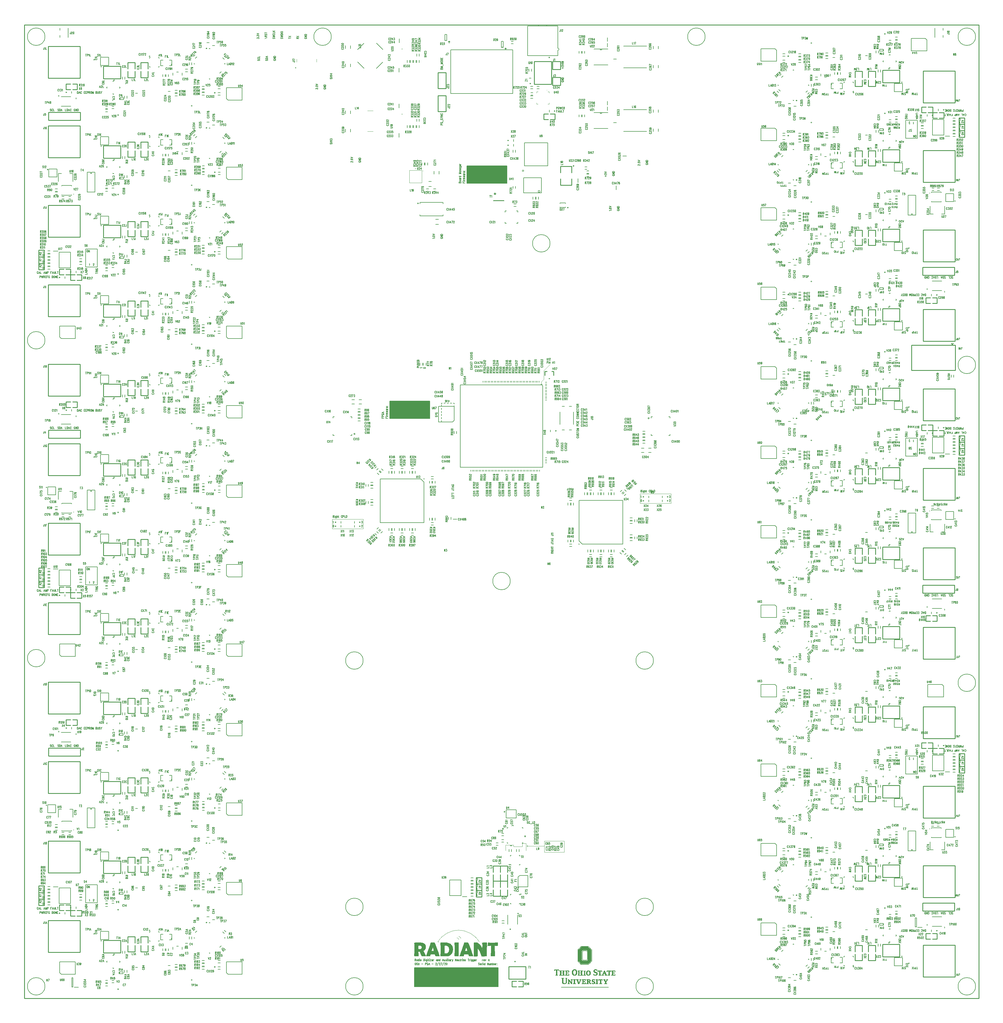
<source format=gto>
*
*
G04 PADS9.1 Build Number: 384028 generated Gerber (RS-274-X) file*
G04 PC Version=2.1*
*
%IN "radiant_v1_finalcheck.p"*%
*
%MOIN*%
*
%FSLAX35Y35*%
*
*
*
*
G04 PC Standard Apertures*
*
*
G04 Thermal Relief Aperture macro.*
%AMTER*
1,1,$1,0,0*
1,0,$1-$2,0,0*
21,0,$3,$4,0,0,45*
21,0,$3,$4,0,0,135*
%
*
*
G04 Annular Aperture macro.*
%AMANN*
1,1,$1,0,0*
1,0,$2,0,0*
%
*
*
G04 Odd Aperture macro.*
%AMODD*
1,1,$1,0,0*
1,0,$1-0.005,0,0*
%
*
*
G04 PC Custom Aperture Macros*
*
*
*
*
*
*
G04 PC Aperture Table*
*
%ADD010C,0.001*%
%ADD090C,0.00394*%
%ADD128C,0.008*%
%ADD131C,0.005*%
%ADD132C,0.006*%
%ADD133C,0.004*%
%ADD134C,0.01*%
%ADD135C,0.007*%
%ADD137C,0.003*%
%ADD351C,0.00787*%
%ADD352C,0.00787*%
%ADD353C,0.00984*%
*
*
*
*
G04 PC Circuitry*
G04 Layer Name radiant_v1_finalcheck.p - circuitry*
%LPD*%
*
G54D10*
G01X695003Y170047D02*
X693073D01*
X690598Y169800*
X690593*
X685885*
X685880*
X683405Y170047*
X683209*
Y169850*
X683207Y169834*
X682962Y169098*
Y168115*
X682947Y168080*
X682714Y167847*
Y167124*
X682708Y167102*
X682466Y166617*
Y166183*
X684395*
X686623Y166430*
X686678Y166381*
Y157708*
Y157703*
X686431Y155228*
Y153268*
X686649Y153050*
X691534*
Y157705*
X691287Y160181*
X691286Y160186*
Y166381*
X691345Y166430*
X692827Y166183*
X694785*
X695003Y166401*
Y170047*
X681375Y169590D02*
X681146Y170047D01*
X676748*
X676519Y169590*
Y167870*
X676767Y165643*
Y165637*
Y160929*
X676739Y160884*
X676244Y160637*
X676199*
X675703Y160884*
X675684Y160901*
X674694Y162387*
X673951Y163377*
X673949Y163380*
X669740Y169818*
X669262Y170295*
X668298*
X667313Y170049*
X667301Y170047*
X665339*
X665121Y169829*
Y168118*
X665368Y165642*
X665369Y165637*
Y157460*
X665368Y157455*
X665121Y154980*
Y153268*
X665339Y153050*
X669729*
Y162168*
X669743Y162203*
X669991Y162451*
X670027Y162466*
X670274*
X670314Y162446*
X671801Y160464*
X671803Y160461*
X672794Y158975*
X672795Y158973*
X674032Y156994*
X675269Y155510*
X675269D02*
X675273Y155504D01*
X676016Y154266*
X676511Y153523*
X676514Y153518*
X676748Y153050*
X680908*
X681127Y153268*
Y163159*
Y163165*
X681375Y165392*
Y169590*
X664022Y153261D02*
X662546Y157692D01*
X661307Y161160*
X660068Y164381*
X659077Y167105*
X658335Y168837*
X657848Y169812*
X657378Y170047*
X653437*
X652972Y169815*
X652730Y168846*
X652729Y168845*
X652234Y167110*
X652233Y167107*
X651242Y164381*
X650003Y160912*
X650002Y160911*
X648764Y157692*
X648021Y155216*
Y155214*
X647525Y153728*
X647523Y153721*
X647297Y153270*
X647737Y153050*
X651917*
X652142Y153275*
X652386Y154005*
X652633Y154994*
X652637Y155005*
X652884Y155500*
X652929Y155528*
X658133*
X658177Y155500*
X658425Y155005*
X658428Y154998*
X658920Y153523*
X659392Y153050*
X663811*
X664022Y153261*
X656944Y159690D02*
Y159442D01*
X656894Y159392*
X654168*
X654133Y159407*
X653885Y159655*
X653873Y159706*
X655112Y163423*
X655115Y163429*
X655610Y164421*
X655703Y164410*
X655950Y163422*
X656445Y162187*
X656448Y162175*
X656695Y160445*
X656941Y159706*
X656944Y159690*
X645941Y169829D02*
X645723Y170047D01*
X641056*
X640838Y169829*
Y168365*
X641085Y165890*
Y165885*
Y157956*
Y157950*
X640838Y155723*
Y153507*
X641066Y153050*
X645484*
X645941Y153279*
Y157705*
X645694Y160181*
X645693Y160186*
Y163655*
X645694Y163660*
X645941Y165888*
Y169829*
X638755Y161673D02*
X638508Y163645D01*
X638016Y165367*
X636783Y167093*
X635554Y168568*
X633586Y169307*
X631117Y170047*
X623473*
X623245Y169590*
Y167870*
X623492Y165394*
Y165389*
Y157212*
Y157207*
X623245Y154980*
Y153268*
X623463Y153050*
X630873*
X632603Y153297*
X634076Y153543*
X636540Y155513*
X637524Y156744*
X638261Y158219*
X638755Y161673*
X634147D02*
Y161667D01*
X633899Y159437*
X633894Y159420*
X633151Y157933*
X633138Y157917*
X631651Y156678*
X631627Y156667*
X629892Y156420*
X629885Y156419*
X628646*
X628611Y156434*
X628115Y156929*
X628100Y156965*
Y166133*
X628128Y166177*
X628624Y166425*
X628636Y166430*
X629875Y166677*
X629899Y166676*
X631633Y166181*
X631651Y166172*
X632890Y165181*
X632900Y165169*
X633891Y163683*
X633899Y163661*
X634147Y161679*
Y161673*
X621899Y153261D02*
X620422Y157692D01*
X619183Y161160*
X617944Y164381*
X616953Y167105*
X616211Y168837*
X615724Y169812*
X615254Y170047*
X611313*
X610848Y169815*
X610606Y168846*
Y168845*
X610110Y167110*
X610109Y167107*
X609118Y164381*
X607879Y160912*
Y160911*
X606640Y157692*
X605897Y155216*
Y155214*
X605401Y153728*
X605399Y153721*
X605173Y153270*
X605614Y153050*
X609793*
X610018Y153275*
X610262Y154005*
X610509Y154994*
X610513Y155005*
X610761Y155500*
X610805Y155528*
X616009*
X616054Y155500*
X616301Y155005*
X616304Y154998*
X616796Y153523*
X617268Y153050*
X621687*
X621899Y153261*
X614820Y159690D02*
Y159442D01*
X614770Y159392*
X612044*
X612009Y159407*
X611761Y159655*
X611749Y159706*
X612988Y163423*
X612991Y163429*
X613486Y164421*
X613579Y164410*
X613826Y163422*
X614321Y162187*
X614324Y162175*
X614571Y160445*
X614817Y159706*
X614820Y159690*
X604561Y153240D02*
X604317Y153972D01*
X602336Y157933*
X602332Y157944*
X602088Y158921*
X601602Y159407*
X601587Y159442*
Y159690*
X601602Y159726*
X601850Y159973*
X601854Y159977*
X603088Y160964*
X603823Y161945*
X604313Y163169*
Y166121*
X603332Y168082*
X602354Y168816*
X600384Y169801*
X597918Y170047*
X591734*
X590998Y169802*
X590982Y169800*
X590746*
X590294Y169573*
X590536Y167874*
X590537Y167867*
Y157460*
X590536Y157455*
X590289Y154980*
Y153507*
X590518Y153050*
X595392*
Y155722*
X595145Y157204*
Y157212*
Y158699*
X595159Y158734*
X595407Y158982*
X595442Y158997*
X596434*
X596449Y158994*
X597193Y158747*
X597222Y158721*
X597470Y158226*
X597470D02*
X597472Y158221D01*
X598214Y156241*
X598956Y154757*
X598959Y154750*
X599455Y153264*
X599457Y153248*
Y153050*
X604561*
Y153240*
X599703Y164138D02*
X599456Y163147D01*
X599449Y163132*
X598953Y162388*
X598939Y162374*
X598196Y161879*
X598168Y161870*
X595690*
X595668Y161876*
X595172Y162123*
X595145Y162168*
Y166133*
X595159Y166168*
X595655Y166664*
X595690Y166678*
X596434*
X596443Y166677*
X597682Y166430*
X597685Y166429*
X598676Y166181*
X598699Y166168*
X599442Y165425*
X599456Y165399*
X599704Y164160*
X599703Y164138*
X590300Y153485D02*
Y155090D01*
Y169528D02*
Y169576D01*
X590400Y153285D02*
Y156090D01*
Y168828D02*
Y169626D01*
X590500Y153085D02*
Y157090D01*
Y168128D02*
Y169676D01*
X590600Y153050D02*
Y169726D01*
X590700Y153050D02*
Y169776D01*
X590800Y153050D02*
Y169800D01*
X590900Y153050D02*
Y169800D01*
X591000Y153050D02*
Y169803D01*
X591100Y153050D02*
Y169836D01*
X591200Y153050D02*
Y169869D01*
X591300Y153050D02*
Y169903D01*
X591400Y153050D02*
Y169936D01*
X591500Y153050D02*
Y169969D01*
X591600Y153050D02*
Y170003D01*
X591700Y153050D02*
Y170036D01*
X591800Y153050D02*
Y170047D01*
X591900Y153050D02*
Y170047D01*
X592000Y153050D02*
Y170047D01*
X592100Y153050D02*
Y170047D01*
X592200Y153050D02*
Y170047D01*
X592300Y153050D02*
Y170047D01*
X592400Y153050D02*
Y170047D01*
X592500Y153050D02*
Y170047D01*
X592600Y153050D02*
Y170047D01*
X592700Y153050D02*
Y170047D01*
X592800Y153050D02*
Y170047D01*
X592900Y153050D02*
Y170047D01*
X593000Y153050D02*
Y170047D01*
X593100Y153050D02*
Y170047D01*
X593200Y153050D02*
Y170047D01*
X593300Y153050D02*
Y170047D01*
X593400Y153050D02*
Y170047D01*
X593500Y153050D02*
Y170047D01*
X593600Y153050D02*
Y170047D01*
X593700Y153050D02*
Y170047D01*
X593800Y153050D02*
Y170047D01*
X593900Y153050D02*
Y170047D01*
X594000Y153050D02*
Y170047D01*
X594100Y153050D02*
Y170047D01*
X594200Y153050D02*
Y170047D01*
X594300Y153050D02*
Y170047D01*
X594400Y153050D02*
Y170047D01*
X594500Y153050D02*
Y170047D01*
X594600Y153050D02*
Y170047D01*
X594700Y153050D02*
Y170047D01*
X594800Y153050D02*
Y170047D01*
X594900Y153050D02*
Y170047D01*
X595000Y153050D02*
Y170047D01*
X595100Y153050D02*
Y170047D01*
X595200Y153050D02*
Y156876D01*
Y158775D02*
Y162110D01*
Y166209D02*
Y170047D01*
X595300Y153050D02*
Y156276D01*
Y158875D02*
Y162060D01*
Y166309D02*
Y170047D01*
X595400Y158975D02*
Y162010D01*
Y166409D02*
Y170047D01*
X595500Y158997D02*
Y161960D01*
Y166509D02*
Y170047D01*
X595600Y158997D02*
Y161910D01*
Y166609D02*
Y170047D01*
X595700Y158997D02*
Y161870D01*
Y166678D02*
Y170047D01*
X595800Y158997D02*
Y161870D01*
Y166678D02*
Y170047D01*
X595900Y158997D02*
Y161870D01*
Y166678D02*
Y170047D01*
X596000Y158997D02*
Y161870D01*
Y166678D02*
Y170047D01*
X596100Y158997D02*
Y161870D01*
Y166678D02*
Y170047D01*
X596200Y158997D02*
Y161870D01*
Y166678D02*
Y170047D01*
X596300Y158997D02*
Y161870D01*
Y166678D02*
Y170047D01*
X596400Y158997D02*
Y161870D01*
Y166678D02*
Y170047D01*
X596500Y158977D02*
Y161870D01*
Y166666D02*
Y170047D01*
X596600Y158944D02*
Y161870D01*
Y166646D02*
Y170047D01*
X596700Y158911D02*
Y161870D01*
Y166626D02*
Y170047D01*
X596800Y158877D02*
Y161870D01*
Y166606D02*
Y170047D01*
X596900Y158844D02*
Y161870D01*
Y166586D02*
Y170047D01*
X597000Y158811D02*
Y161870D01*
Y166566D02*
Y170047D01*
X597100Y158777D02*
Y161870D01*
Y166546D02*
Y170047D01*
X597200Y158744D02*
Y161870D01*
Y166526D02*
Y170047D01*
X597300Y158565D02*
Y161870D01*
Y166506D02*
Y170047D01*
X597400Y158365D02*
Y161870D01*
Y166486D02*
Y170047D01*
X597500Y158145D02*
Y161870D01*
Y166466D02*
Y170047D01*
X597600Y157879D02*
Y161870D01*
Y166446D02*
Y170047D01*
X597700Y157612D02*
Y161870D01*
Y166425D02*
Y170047D01*
X597800Y157345D02*
Y161870D01*
Y166400D02*
Y170047D01*
X597900Y157079D02*
Y161870D01*
Y166375D02*
Y170047D01*
X598000Y156812D02*
Y161870D01*
Y166350D02*
Y170039D01*
X598100Y156545D02*
Y161870D01*
Y166325D02*
Y170029D01*
X598200Y156279D02*
Y161881D01*
Y166300D02*
Y170019D01*
X598300Y156069D02*
Y161948D01*
Y166275D02*
Y170009D01*
X598400Y155869D02*
Y162015D01*
Y166250D02*
Y169999D01*
X598500Y155669D02*
Y162081D01*
Y166225D02*
Y169989D01*
X598600Y155469D02*
Y162148D01*
Y166200D02*
Y169979D01*
X598700Y155269D02*
Y162215D01*
Y166167D02*
Y169969D01*
X598800Y155069D02*
Y162281D01*
Y166067D02*
Y169959D01*
X598900Y154869D02*
Y162348D01*
Y165967D02*
Y169949D01*
X599000Y154627D02*
Y162459D01*
Y165867D02*
Y169939D01*
X599100Y154327D02*
Y162609D01*
Y165767D02*
Y169929D01*
X599200Y154027D02*
Y162759D01*
Y165667D02*
Y169919D01*
X599300Y153727D02*
Y162909D01*
Y165567D02*
Y169909D01*
X599400Y153427D02*
Y163059D01*
Y165467D02*
Y169899D01*
X599500Y153050D02*
Y163325D01*
Y165180D02*
Y169889D01*
X599600Y153050D02*
Y163725D01*
Y164680D02*
Y169879D01*
X599700Y153050D02*
Y164125D01*
Y164180D02*
Y169869D01*
X599800Y153050D02*
Y169859D01*
X599900Y153050D02*
Y169849D01*
X600000Y153050D02*
Y169839D01*
X600100Y153050D02*
Y169829D01*
X600200Y153050D02*
Y169819D01*
X600300Y153050D02*
Y169809D01*
X600400Y153050D02*
Y169793D01*
X600500Y153050D02*
Y169743D01*
X600600Y153050D02*
Y169693D01*
X600700Y153050D02*
Y169643D01*
X600800Y153050D02*
Y169593D01*
X600900Y153050D02*
Y169543D01*
X601000Y153050D02*
Y169493D01*
X601100Y153050D02*
Y169443D01*
X601200Y153050D02*
Y169393D01*
X601300Y153050D02*
Y169343D01*
X601400Y153050D02*
Y169293D01*
X601500Y153050D02*
Y169243D01*
X601600Y153050D02*
Y159409D01*
Y159724D02*
Y169193D01*
X601700Y153050D02*
Y159309D01*
Y159824D02*
Y169143D01*
X601800Y153050D02*
Y159209D01*
Y159924D02*
Y169093D01*
X601900Y153050D02*
Y159109D01*
Y160014D02*
Y169043D01*
X602000Y153050D02*
Y159009D01*
Y160094D02*
Y168993D01*
X602100Y153050D02*
Y158872D01*
Y160174D02*
Y168943D01*
X602200Y153050D02*
Y158472D01*
Y160254D02*
Y168893D01*
X602300Y153050D02*
Y158072D01*
Y160334D02*
Y168843D01*
X602400Y153050D02*
Y157805D01*
Y160414D02*
Y168781D01*
X602500Y153050D02*
Y157605D01*
Y160494D02*
Y168706D01*
X602600Y153050D02*
Y157405D01*
Y160574D02*
Y168631D01*
X602700Y153050D02*
Y157205D01*
Y160654D02*
Y168556D01*
X602800Y153050D02*
Y157005D01*
Y160734D02*
Y168481D01*
X602900Y153050D02*
Y156805D01*
Y160814D02*
Y168406D01*
X603000Y153050D02*
Y156605D01*
Y160894D02*
Y168331D01*
X603100Y153050D02*
Y156405D01*
Y160981D02*
Y168256D01*
X603200Y153050D02*
Y156205D01*
Y161114D02*
Y168181D01*
X603300Y153050D02*
Y156005D01*
Y161247D02*
Y168106D01*
X603400Y153050D02*
Y155805D01*
Y161381D02*
Y167947D01*
X603500Y153050D02*
Y155605D01*
Y161514D02*
Y167747D01*
X603600Y153050D02*
Y155405D01*
Y161647D02*
Y167547D01*
X603700Y153050D02*
Y155205D01*
Y161781D02*
Y167347D01*
X603800Y153050D02*
Y155005D01*
Y161914D02*
Y167147D01*
X603900Y153050D02*
Y154805D01*
Y162137D02*
Y166947D01*
X604000Y153050D02*
Y154605D01*
Y162387D02*
Y166747D01*
X604100Y153050D02*
Y154405D01*
Y162637D02*
Y166547D01*
X604200Y153050D02*
Y154205D01*
Y162887D02*
Y166347D01*
X604300Y153050D02*
Y154005D01*
Y163137D02*
Y166147D01*
X604400Y153050D02*
Y153722D01*
X604500Y153050D02*
Y153422D01*
X605200Y153257D02*
Y153324D01*
X605300Y153207D02*
Y153524D01*
X605400Y153157D02*
Y153724D01*
X605500Y153107D02*
Y154023D01*
X605600Y153057D02*
Y154323D01*
X605700Y153050D02*
Y154623D01*
X605800Y153050D02*
Y154923D01*
X605900Y153050D02*
Y155224D01*
X606000Y153050D02*
Y155558D01*
X606100Y153050D02*
Y155891D01*
X606200Y153050D02*
Y156224D01*
X606300Y153050D02*
Y156558D01*
X606400Y153050D02*
Y156891D01*
X606500Y153050D02*
Y157224D01*
X606600Y153050D02*
Y157558D01*
X606700Y153050D02*
Y157847D01*
X606800Y153050D02*
Y158107D01*
X606900Y153050D02*
Y158367D01*
X607000Y153050D02*
Y158627D01*
X607100Y153050D02*
Y158887D01*
X607200Y153050D02*
Y159147D01*
X607300Y153050D02*
Y159407D01*
X607400Y153050D02*
Y159667D01*
X607500Y153050D02*
Y159927D01*
X607600Y153050D02*
Y160187D01*
X607700Y153050D02*
Y160447D01*
X607800Y153050D02*
Y160707D01*
X607900Y153050D02*
Y160971D01*
X608000Y153050D02*
Y161251D01*
X608100Y153050D02*
Y161531D01*
X608200Y153050D02*
Y161811D01*
X608300Y153050D02*
Y162091D01*
X608400Y153050D02*
Y162371D01*
X608500Y153050D02*
Y162651D01*
X608600Y153050D02*
Y162931D01*
X608700Y153050D02*
Y163211D01*
X608800Y153050D02*
Y163491D01*
X608900Y153050D02*
Y163771D01*
X609000Y153050D02*
Y164051D01*
X609100Y153050D02*
Y164331D01*
X609200Y153050D02*
Y164607D01*
X609300Y153050D02*
Y164882D01*
X609400Y153050D02*
Y165157D01*
X609500Y153050D02*
Y165432D01*
X609600Y153050D02*
Y165707D01*
X609700Y153050D02*
Y165982D01*
X609800Y153057D02*
Y166257D01*
X609900Y153157D02*
Y166532D01*
X610000Y153257D02*
Y166807D01*
X610100Y153520D02*
Y167082D01*
X610200Y153820D02*
Y167425D01*
X610300Y154158D02*
Y167775D01*
X610400Y154558D02*
Y168125D01*
X610500Y154958D02*
Y168475D01*
X610600Y155179D02*
Y168825D01*
X610700Y155379D02*
Y169222D01*
X610800Y155528D02*
Y169622D01*
X610900Y155528D02*
Y169841D01*
X611000Y155528D02*
Y169891D01*
X611100Y155528D02*
Y169941D01*
X611200Y155528D02*
Y169991D01*
X611300Y155528D02*
Y170041D01*
X611400Y155528D02*
Y170047D01*
X611500Y155528D02*
Y170047D01*
X611600Y155528D02*
Y170047D01*
X611700Y155528D02*
Y170047D01*
X611800Y155528D02*
Y159616D01*
Y159859D02*
Y170047D01*
X611900Y155528D02*
Y159516D01*
Y160159D02*
Y170047D01*
X612000Y155528D02*
Y159416D01*
Y160459D02*
Y170047D01*
X612100Y155528D02*
Y159392D01*
Y160759D02*
Y170047D01*
X612200Y155528D02*
Y159392D01*
Y161059D02*
Y170047D01*
X612300Y155528D02*
Y159392D01*
Y161359D02*
Y170047D01*
X612400Y155528D02*
Y159392D01*
Y161659D02*
Y170047D01*
X612500Y155528D02*
Y159392D01*
Y161959D02*
Y170047D01*
X612600Y155528D02*
Y159392D01*
Y162259D02*
Y170047D01*
X612700Y155528D02*
Y159392D01*
Y162559D02*
Y170047D01*
X612800Y155528D02*
Y159392D01*
Y162859D02*
Y170047D01*
X612900Y155528D02*
Y159392D01*
Y163159D02*
Y170047D01*
X613000Y155528D02*
Y159392D01*
Y163448D02*
Y170047D01*
X613100Y155528D02*
Y159392D01*
Y163648D02*
Y170047D01*
X613200Y155528D02*
Y159392D01*
Y163848D02*
Y170047D01*
X613300Y155528D02*
Y159392D01*
Y164048D02*
Y170047D01*
X613400Y155528D02*
Y159392D01*
Y164248D02*
Y170047D01*
X613500Y155528D02*
Y159392D01*
Y164437D02*
Y170047D01*
X613600Y155528D02*
Y159392D01*
Y164328D02*
Y170047D01*
X613700Y155528D02*
Y159392D01*
Y163928D02*
Y170047D01*
X613800Y155528D02*
Y159392D01*
Y163528D02*
Y170047D01*
X613900Y155528D02*
Y159392D01*
Y163239D02*
Y170047D01*
X614000Y155528D02*
Y159392D01*
Y162989D02*
Y170047D01*
X614100Y155528D02*
Y159392D01*
Y162739D02*
Y170047D01*
X614200Y155528D02*
Y159392D01*
Y162489D02*
Y170047D01*
X614300Y155528D02*
Y159392D01*
Y162239D02*
Y170047D01*
X614400Y155528D02*
Y159392D01*
Y161642D02*
Y170047D01*
X614500Y155528D02*
Y159392D01*
Y160942D02*
Y170047D01*
X614600Y155528D02*
Y159392D01*
Y160358D02*
Y170047D01*
X614700Y155528D02*
Y159392D01*
Y160058D02*
Y170047D01*
X614800Y155528D02*
Y159403D01*
Y159758D02*
Y170047D01*
X614900Y155528D02*
Y170047D01*
X615000Y155528D02*
Y170047D01*
X615100Y155528D02*
Y170047D01*
X615200Y155528D02*
Y170047D01*
X615300Y155528D02*
Y170024D01*
X615400Y155528D02*
Y169974D01*
X615500Y155528D02*
Y169924D01*
X615600Y155528D02*
Y169874D01*
X615700Y155528D02*
Y169824D01*
X615800Y155528D02*
Y169660D01*
X615900Y155528D02*
Y169460D01*
X616000Y155528D02*
Y169260D01*
X616100Y155407D02*
Y169060D01*
X616200Y155207D02*
Y168860D01*
X616300Y155007D02*
Y168630D01*
X616400Y154710D02*
Y168397D01*
X616500Y154410D02*
Y168164D01*
X616600Y154110D02*
Y167930D01*
X616700Y153810D02*
Y167697D01*
X616800Y153518D02*
Y167464D01*
X616900Y153418D02*
Y167230D01*
X617000Y153318D02*
Y166978D01*
X617100Y153218D02*
Y166703D01*
X617200Y153118D02*
Y166428D01*
X617300Y153050D02*
Y166153D01*
X617400Y153050D02*
Y165878D01*
X617500Y153050D02*
Y165603D01*
X617600Y153050D02*
Y165328D01*
X617700Y153050D02*
Y165053D01*
X617800Y153050D02*
Y164778D01*
X617900Y153050D02*
Y164503D01*
X618000Y153050D02*
Y164236D01*
X618100Y153050D02*
Y163976D01*
X618200Y153050D02*
Y163716D01*
X618300Y153050D02*
Y163456D01*
X618400Y153050D02*
Y163196D01*
X618500Y153050D02*
Y162936D01*
X618600Y153050D02*
Y162676D01*
X618700Y153050D02*
Y162416D01*
X618800Y153050D02*
Y162156D01*
X618900Y153050D02*
Y161896D01*
X619000Y153050D02*
Y161636D01*
X619100Y153050D02*
Y161376D01*
X619200Y153050D02*
Y161113D01*
X619300Y153050D02*
Y160833D01*
X619400Y153050D02*
Y160553D01*
X619500Y153050D02*
Y160273D01*
X619600Y153050D02*
Y159993D01*
X619700Y153050D02*
Y159713D01*
X619800Y153050D02*
Y159433D01*
X619900Y153050D02*
Y159153D01*
X620000Y153050D02*
Y158873D01*
X620100Y153050D02*
Y158593D01*
X620200Y153050D02*
Y158313D01*
X620300Y153050D02*
Y158033D01*
X620400Y153050D02*
Y157753D01*
X620500Y153050D02*
Y157457D01*
X620600Y153050D02*
Y157157D01*
X620700Y153050D02*
Y156857D01*
X620800Y153050D02*
Y156557D01*
X620900Y153050D02*
Y156257D01*
X621000Y153050D02*
Y155957D01*
X621100Y153050D02*
Y155657D01*
X621200Y153050D02*
Y155357D01*
X621300Y153050D02*
Y155057D01*
X621400Y153050D02*
Y154757D01*
X621500Y153050D02*
Y154457D01*
X621600Y153050D02*
Y154157D01*
X621700Y153063D02*
Y153857D01*
X621800Y153163D02*
Y153557D01*
X623300Y153213D02*
Y155477D01*
Y167317D02*
Y169701D01*
X623400Y153113D02*
Y156377D01*
Y166317D02*
Y169901D01*
X623500Y153050D02*
Y170047D01*
X623600Y153050D02*
Y170047D01*
X623700Y153050D02*
Y170047D01*
X623800Y153050D02*
Y170047D01*
X623900Y153050D02*
Y170047D01*
X624000Y153050D02*
Y170047D01*
X624100Y153050D02*
Y170047D01*
X624200Y153050D02*
Y170047D01*
X624300Y153050D02*
Y170047D01*
X624400Y153050D02*
Y170047D01*
X624500Y153050D02*
Y170047D01*
X624600Y153050D02*
Y170047D01*
X624700Y153050D02*
Y170047D01*
X624800Y153050D02*
Y170047D01*
X624900Y153050D02*
Y170047D01*
X625000Y153050D02*
Y170047D01*
X625100Y153050D02*
Y170047D01*
X625200Y153050D02*
Y170047D01*
X625300Y153050D02*
Y170047D01*
X625400Y153050D02*
Y170047D01*
X625500Y153050D02*
Y170047D01*
X625600Y153050D02*
Y170047D01*
X625700Y153050D02*
Y170047D01*
X625800Y153050D02*
Y170047D01*
X625900Y153050D02*
Y170047D01*
X626000Y153050D02*
Y170047D01*
X626100Y153050D02*
Y170047D01*
X626200Y153050D02*
Y170047D01*
X626300Y153050D02*
Y170047D01*
X626400Y153050D02*
Y170047D01*
X626500Y153050D02*
Y170047D01*
X626600Y153050D02*
Y170047D01*
X626700Y153050D02*
Y170047D01*
X626800Y153050D02*
Y170047D01*
X626900Y153050D02*
Y170047D01*
X627000Y153050D02*
Y170047D01*
X627100Y153050D02*
Y170047D01*
X627200Y153050D02*
Y170047D01*
X627300Y153050D02*
Y170047D01*
X627400Y153050D02*
Y170047D01*
X627500Y153050D02*
Y170047D01*
X627600Y153050D02*
Y170047D01*
X627700Y153050D02*
Y170047D01*
X627800Y153050D02*
Y170047D01*
X627900Y153050D02*
Y170047D01*
X628000Y153050D02*
Y170047D01*
X628100Y153050D02*
Y170047D01*
X628200Y153050D02*
Y156844D01*
Y166213D02*
Y170047D01*
X628300Y153050D02*
Y156744D01*
Y166263D02*
Y170047D01*
X628400Y153050D02*
Y156644D01*
Y166313D02*
Y170047D01*
X628500Y153050D02*
Y156544D01*
Y166363D02*
Y170047D01*
X628600Y153050D02*
Y156444D01*
Y166413D02*
Y170047D01*
X628700Y153050D02*
Y156419D01*
Y166442D02*
Y170047D01*
X628800Y153050D02*
Y156419D01*
Y166462D02*
Y170047D01*
X628900Y153050D02*
Y156419D01*
Y166482D02*
Y170047D01*
X629000Y153050D02*
Y156419D01*
Y166502D02*
Y170047D01*
X629100Y153050D02*
Y156419D01*
Y166522D02*
Y170047D01*
X629200Y153050D02*
Y156419D01*
Y166542D02*
Y170047D01*
X629300Y153050D02*
Y156419D01*
Y166562D02*
Y170047D01*
X629400Y153050D02*
Y156419D01*
Y166582D02*
Y170047D01*
X629500Y153050D02*
Y156419D01*
Y166602D02*
Y170047D01*
X629600Y153050D02*
Y156419D01*
Y166622D02*
Y170047D01*
X629700Y153050D02*
Y156419D01*
Y166642D02*
Y170047D01*
X629800Y153050D02*
Y156419D01*
Y166662D02*
Y170047D01*
X629900Y153050D02*
Y156421D01*
Y166676D02*
Y170047D01*
X630000Y153050D02*
Y156435D01*
Y166647D02*
Y170047D01*
X630100Y153050D02*
Y156449D01*
Y166619D02*
Y170047D01*
X630200Y153050D02*
Y156464D01*
Y166590D02*
Y170047D01*
X630300Y153050D02*
Y156478D01*
Y166562D02*
Y170047D01*
X630400Y153050D02*
Y156492D01*
Y166533D02*
Y170047D01*
X630500Y153050D02*
Y156506D01*
Y166505D02*
Y170047D01*
X630600Y153050D02*
Y156521D01*
Y166476D02*
Y170047D01*
X630700Y153050D02*
Y156535D01*
Y166447D02*
Y170047D01*
X630800Y153050D02*
Y156549D01*
Y166419D02*
Y170047D01*
X630900Y153054D02*
Y156564D01*
Y166390D02*
Y170047D01*
X631000Y153068D02*
Y156578D01*
Y166362D02*
Y170047D01*
X631100Y153082D02*
Y156592D01*
Y166333D02*
Y170047D01*
X631200Y153097D02*
Y156606D01*
Y166305D02*
Y170022D01*
X631300Y153111D02*
Y156621D01*
Y166276D02*
Y169992D01*
X631400Y153125D02*
Y156635D01*
Y166247D02*
Y169962D01*
X631500Y153140D02*
Y156649D01*
Y166219D02*
Y169932D01*
X631600Y153154D02*
Y156664D01*
Y166190D02*
Y169902D01*
X631700Y153168D02*
Y156719D01*
Y166132D02*
Y169872D01*
X631800Y153182D02*
Y156802D01*
Y166052D02*
Y169842D01*
X631900Y153197D02*
Y156886D01*
Y165972D02*
Y169812D01*
X632000Y153211D02*
Y156969D01*
Y165892D02*
Y169782D01*
X632100Y153225D02*
Y157052D01*
Y165812D02*
Y169752D01*
X632200Y153240D02*
Y157136D01*
Y165732D02*
Y169722D01*
X632300Y153254D02*
Y157219D01*
Y165652D02*
Y169692D01*
X632400Y153268D02*
Y157302D01*
Y165572D02*
Y169662D01*
X632500Y153282D02*
Y157386D01*
Y165492D02*
Y169632D01*
X632600Y153297D02*
Y157469D01*
Y165412D02*
Y169602D01*
X632700Y153313D02*
Y157552D01*
Y165332D02*
Y169572D01*
X632800Y153330D02*
Y157636D01*
Y165252D02*
Y169542D01*
X632900Y153347D02*
Y157719D01*
Y165169D02*
Y169512D01*
X633000Y153363D02*
Y157802D01*
Y165019D02*
Y169482D01*
X633100Y153380D02*
Y157886D01*
Y164869D02*
Y169452D01*
X633200Y153397D02*
Y158032D01*
Y164719D02*
Y169422D01*
X633300Y153413D02*
Y158232D01*
Y164569D02*
Y169392D01*
X633400Y153430D02*
Y158432D01*
Y164419D02*
Y169362D01*
X633500Y153447D02*
Y158632D01*
Y164269D02*
Y169332D01*
X633600Y153463D02*
Y158832D01*
Y164119D02*
Y169301D01*
X633700Y153480D02*
Y159032D01*
Y163969D02*
Y169264D01*
X633800Y153497D02*
Y159232D01*
Y163819D02*
Y169226D01*
X633900Y153513D02*
Y159444D01*
Y163654D02*
Y169189D01*
X634000Y153530D02*
Y160344D01*
Y162854D02*
Y169151D01*
X634100Y153562D02*
Y161244D01*
Y162054D02*
Y169114D01*
X634200Y153642D02*
Y169076D01*
X634300Y153722D02*
Y169039D01*
X634400Y153802D02*
Y169001D01*
X634500Y153882D02*
Y168964D01*
X634600Y153962D02*
Y168926D01*
X634700Y154042D02*
Y168889D01*
X634800Y154122D02*
Y168851D01*
X634900Y154202D02*
Y168814D01*
X635000Y154282D02*
Y168776D01*
X635100Y154362D02*
Y168739D01*
X635200Y154442D02*
Y168701D01*
X635300Y154522D02*
Y168664D01*
X635400Y154602D02*
Y168626D01*
X635500Y154682D02*
Y168589D01*
X635600Y154762D02*
Y168513D01*
X635700Y154842D02*
Y168393D01*
X635800Y154922D02*
Y168273D01*
X635900Y155002D02*
Y168153D01*
X636000Y155082D02*
Y168033D01*
X636100Y155162D02*
Y167913D01*
X636200Y155242D02*
Y167793D01*
X636300Y155322D02*
Y167673D01*
X636400Y155402D02*
Y167553D01*
X636500Y155482D02*
Y167433D01*
X636600Y155589D02*
Y167313D01*
X636700Y155714D02*
Y167193D01*
X636800Y155839D02*
Y167070D01*
X636900Y155964D02*
Y166930D01*
X637000Y156089D02*
Y166790D01*
X637100Y156214D02*
Y166650D01*
X637200Y156339D02*
Y166510D01*
X637300Y156464D02*
Y166370D01*
X637400Y156589D02*
Y166230D01*
X637500Y156714D02*
Y166090D01*
X637600Y156896D02*
Y165950D01*
X637700Y157096D02*
Y165810D01*
X637800Y157296D02*
Y165670D01*
X637900Y157496D02*
Y165530D01*
X638000Y157696D02*
Y165390D01*
X638100Y157896D02*
Y165074D01*
X638200Y158096D02*
Y164724D01*
X638300Y158489D02*
Y164374D01*
X638400Y159189D02*
Y164024D01*
X638500Y159889D02*
Y163674D01*
X638600Y160589D02*
Y162912D01*
X638700Y161289D02*
Y162112D01*
X640900Y153383D02*
Y156284D01*
Y167741D02*
Y169891D01*
X641000Y153183D02*
Y157184D01*
Y166741D02*
Y169991D01*
X641100Y153050D02*
Y170047D01*
X641200Y153050D02*
Y170047D01*
X641300Y153050D02*
Y170047D01*
X641400Y153050D02*
Y170047D01*
X641500Y153050D02*
Y170047D01*
X641600Y153050D02*
Y170047D01*
X641700Y153050D02*
Y170047D01*
X641800Y153050D02*
Y170047D01*
X641900Y153050D02*
Y170047D01*
X642000Y153050D02*
Y170047D01*
X642100Y153050D02*
Y170047D01*
X642200Y153050D02*
Y170047D01*
X642300Y153050D02*
Y170047D01*
X642400Y153050D02*
Y170047D01*
X642500Y153050D02*
Y170047D01*
X642600Y153050D02*
Y170047D01*
X642700Y153050D02*
Y170047D01*
X642800Y153050D02*
Y170047D01*
X642900Y153050D02*
Y170047D01*
X643000Y153050D02*
Y170047D01*
X643100Y153050D02*
Y170047D01*
X643200Y153050D02*
Y170047D01*
X643300Y153050D02*
Y170047D01*
X643400Y153050D02*
Y170047D01*
X643500Y153050D02*
Y170047D01*
X643600Y153050D02*
Y170047D01*
X643700Y153050D02*
Y170047D01*
X643800Y153050D02*
Y170047D01*
X643900Y153050D02*
Y170047D01*
X644000Y153050D02*
Y170047D01*
X644100Y153050D02*
Y170047D01*
X644200Y153050D02*
Y170047D01*
X644300Y153050D02*
Y170047D01*
X644400Y153050D02*
Y170047D01*
X644500Y153050D02*
Y170047D01*
X644600Y153050D02*
Y170047D01*
X644700Y153050D02*
Y170047D01*
X644800Y153050D02*
Y170047D01*
X644900Y153050D02*
Y170047D01*
X645000Y153050D02*
Y170047D01*
X645100Y153050D02*
Y170047D01*
X645200Y153050D02*
Y170047D01*
X645300Y153050D02*
Y170047D01*
X645400Y153050D02*
Y170047D01*
X645500Y153058D02*
Y170047D01*
X645600Y153108D02*
Y170047D01*
X645700Y153158D02*
Y160117D01*
Y163717D02*
Y170047D01*
X645800Y153208D02*
Y159117D01*
Y164617D02*
Y169970D01*
X645900Y153258D02*
Y158117D01*
Y165517D02*
Y169870D01*
X647300Y153269D02*
Y153276D01*
X647400Y153219D02*
Y153476D01*
X647500Y153169D02*
Y153676D01*
X647600Y153119D02*
Y153952D01*
X647700Y153069D02*
Y154252D01*
X647800Y153050D02*
Y154552D01*
X647900Y153050D02*
Y154852D01*
X648000Y153050D02*
Y155152D01*
X648100Y153050D02*
Y155478D01*
X648200Y153050D02*
Y155811D01*
X648300Y153050D02*
Y156145D01*
X648400Y153050D02*
Y156478D01*
X648500Y153050D02*
Y156811D01*
X648600Y153050D02*
Y157145D01*
X648700Y153050D02*
Y157478D01*
X648800Y153050D02*
Y157785D01*
X648900Y153050D02*
Y158045D01*
X649000Y153050D02*
Y158305D01*
X649100Y153050D02*
Y158565D01*
X649200Y153050D02*
Y158825D01*
X649300Y153050D02*
Y159085D01*
X649400Y153050D02*
Y159345D01*
X649500Y153050D02*
Y159605D01*
X649600Y153050D02*
Y159865D01*
X649700Y153050D02*
Y160125D01*
X649800Y153050D02*
Y160385D01*
X649900Y153050D02*
Y160645D01*
X650000Y153050D02*
Y160905D01*
X650100Y153050D02*
Y161184D01*
X650200Y153050D02*
Y161464D01*
X650300Y153050D02*
Y161744D01*
X650400Y153050D02*
Y162024D01*
X650500Y153050D02*
Y162304D01*
X650600Y153050D02*
Y162584D01*
X650700Y153050D02*
Y162864D01*
X650800Y153050D02*
Y163144D01*
X650900Y153050D02*
Y163424D01*
X651000Y153050D02*
Y163704D01*
X651100Y153050D02*
Y163984D01*
X651200Y153050D02*
Y164264D01*
X651300Y153050D02*
Y164542D01*
X651400Y153050D02*
Y164817D01*
X651500Y153050D02*
Y165092D01*
X651600Y153050D02*
Y165367D01*
X651700Y153050D02*
Y165642D01*
X651800Y153050D02*
Y165917D01*
X651900Y153050D02*
Y166192D01*
X652000Y153133D02*
Y166467D01*
X652100Y153233D02*
Y166742D01*
X652200Y153448D02*
Y167017D01*
X652300Y153748D02*
Y167341D01*
X652400Y154063D02*
Y167691D01*
X652500Y154463D02*
Y168041D01*
X652600Y154863D02*
Y168391D01*
X652700Y155131D02*
Y168741D01*
X652800Y155331D02*
Y169127D01*
X652900Y155518D02*
Y169527D01*
X653000Y155528D02*
Y169829D01*
X653100Y155528D02*
Y169879D01*
X653200Y155528D02*
Y169929D01*
X653300Y155528D02*
Y169979D01*
X653400Y155528D02*
Y170029D01*
X653500Y155528D02*
Y170047D01*
X653600Y155528D02*
Y170047D01*
X653700Y155528D02*
Y170047D01*
X653800Y155528D02*
Y170047D01*
X653900Y155528D02*
Y159640D01*
Y159787D02*
Y170047D01*
X654000Y155528D02*
Y159540D01*
Y160087D02*
Y170047D01*
X654100Y155528D02*
Y159440D01*
Y160387D02*
Y170047D01*
X654200Y155528D02*
Y159392D01*
Y160687D02*
Y170047D01*
X654300Y155528D02*
Y159392D01*
Y160987D02*
Y170047D01*
X654400Y155528D02*
Y159392D01*
Y161287D02*
Y170047D01*
X654500Y155528D02*
Y159392D01*
Y161587D02*
Y170047D01*
X654600Y155528D02*
Y159392D01*
Y161887D02*
Y170047D01*
X654700Y155528D02*
Y159392D01*
Y162187D02*
Y170047D01*
X654800Y155528D02*
Y159392D01*
Y162487D02*
Y170047D01*
X654900Y155528D02*
Y159392D01*
Y162787D02*
Y170047D01*
X655000Y155528D02*
Y159392D01*
Y163087D02*
Y170047D01*
X655100Y155528D02*
Y159392D01*
Y163387D02*
Y170047D01*
X655200Y155528D02*
Y159392D01*
Y163600D02*
Y170047D01*
X655300Y155528D02*
Y159392D01*
Y163800D02*
Y170047D01*
X655400Y155528D02*
Y159392D01*
Y164000D02*
Y170047D01*
X655500Y155528D02*
Y159392D01*
Y164200D02*
Y170047D01*
X655600Y155528D02*
Y159392D01*
Y164400D02*
Y170047D01*
X655700Y155528D02*
Y159392D01*
Y164420D02*
Y170047D01*
X655800Y155528D02*
Y159392D01*
Y164024D02*
Y170047D01*
X655900Y155528D02*
Y159392D01*
Y163624D02*
Y170047D01*
X656000Y155528D02*
Y159392D01*
Y163298D02*
Y170047D01*
X656100Y155528D02*
Y159392D01*
Y163048D02*
Y170047D01*
X656200Y155528D02*
Y159392D01*
Y162798D02*
Y170047D01*
X656300Y155528D02*
Y159392D01*
Y162548D02*
Y170047D01*
X656400Y155528D02*
Y159392D01*
Y162298D02*
Y170047D01*
X656500Y155528D02*
Y159392D01*
Y161809D02*
Y170047D01*
X656600Y155528D02*
Y159392D01*
Y161109D02*
Y170047D01*
X656700Y155528D02*
Y159392D01*
Y160430D02*
Y170047D01*
X656800Y155528D02*
Y159392D01*
Y160130D02*
Y170047D01*
X656900Y155528D02*
Y159393D01*
Y159830D02*
Y170047D01*
X657000Y155528D02*
Y170047D01*
X657100Y155528D02*
Y170047D01*
X657200Y155528D02*
Y170047D01*
X657300Y155528D02*
Y170047D01*
X657400Y155528D02*
Y170036D01*
X657500Y155528D02*
Y169986D01*
X657600Y155528D02*
Y169936D01*
X657700Y155528D02*
Y169886D01*
X657800Y155528D02*
Y169836D01*
X657900Y155528D02*
Y169708D01*
X658000Y155528D02*
Y169508D01*
X658100Y155528D02*
Y169308D01*
X658200Y155455D02*
Y169108D01*
X658300Y155255D02*
Y168908D01*
X658400Y155055D02*
Y168686D01*
X658500Y154782D02*
Y168453D01*
X658600Y154482D02*
Y168219D01*
X658700Y154182D02*
Y167986D01*
X658800Y153882D02*
Y167753D01*
X658900Y153582D02*
Y167519D01*
X659000Y153442D02*
Y167286D01*
X659100Y153342D02*
Y167043D01*
X659200Y153242D02*
Y166768D01*
X659300Y153142D02*
Y166493D01*
X659400Y153050D02*
Y166218D01*
X659500Y153050D02*
Y165943D01*
X659600Y153050D02*
Y165668D01*
X659700Y153050D02*
Y165393D01*
X659800Y153050D02*
Y165118D01*
X659900Y153050D02*
Y164843D01*
X660000Y153050D02*
Y164568D01*
X660100Y153050D02*
Y164298D01*
X660200Y153050D02*
Y164038D01*
X660300Y153050D02*
Y163778D01*
X660400Y153050D02*
Y163518D01*
X660500Y153050D02*
Y163258D01*
X660600Y153050D02*
Y162998D01*
X660700Y153050D02*
Y162738D01*
X660800Y153050D02*
Y162478D01*
X660900Y153050D02*
Y162218D01*
X661000Y153050D02*
Y161958D01*
X661100Y153050D02*
Y161698D01*
X661200Y153050D02*
Y161438D01*
X661300Y153050D02*
Y161178D01*
X661400Y153050D02*
Y160899D01*
X661500Y153050D02*
Y160619D01*
X661600Y153050D02*
Y160339D01*
X661700Y153050D02*
Y160059D01*
X661800Y153050D02*
Y159779D01*
X661900Y153050D02*
Y159499D01*
X662000Y153050D02*
Y159219D01*
X662100Y153050D02*
Y158939D01*
X662200Y153050D02*
Y158659D01*
X662300Y153050D02*
Y158379D01*
X662400Y153050D02*
Y158099D01*
X662500Y153050D02*
Y157819D01*
X662600Y153050D02*
Y157529D01*
X662700Y153050D02*
Y157229D01*
X662800Y153050D02*
Y156929D01*
X662900Y153050D02*
Y156629D01*
X663000Y153050D02*
Y156329D01*
X663100Y153050D02*
Y156029D01*
X663200Y153050D02*
Y155729D01*
X663300Y153050D02*
Y155429D01*
X663400Y153050D02*
Y155129D01*
X663500Y153050D02*
Y154829D01*
X663600Y153050D02*
Y154529D01*
X663700Y153050D02*
Y154229D01*
X663800Y153050D02*
Y153929D01*
X663900Y153139D02*
Y153629D01*
X664000Y153239D02*
Y153329D01*
X665200Y153189D02*
Y155772D01*
Y167325D02*
Y169908D01*
X665300Y153089D02*
Y156772D01*
Y166325D02*
Y170008D01*
X665400Y153050D02*
Y170047D01*
X665500Y153050D02*
Y170047D01*
X665600Y153050D02*
Y170047D01*
X665700Y153050D02*
Y170047D01*
X665800Y153050D02*
Y170047D01*
X665900Y153050D02*
Y170047D01*
X666000Y153050D02*
Y170047D01*
X666100Y153050D02*
Y170047D01*
X666200Y153050D02*
Y170047D01*
X666300Y153050D02*
Y170047D01*
X666400Y153050D02*
Y170047D01*
X666500Y153050D02*
Y170047D01*
X666600Y153050D02*
Y170047D01*
X666700Y153050D02*
Y170047D01*
X666800Y153050D02*
Y170047D01*
X666900Y153050D02*
Y170047D01*
X667000Y153050D02*
Y170047D01*
X667100Y153050D02*
Y170047D01*
X667200Y153050D02*
Y170047D01*
X667300Y153050D02*
Y170047D01*
X667400Y153050D02*
Y170071D01*
X667500Y153050D02*
Y170096D01*
X667600Y153050D02*
Y170121D01*
X667700Y153050D02*
Y170146D01*
X667800Y153050D02*
Y170171D01*
X667900Y153050D02*
Y170196D01*
X668000Y153050D02*
Y170221D01*
X668100Y153050D02*
Y170246D01*
X668200Y153050D02*
Y170271D01*
X668300Y153050D02*
Y170295D01*
X668400Y153050D02*
Y170295D01*
X668500Y153050D02*
Y170295D01*
X668600Y153050D02*
Y170295D01*
X668700Y153050D02*
Y170295D01*
X668800Y153050D02*
Y170295D01*
X668900Y153050D02*
Y170295D01*
X669000Y153050D02*
Y170295D01*
X669100Y153050D02*
Y170295D01*
X669200Y153050D02*
Y170295D01*
X669300Y153050D02*
Y170258D01*
X669400Y153050D02*
Y170158D01*
X669500Y153050D02*
Y170058D01*
X669600Y153050D02*
Y169958D01*
X669700Y153050D02*
Y169858D01*
X669800Y162260D02*
Y169726D01*
X669900Y162360D02*
Y169573D01*
X670000Y162458D02*
Y169420D01*
X670100Y162466D02*
Y169267D01*
X670200Y162466D02*
Y169114D01*
X670300Y162459D02*
Y168961D01*
X670400Y162332D02*
Y168808D01*
X670500Y162198D02*
Y168655D01*
X670600Y162065D02*
Y168502D01*
X670700Y161932D02*
Y168349D01*
X670800Y161798D02*
Y168196D01*
X670900Y161665D02*
Y168043D01*
X671000Y161532D02*
Y167890D01*
X671100Y161398D02*
Y167737D01*
X671200Y161265D02*
Y167585D01*
X671300Y161132D02*
Y167432D01*
X671400Y160998D02*
Y167279D01*
X671500Y160865D02*
Y167126D01*
X671600Y160732D02*
Y166973D01*
X671700Y160598D02*
Y166820D01*
X671800Y160465D02*
Y166667D01*
X671900Y160315D02*
Y166514D01*
X672000Y160165D02*
Y166361D01*
X672100Y160015D02*
Y166208D01*
X672200Y159865D02*
Y166055D01*
X672300Y159715D02*
Y165902D01*
X672400Y159565D02*
Y165749D01*
X672500Y159415D02*
Y165596D01*
X672600Y159265D02*
Y165443D01*
X672700Y159115D02*
Y165290D01*
X672800Y158965D02*
Y165137D01*
X672900Y158805D02*
Y164985D01*
X673000Y158645D02*
Y164832D01*
X673100Y158485D02*
Y164679D01*
X673200Y158325D02*
Y164526D01*
X673300Y158165D02*
Y164373D01*
X673400Y158005D02*
Y164220D01*
X673500Y157845D02*
Y164067D01*
X673600Y157685D02*
Y163914D01*
X673700Y157525D02*
Y163761D01*
X673800Y157365D02*
Y163608D01*
X673900Y157205D02*
Y163455D01*
X674000Y157045D02*
Y163312D01*
X674100Y156912D02*
Y163179D01*
X674200Y156792D02*
Y163045D01*
X674300Y156672D02*
Y162912D01*
X674400Y156552D02*
Y162779D01*
X674500Y156432D02*
Y162645D01*
X674600Y156312D02*
Y162512D01*
X674700Y156192D02*
Y162378D01*
X674800Y156072D02*
Y162228D01*
X674900Y155952D02*
Y162078D01*
X675000Y155832D02*
Y161928D01*
X675100Y155712D02*
Y161778D01*
X675200Y155592D02*
Y161628D01*
X675300Y155459D02*
Y161478D01*
X675400Y155292D02*
Y161328D01*
X675500Y155125D02*
Y161178D01*
X675600Y154959D02*
Y161028D01*
X675700Y154792D02*
Y160886D01*
X675800Y154625D02*
Y160836D01*
X675900Y154459D02*
Y160786D01*
X676000Y154292D02*
Y160736D01*
X676100Y154139D02*
Y160686D01*
X676200Y153989D02*
Y160636D01*
X676300Y153839D02*
Y160665D01*
X676400Y153689D02*
Y160715D01*
X676500Y153539D02*
Y160765D01*
X676600Y153345D02*
Y160815D01*
Y167141D02*
Y169752D01*
X676700Y153145D02*
Y160865D01*
Y166241D02*
Y169952D01*
X676800Y153050D02*
Y170047D01*
X676900Y153050D02*
Y170047D01*
X677000Y153050D02*
Y170047D01*
X677100Y153050D02*
Y170047D01*
X677200Y153050D02*
Y170047D01*
X677300Y153050D02*
Y170047D01*
X677400Y153050D02*
Y170047D01*
X677500Y153050D02*
Y170047D01*
X677600Y153050D02*
Y170047D01*
X677700Y153050D02*
Y170047D01*
X677800Y153050D02*
Y170047D01*
X677900Y153050D02*
Y170047D01*
X678000Y153050D02*
Y170047D01*
X678100Y153050D02*
Y170047D01*
X678200Y153050D02*
Y170047D01*
X678300Y153050D02*
Y170047D01*
X678400Y153050D02*
Y170047D01*
X678500Y153050D02*
Y170047D01*
X678600Y153050D02*
Y170047D01*
X678700Y153050D02*
Y170047D01*
X678800Y153050D02*
Y170047D01*
X678900Y153050D02*
Y170047D01*
X679000Y153050D02*
Y170047D01*
X679100Y153050D02*
Y170047D01*
X679200Y153050D02*
Y170047D01*
X679300Y153050D02*
Y170047D01*
X679400Y153050D02*
Y170047D01*
X679500Y153050D02*
Y170047D01*
X679600Y153050D02*
Y170047D01*
X679700Y153050D02*
Y170047D01*
X679800Y153050D02*
Y170047D01*
X679900Y153050D02*
Y170047D01*
X680000Y153050D02*
Y170047D01*
X680100Y153050D02*
Y170047D01*
X680200Y153050D02*
Y170047D01*
X680300Y153050D02*
Y170047D01*
X680400Y153050D02*
Y170047D01*
X680500Y153050D02*
Y170047D01*
X680600Y153050D02*
Y170047D01*
X680700Y153050D02*
Y170047D01*
X680800Y153050D02*
Y170047D01*
X680900Y153050D02*
Y170047D01*
X681000Y153142D02*
Y170047D01*
X681100Y153242D02*
Y170047D01*
X681200Y163819D02*
Y169940D01*
X681300Y164719D02*
Y169740D01*
X682500Y166183D02*
Y166685D01*
X682600Y166183D02*
Y166885D01*
X682700Y166183D02*
Y167085D01*
X682800Y166183D02*
Y167933D01*
X682900Y166183D02*
Y168033D01*
X683000Y166183D02*
Y169214D01*
X683100Y166183D02*
Y169514D01*
X683200Y166183D02*
Y169814D01*
X683300Y166183D02*
Y170047D01*
X683400Y166183D02*
Y170047D01*
X683500Y166183D02*
Y170038D01*
X683600Y166183D02*
Y170028D01*
X683700Y166183D02*
Y170018D01*
X683800Y166183D02*
Y170008D01*
X683900Y166183D02*
Y169998D01*
X684000Y166183D02*
Y169988D01*
X684100Y166183D02*
Y169978D01*
X684200Y166183D02*
Y169968D01*
X684300Y166183D02*
Y169958D01*
X684400Y166183D02*
Y169948D01*
X684500Y166194D02*
Y169938D01*
X684600Y166205D02*
Y169928D01*
X684700Y166217D02*
Y169918D01*
X684800Y166228D02*
Y169908D01*
X684900Y166239D02*
Y169898D01*
X685000Y166250D02*
Y169888D01*
X685100Y166261D02*
Y169878D01*
X685200Y166272D02*
Y169868D01*
X685300Y166283D02*
Y169858D01*
X685400Y166294D02*
Y169848D01*
X685500Y166305D02*
Y169838D01*
X685600Y166317D02*
Y169828D01*
X685700Y166328D02*
Y169818D01*
X685800Y166339D02*
Y169808D01*
X685900Y166350D02*
Y169800D01*
X686000Y166361D02*
Y169800D01*
X686100Y166372D02*
Y169800D01*
X686200Y166383D02*
Y169800D01*
X686300Y166394D02*
Y169800D01*
X686400Y166405D02*
Y169800D01*
X686500Y153199D02*
Y155922D01*
Y166417D02*
Y169800D01*
X686600Y153099D02*
Y156922D01*
Y166428D02*
Y169800D01*
X686700Y153050D02*
Y169800D01*
X686800Y153050D02*
Y169800D01*
X686900Y153050D02*
Y169800D01*
X687000Y153050D02*
Y169800D01*
X687100Y153050D02*
Y169800D01*
X687200Y153050D02*
Y169800D01*
X687300Y153050D02*
Y169800D01*
X687400Y153050D02*
Y169800D01*
X687500Y153050D02*
Y169800D01*
X687600Y153050D02*
Y169800D01*
X687700Y153050D02*
Y169800D01*
X687800Y153050D02*
Y169800D01*
X687900Y153050D02*
Y169800D01*
X688000Y153050D02*
Y169800D01*
X688100Y153050D02*
Y169800D01*
X688200Y153050D02*
Y169800D01*
X688300Y153050D02*
Y169800D01*
X688400Y153050D02*
Y169800D01*
X688500Y153050D02*
Y169800D01*
X688600Y153050D02*
Y169800D01*
X688700Y153050D02*
Y169800D01*
X688800Y153050D02*
Y169800D01*
X688900Y153050D02*
Y169800D01*
X689000Y153050D02*
Y169800D01*
X689100Y153050D02*
Y169800D01*
X689200Y153050D02*
Y169800D01*
X689300Y153050D02*
Y169800D01*
X689400Y153050D02*
Y169800D01*
X689500Y153050D02*
Y169800D01*
X689600Y153050D02*
Y169800D01*
X689700Y153050D02*
Y169800D01*
X689800Y153050D02*
Y169800D01*
X689900Y153050D02*
Y169800D01*
X690000Y153050D02*
Y169800D01*
X690100Y153050D02*
Y169800D01*
X690200Y153050D02*
Y169800D01*
X690300Y153050D02*
Y169800D01*
X690400Y153050D02*
Y169800D01*
X690500Y153050D02*
Y169800D01*
X690600Y153050D02*
Y169800D01*
X690700Y153050D02*
Y169810D01*
X690800Y153050D02*
Y169820D01*
X690900Y153050D02*
Y169830D01*
X691000Y153050D02*
Y169840D01*
X691100Y153050D02*
Y169850D01*
X691200Y153050D02*
Y169860D01*
X691300Y153050D02*
Y160046D01*
Y166415D02*
Y169870D01*
X691400Y153050D02*
Y159046D01*
Y166421D02*
Y169880D01*
X691500Y153050D02*
Y158046D01*
Y166404D02*
Y169890D01*
X691600Y166387D02*
Y169900D01*
X691700Y166371D02*
Y169910D01*
X691800Y166354D02*
Y169920D01*
X691900Y166337D02*
Y169930D01*
X692000Y166321D02*
Y169940D01*
X692100Y166304D02*
Y169950D01*
X692200Y166287D02*
Y169960D01*
X692300Y166271D02*
Y169970D01*
X692400Y166254D02*
Y169980D01*
X692500Y166237D02*
Y169990D01*
X692600Y166221D02*
Y170000D01*
X692700Y166204D02*
Y170010D01*
X692800Y166187D02*
Y170020D01*
X692900Y166183D02*
Y170030D01*
X693000Y166183D02*
Y170040D01*
X693100Y166183D02*
Y170047D01*
X693200Y166183D02*
Y170047D01*
X693300Y166183D02*
Y170047D01*
X693400Y166183D02*
Y170047D01*
X693500Y166183D02*
Y170047D01*
X693600Y166183D02*
Y170047D01*
X693700Y166183D02*
Y170047D01*
X693800Y166183D02*
Y170047D01*
X693900Y166183D02*
Y170047D01*
X694000Y166183D02*
Y170047D01*
X694100Y166183D02*
Y170047D01*
X694200Y166183D02*
Y170047D01*
X694300Y166183D02*
Y170047D01*
X694400Y166183D02*
Y170047D01*
X694500Y166183D02*
Y170047D01*
X694600Y166183D02*
Y170047D01*
X694700Y166183D02*
Y170047D01*
X694800Y166198D02*
Y170047D01*
X694900Y166298D02*
Y170047D01*
X695000Y166398D02*
Y170047D01*
*
G04 PC Custom Flashes*
G04 Layer Name radiant_v1_finalcheck.p - flashes*
%LPD*%
*
*
G04 PC Circuitry*
G04 Layer Name radiant_v1_finalcheck.p - circuitry*
%LPD*%
*
G54D10*
X165550Y433187D02*
Y431687D01*
X164550*
Y433187*
X165550*
Y833187D02*
Y831687D01*
X164550*
Y833187*
X165550*
Y1233187D02*
Y1231687D01*
X164550*
Y1233187*
X165550*
X1234450Y991813D02*
Y993313D01*
X1235450*
Y991813*
X1234450*
Y591813D02*
Y593313D01*
X1235450*
Y591813*
X1234450*
Y191813D02*
Y193313D01*
X1235450*
Y191813*
X1234450*
G54D90*
X177197Y242917D02*
X191803D01*
Y220083*
X177197*
Y242917*
Y642917D02*
X191803D01*
Y620083*
X177197*
Y642917*
Y1042917D02*
X191803D01*
Y1020083*
X177197*
Y1042917*
X538543Y1216992D02*
X531457D01*
X538543Y1191008D02*
X531457D01*
X601094Y1141362D02*
X601094D01*
Y1140969D02*
G75*
G03Y1141362I0J196D01*
G01Y1140969D02*
X601094D01*
Y1141362D02*
G03Y1140969I0J-197D01*
G01X599874Y1141874D02*
Y1126126D01*
X584126*
Y1141874*
X599874*
X592443Y1144000D02*
G03X592443I-498J0D01*
G01X1222803Y1182083D02*
X1208197D01*
Y1204917*
X1222803*
Y1182083*
Y782083D02*
X1208197D01*
Y804917*
X1222803*
Y782083*
Y382083D02*
X1208197D01*
Y404917*
X1222803*
Y382083*
X759874Y1239299D02*
Y1240874D01*
X758299*
X745701D02*
X744126D01*
Y1239299*
Y1226701D02*
Y1225126D01*
X745701*
X759874Y1226701D02*
Y1225126D01*
X758299*
X757118Y1242843D02*
X757118D01*
G03X756724I-197J-0*
G01X756724*
G03X757118I197J-0*
G01X467500Y1281969D02*
Y1278031D01*
X442500Y1281969D02*
Y1278031D01*
G54D128*
X333566Y194950D02*
X333000Y195516D01*
X332434Y194950*
X314050Y176566D02*
X313484Y176000D01*
X314050Y175434*
X332434Y157050D02*
X333000Y156484D01*
X333566Y157050*
X351950Y175434D02*
X352516Y176000D01*
X351950Y176566*
X333566Y294950D02*
X333000Y295516D01*
X332434Y294950*
X314050Y276566D02*
X313484Y276000D01*
X314050Y275434*
X332434Y257050D02*
X333000Y256484D01*
X333566Y257050*
X351950Y275434D02*
X352516Y276000D01*
X351950Y276566*
X333566Y394950D02*
X333000Y395516D01*
X332434Y394950*
X314050Y376566D02*
X313484Y376000D01*
X314050Y375434*
X332434Y357050D02*
X333000Y356484D01*
X333566Y357050*
X351950Y375434D02*
X352516Y376000D01*
X351950Y376566*
X333566Y494950D02*
X333000Y495516D01*
X332434Y494950*
X314050Y476566D02*
X313484Y476000D01*
X314050Y475434*
X332434Y457050D02*
X333000Y456484D01*
X333566Y457050*
X351950Y475434D02*
X352516Y476000D01*
X351950Y476566*
X142900Y328000D02*
Y338000D01*
X146800*
X157200D02*
X161100D01*
Y328000*
X286791Y164460D02*
Y161660D01*
X298391Y164460D02*
Y161660D01*
X291391Y165660D02*
X293791D01*
X286791Y264460D02*
Y261660D01*
X298391Y264460D02*
Y261660D01*
X291391Y265660D02*
X293791D01*
X286791Y364460D02*
Y361660D01*
X298391Y364460D02*
Y361660D01*
X291391Y365660D02*
X293791D01*
X286791Y464460D02*
Y461660D01*
X298391Y464460D02*
Y461660D01*
X291391Y465660D02*
X293791D01*
X705900Y337300D02*
X718500D01*
Y326900*
X705900*
Y337300*
X720300Y204800D02*
Y193200D01*
X707700Y204800D02*
Y193200D01*
X239781Y138918D02*
X242581D01*
X280726Y141280D02*
X283526D01*
X239781Y238918D02*
X242581D01*
X280726Y241280D02*
X283526D01*
X280726Y341280D02*
X283526D01*
X239781Y338918D02*
X242581D01*
X280726Y441280D02*
X283526D01*
X239781Y438918D02*
X242581D01*
X333566Y594950D02*
X333000Y595516D01*
X332434Y594950*
X314050Y576566D02*
X313484Y576000D01*
X314050Y575434*
X332434Y557050D02*
X333000Y556484D01*
X333566Y557050*
X351950Y575434D02*
X352516Y576000D01*
X351950Y576566*
X333566Y694950D02*
X333000Y695516D01*
X332434Y694950*
X314050Y676566D02*
X313484Y676000D01*
X314050Y675434*
X332434Y657050D02*
X333000Y656484D01*
X333566Y657050*
X351950Y675434D02*
X352516Y676000D01*
X351950Y676566*
X333566Y794950D02*
X333000Y795516D01*
X332434Y794950*
X314050Y776566D02*
X313484Y776000D01*
X314050Y775434*
X332434Y757050D02*
X333000Y756484D01*
X333566Y757050*
X351950Y775434D02*
X352516Y776000D01*
X351950Y776566*
X333566Y894950D02*
X333000Y895516D01*
X332434Y894950*
X314050Y876566D02*
X313484Y876000D01*
X314050Y875434*
X332434Y857050D02*
X333000Y856484D01*
X333566Y857050*
X351950Y875434D02*
X352516Y876000D01*
X351950Y876566*
X286791Y564460D02*
Y561660D01*
X298391Y564460D02*
Y561660D01*
X291391Y565660D02*
X293791D01*
X286791Y664460D02*
Y661660D01*
X298391Y664460D02*
Y661660D01*
X291391Y665660D02*
X293791D01*
X286791Y764460D02*
Y761660D01*
X298391Y764460D02*
Y761660D01*
X291391Y765660D02*
X293791D01*
X286791Y864460D02*
Y861660D01*
X298391Y864460D02*
Y861660D01*
X291391Y865660D02*
X293791D01*
X142900Y728000D02*
Y738000D01*
X146800*
X157200D02*
X161100D01*
Y728000*
X329600Y202500D02*
X332400D01*
X336600Y199000D02*
X339400D01*
X329600Y302500D02*
X332400D01*
X336600Y299000D02*
X339400D01*
X329600Y402500D02*
X332400D01*
X336600Y399000D02*
X339400D01*
X329600Y502500D02*
X332400D01*
X336600Y499000D02*
X339400D01*
X329600Y602500D02*
X332400D01*
X336600Y599000D02*
X339400D01*
X239781Y538918D02*
X242581D01*
X280726Y541280D02*
X283526D01*
X329600Y702500D02*
X332400D01*
X336600Y699000D02*
X339400D01*
X280726Y641280D02*
X283526D01*
X239781Y638918D02*
X242581D01*
X329600Y802500D02*
X332400D01*
X336600Y799000D02*
X339400D01*
X239781Y738918D02*
X242581D01*
X280726Y741280D02*
X283526D01*
X329600Y902500D02*
X332400D01*
X336600Y899000D02*
X339400D01*
X280726Y841280D02*
X283526D01*
X239781Y838918D02*
X242581D01*
X165000Y215200D02*
Y212800D01*
Y615200D02*
Y612800D01*
X151000Y208200D02*
Y205800D01*
X159500Y441200D02*
Y438800D01*
X177197Y242917D02*
X191803D01*
Y220083*
X177197*
Y242917*
Y642917D02*
X191803D01*
Y620083*
X177197*
Y642917*
X151000Y608200D02*
Y605800D01*
X159500Y841200D02*
Y838800D01*
X177197Y1042917D02*
X191803D01*
Y1020083*
X177197*
Y1042917*
X333566Y1094950D02*
X333000Y1095516D01*
X332434Y1094950*
X314050Y1076566D02*
X313484Y1076000D01*
X314050Y1075434*
X332434Y1057050D02*
X333000Y1056484D01*
X333566Y1057050*
X351950Y1075434D02*
X352516Y1076000D01*
X351950Y1076566*
X333566Y1194950D02*
X333000Y1195516D01*
X332434Y1194950*
X314050Y1176566D02*
X313484Y1176000D01*
X314050Y1175434*
X332434Y1157050D02*
X333000Y1156484D01*
X333566Y1157050*
X351950Y1175434D02*
X352516Y1176000D01*
X351950Y1176566*
X333566Y1294950D02*
X333000Y1295516D01*
X332434Y1294950*
X314050Y1276566D02*
X313484Y1276000D01*
X314050Y1275434*
X332434Y1257050D02*
X333000Y1256484D01*
X333566Y1257050*
X351950Y1275434D02*
X352516Y1276000D01*
X351950Y1276566*
X333566Y994950D02*
X333000Y995516D01*
X332434Y994950*
X314050Y976566D02*
X313484Y976000D01*
X314050Y975434*
X332434Y957050D02*
X333000Y956484D01*
X333566Y957050*
X351950Y975434D02*
X352516Y976000D01*
X351950Y976566*
X286791Y964460D02*
Y961660D01*
X298391Y964460D02*
Y961660D01*
X291391Y965660D02*
X293791D01*
X286791Y1064460D02*
Y1061660D01*
X298391Y1064460D02*
Y1061660D01*
X291391Y1065660D02*
X293791D01*
X286791Y1164460D02*
Y1161660D01*
X298391Y1164460D02*
Y1161660D01*
X291391Y1165660D02*
X293791D01*
X286791Y1264460D02*
Y1261660D01*
X298391Y1264460D02*
Y1261660D01*
X291391Y1265660D02*
X293791D01*
X142900Y1128000D02*
Y1138000D01*
X146800*
X157200D02*
X161100D01*
Y1128000*
X165000Y1015200D02*
Y1012800D01*
X151000Y1008200D02*
Y1005800D01*
X159500Y1241200D02*
Y1238800D01*
X336600Y1299000D02*
X339400D01*
X329600Y1302500D02*
X332400D01*
X329600Y1202500D02*
X332400D01*
X336600Y1199000D02*
X339400D01*
X239781Y1138918D02*
X242581D01*
X280726Y1141280D02*
X283526D01*
X280726Y941280D02*
X283526D01*
X239781Y938918D02*
X242581D01*
X280726Y1241280D02*
X283526D01*
X239781Y1238918D02*
X242581D01*
X336600Y999000D02*
X339400D01*
X280726Y1041280D02*
X283526D01*
X329600Y1002500D02*
X332400D01*
X239781Y1038918D02*
X242581D01*
X336600Y1099000D02*
X339400D01*
X329600Y1102500D02*
X332400D01*
X510200Y1193800D02*
Y1190200D01*
X503800Y1193800D02*
Y1190200D01*
X571000Y1183600D02*
Y1188400D01*
X503800Y1213200D02*
Y1216800D01*
X510200Y1213200D02*
Y1216800D01*
X571000Y1220600D02*
Y1225400D01*
X503800Y1295200D02*
Y1298800D01*
X510200Y1295200D02*
Y1298800D01*
Y1275800D02*
Y1272200D01*
X503800Y1275800D02*
Y1272200D01*
X571500Y1302600D02*
Y1307400D01*
X571000Y1265600D02*
Y1270400D01*
X833000Y1224100D02*
Y1228900D01*
Y1217100D02*
Y1221900D01*
X890800Y1214700D02*
Y1218300D01*
X897200Y1214700D02*
Y1218300D01*
Y1194300D02*
Y1190700D01*
X890800Y1194300D02*
Y1190700D01*
Y1294700D02*
Y1298300D01*
X897200Y1294700D02*
Y1298300D01*
Y1274300D02*
Y1270700D01*
X890800Y1274300D02*
Y1270700D01*
X833000Y1297100D02*
Y1301900D01*
Y1304100D02*
Y1308900D01*
X796000Y1131400D02*
Y1126600D01*
X608365Y1127932D02*
X611965D01*
X608365Y1121532D02*
X611965D01*
X621633Y1140706D02*
Y1137106D01*
X615233Y1140706D02*
Y1137106D01*
X498000Y695200D02*
Y692800D01*
Y700200D02*
Y697800D01*
X515000Y692800D02*
Y695200D01*
Y697800D02*
Y700200D01*
X1222803Y1182083D02*
X1208197D01*
Y1204917*
X1222803*
Y1182083*
Y782083D02*
X1208197D01*
Y804917*
X1222803*
Y782083*
Y382083D02*
X1208197D01*
Y404917*
X1222803*
Y382083*
X1066434Y1230050D02*
X1067000Y1229484D01*
X1067566Y1230050*
X1085950Y1248434D02*
X1086516Y1249000D01*
X1085950Y1249566*
X1067566Y1267950D02*
X1067000Y1268516D01*
X1066434Y1267950*
X1048050Y1249566D02*
X1047484Y1249000D01*
X1048050Y1248434*
X1066434Y1130050D02*
X1067000Y1129484D01*
X1067566Y1130050*
X1085950Y1148434D02*
X1086516Y1149000D01*
X1085950Y1149566*
X1067566Y1167950D02*
X1067000Y1168516D01*
X1066434Y1167950*
X1048050Y1149566D02*
X1047484Y1149000D01*
X1048050Y1148434*
X1066434Y1030050D02*
X1067000Y1029484D01*
X1067566Y1030050*
X1085950Y1048434D02*
X1086516Y1049000D01*
X1085950Y1049566*
X1067566Y1067950D02*
X1067000Y1068516D01*
X1066434Y1067950*
X1048050Y1049566D02*
X1047484Y1049000D01*
X1048050Y1048434*
X1066434Y930050D02*
X1067000Y929484D01*
X1067566Y930050*
X1085950Y948434D02*
X1086516Y949000D01*
X1085950Y949566*
X1067566Y967950D02*
X1067000Y968516D01*
X1066434Y967950*
X1048050Y949566D02*
X1047484Y949000D01*
X1048050Y948434*
X1066434Y830050D02*
X1067000Y829484D01*
X1067566Y830050*
X1085950Y848434D02*
X1086516Y849000D01*
X1085950Y849566*
X1067566Y867950D02*
X1067000Y868516D01*
X1066434Y867950*
X1048050Y849566D02*
X1047484Y849000D01*
X1048050Y848434*
X1066434Y730050D02*
X1067000Y729484D01*
X1067566Y730050*
X1085950Y748434D02*
X1086516Y749000D01*
X1085950Y749566*
X1067566Y767950D02*
X1067000Y768516D01*
X1066434Y767950*
X1048050Y749566D02*
X1047484Y749000D01*
X1048050Y748434*
X1066434Y630050D02*
X1067000Y629484D01*
X1067566Y630050*
X1085950Y648434D02*
X1086516Y649000D01*
X1085950Y649566*
X1067566Y667950D02*
X1067000Y668516D01*
X1066434Y667950*
X1048050Y649566D02*
X1047484Y649000D01*
X1048050Y648434*
X1066434Y530050D02*
X1067000Y529484D01*
X1067566Y530050*
X1085950Y548434D02*
X1086516Y549000D01*
X1085950Y549566*
X1067566Y567950D02*
X1067000Y568516D01*
X1066434Y567950*
X1048050Y549566D02*
X1047484Y549000D01*
X1048050Y548434*
X1066434Y430050D02*
X1067000Y429484D01*
X1067566Y430050*
X1085950Y448434D02*
X1086516Y449000D01*
X1085950Y449566*
X1067566Y467950D02*
X1067000Y468516D01*
X1066434Y467950*
X1048050Y449566D02*
X1047484Y449000D01*
X1048050Y448434*
X1066434Y330050D02*
X1067000Y329484D01*
X1067566Y330050*
X1085950Y348434D02*
X1086516Y349000D01*
X1085950Y349566*
X1067566Y367950D02*
X1067000Y368516D01*
X1066434Y367950*
X1048050Y349566D02*
X1047484Y349000D01*
X1048050Y348434*
X1066434Y230050D02*
X1067000Y229484D01*
X1067566Y230050*
X1085950Y248434D02*
X1086516Y249000D01*
X1085950Y249566*
X1067566Y267950D02*
X1067000Y268516D01*
X1066434Y267950*
X1048050Y249566D02*
X1047484Y249000D01*
X1048050Y248434*
X1066434Y130050D02*
X1067000Y129484D01*
X1067566Y130050*
X1085950Y148434D02*
X1086516Y149000D01*
X1085950Y149566*
X1067566Y167950D02*
X1067000Y168516D01*
X1066434Y167950*
X1048050Y149566D02*
X1047484Y149000D01*
X1048050Y148434*
X1113209Y1160540D02*
Y1163340D01*
X1101609Y1160540D02*
Y1163340D01*
X1108609Y1159340D02*
X1106209D01*
X1113209Y1060540D02*
Y1063340D01*
X1101609Y1060540D02*
Y1063340D01*
X1108609Y1059340D02*
X1106209D01*
X1113209Y960540D02*
Y963340D01*
X1101609Y960540D02*
Y963340D01*
X1108609Y959340D02*
X1106209D01*
X1113209Y860540D02*
Y863340D01*
X1101609Y860540D02*
Y863340D01*
X1108609Y859340D02*
X1106209D01*
X1113209Y760540D02*
Y763340D01*
X1101609Y760540D02*
Y763340D01*
X1108609Y759340D02*
X1106209D01*
X1113209Y660540D02*
Y663340D01*
X1101609Y660540D02*
Y663340D01*
X1108609Y659340D02*
X1106209D01*
X1113209Y560540D02*
Y563340D01*
X1101609Y560540D02*
Y563340D01*
X1108609Y559340D02*
X1106209D01*
X1113209Y460540D02*
Y463340D01*
X1101609Y460540D02*
Y463340D01*
X1108609Y459340D02*
X1106209D01*
X1113209Y360540D02*
Y363340D01*
X1101609Y360540D02*
Y363340D01*
X1108609Y359340D02*
X1106209D01*
X1113209Y260540D02*
Y263340D01*
X1101609Y260540D02*
Y263340D01*
X1108609Y259340D02*
X1106209D01*
X1113209Y160540D02*
Y163340D01*
X1101609Y160540D02*
Y163340D01*
X1108609Y159340D02*
X1106209D01*
X1113209Y1260540D02*
Y1263340D01*
X1101609Y1260540D02*
Y1263340D01*
X1108609Y1259340D02*
X1106209D01*
X1257100Y297000D02*
Y287000D01*
X1253200*
X1242800D02*
X1238900D01*
Y297000*
X1257100Y1097000D02*
Y1087000D01*
X1253200*
X1242800D02*
X1238900D01*
Y1097000*
X1257100Y697000D02*
Y687000D01*
X1253200*
X1242800D02*
X1238900D01*
Y697000*
X1235000Y1209800D02*
Y1212200D01*
X1249000Y1216800D02*
Y1219200D01*
X1240500Y983800D02*
Y986200D01*
X1235000Y809800D02*
Y812200D01*
X1249000Y816800D02*
Y819200D01*
X1240500Y583800D02*
Y586200D01*
X1235000Y409800D02*
Y412200D01*
X1249000Y416800D02*
Y419200D01*
X1240500Y183800D02*
Y186200D01*
X885000Y727200D02*
Y724800D01*
Y732200D02*
Y729800D01*
X902000Y724800D02*
Y727200D01*
Y729800D02*
Y732200D01*
X1160219Y1286082D02*
X1157419D01*
X1119274Y1283720D02*
X1116474D01*
X1119274Y1183720D02*
X1116474D01*
X1160219Y1186082D02*
X1157419D01*
X1160219Y1086082D02*
X1157419D01*
X1119274Y1083720D02*
X1116474D01*
X1160219Y986082D02*
X1157419D01*
X1119274Y983720D02*
X1116474D01*
X1070400Y922500D02*
X1067600D01*
X1063400Y926000D02*
X1060600D01*
X1070400Y1022500D02*
X1067600D01*
X1063400Y1026000D02*
X1060600D01*
X1070400Y1122500D02*
X1067600D01*
X1063400Y1126000D02*
X1060600D01*
X1070400Y1222500D02*
X1067600D01*
X1063400Y1226000D02*
X1060600D01*
X1070400Y822500D02*
X1067600D01*
X1063400Y826000D02*
X1060600D01*
X1119274Y883720D02*
X1116474D01*
X1160219Y886082D02*
X1157419D01*
X1070400Y722500D02*
X1067600D01*
X1063400Y726000D02*
X1060600D01*
X1119274Y783720D02*
X1116474D01*
X1160219Y786082D02*
X1157419D01*
X1070400Y622500D02*
X1067600D01*
X1063400Y626000D02*
X1060600D01*
X1119274Y683720D02*
X1116474D01*
X1160219Y686082D02*
X1157419D01*
X1070400Y522500D02*
X1067600D01*
X1063400Y526000D02*
X1060600D01*
X1160219Y586082D02*
X1157419D01*
X1119274Y583720D02*
X1116474D01*
X1070400Y422500D02*
X1067600D01*
X1063400Y426000D02*
X1060600D01*
X1070400Y322500D02*
X1067600D01*
X1063400Y326000D02*
X1060600D01*
X1070400Y222500D02*
X1067600D01*
X1063400Y226000D02*
X1060600D01*
X1070400Y122500D02*
X1067600D01*
X1063400Y126000D02*
X1060600D01*
X1160219Y486082D02*
X1157419D01*
X1119274Y483720D02*
X1116474D01*
X1160219Y386082D02*
X1157419D01*
X1119274Y383720D02*
X1116474D01*
X1160219Y286082D02*
X1157419D01*
X1119274Y283720D02*
X1116474D01*
X1160219Y186082D02*
X1157419D01*
X1119274Y183720D02*
X1116474D01*
X732800Y1323600D02*
Y1286100D01*
X770700*
Y1292800*
X770700*
G03Y1295600I127J1400*
G01X770700*
Y1323600*
X732800*
X746600D02*
Y1324512D01*
X756800*
Y1323600*
X715000Y1174700D02*
Y1172300D01*
Y1180700D02*
Y1178300D01*
X597600Y1099700D02*
Y1101500D01*
X626400*
Y1099700*
Y1086300D02*
Y1084500D01*
X597600*
Y1086300*
X617200Y1080200D02*
X620800D01*
X617200Y1073800D02*
X620800D01*
X844000Y1122400D02*
Y1117600D01*
X857200Y1160000D02*
X852400D01*
X734900Y1258000D02*
X737300D01*
X760000Y1215300D02*
Y1217700D01*
X780600Y1095800D02*
Y1095200D01*
X773400*
Y1095800*
Y1100200D02*
Y1100800D01*
X780600*
Y1100200*
X761500Y812800D02*
Y815200D01*
X643900Y703000D02*
X639100D01*
G54D131*
X257500Y173000D02*
Y172000D01*
X258500*
X269500Y173000D02*
Y172000D01*
X268500*
Y184000D02*
X269500D01*
Y183000*
X257500D02*
Y184000D01*
X258500*
X258140Y185300D02*
G03X258140I-640J0D01*
G01X204222Y146707D02*
X203515Y146000D01*
X204222Y145293*
X212707Y138222D02*
X212000Y137515D01*
X211293Y138222*
X219778Y146707D02*
X220485Y146000D01*
X219778Y145293*
X211293Y153778D02*
X212000Y154485D01*
X212707Y153778*
X213560Y155405D02*
G03X213560I-641J0D01*
G01X204222Y246707D02*
X203515Y246000D01*
X204222Y245293*
X212707Y238222D02*
X212000Y237515D01*
X211293Y238222*
X219778Y246707D02*
X220485Y246000D01*
X219778Y245293*
X211293Y253778D02*
X212000Y254485D01*
X212707Y253778*
X213560Y255405D02*
G03X213560I-641J0D01*
G01X257500Y473000D02*
Y472000D01*
X258500*
X269500Y473000D02*
Y472000D01*
X268500*
Y484000D02*
X269500D01*
Y483000*
X257500D02*
Y484000D01*
X258500*
X258140Y485300D02*
G03X258140I-640J0D01*
G01X701768Y314244D02*
Y312369D01*
X701200Y313775D02*
X702336Y312838D01*
Y313775D02*
X701200Y312838D01*
X722000Y268000D02*
X723000D01*
Y269000*
X722000Y280000D02*
X723000D01*
Y279000*
X711000D02*
Y280000D01*
X712000*
Y268000D02*
X711000D01*
Y269000*
X710340Y268000D02*
G03X710340I-640J0D01*
G01X712000Y231000D02*
X711000D01*
Y230000*
X712000Y219000D02*
X711000D01*
Y220000*
X723000D02*
Y219000D01*
X722000*
Y231000D02*
X723000D01*
Y230000*
X724940Y231000D02*
G03X724940I-640J0D01*
G01X712575Y287378D02*
Y284622D01*
X709425Y287378D02*
Y284622D01*
X307425Y174622D02*
Y177378D01*
X310575Y174622D02*
Y177378D01*
X351361Y181412D02*
X349412Y183361D01*
X353588Y183639D02*
X351639Y185588D01*
X345912Y164139D02*
X347861Y166088D01*
X348139Y161912D02*
X350088Y163861D01*
X312912Y185139D02*
X314861Y187088D01*
X315139Y182912D02*
X317088Y184861D01*
X307425Y274622D02*
Y277378D01*
X310575Y274622D02*
Y277378D01*
X345912Y264139D02*
X347861Y266088D01*
X348139Y261912D02*
X350088Y263861D01*
X312912Y285139D02*
X314861Y287088D01*
X315139Y282912D02*
X317088Y284861D01*
X351361Y281412D02*
X349412Y283361D01*
X353588Y283639D02*
X351639Y285588D01*
X345912Y364139D02*
X347861Y366088D01*
X348139Y361912D02*
X350088Y363861D01*
X351361Y381412D02*
X349412Y383361D01*
X353588Y383639D02*
X351639Y385588D01*
X312912Y385139D02*
X314861Y387088D01*
X315139Y382912D02*
X317088Y384861D01*
X307425Y374622D02*
Y377378D01*
X310575Y374622D02*
Y377378D01*
X345912Y464139D02*
X347861Y466088D01*
X348139Y461912D02*
X350088Y463861D01*
X312912Y485139D02*
X314861Y487088D01*
X315139Y482912D02*
X317088Y484861D01*
X351361Y481412D02*
X349412Y483361D01*
X353588Y483639D02*
X351639Y485588D01*
X307425Y474622D02*
Y477378D01*
X310575Y474622D02*
Y477378D01*
X274563Y173500D02*
X271500D01*
Y180500*
X274563*
X282437D02*
X285500D01*
Y173500*
X282437*
X302622Y169075D02*
X305378D01*
X302622Y165925D02*
X305378D01*
X281165Y162638D02*
Y159882D01*
X278016Y162638D02*
Y159882D01*
X274016D02*
Y162638D01*
X277165Y159882D02*
Y162638D01*
X257500Y273000D02*
Y272000D01*
X258500*
X269500Y273000D02*
Y272000D01*
X268500*
Y284000D02*
X269500D01*
Y283000*
X257500D02*
Y284000D01*
X258500*
X258140Y285300D02*
G03X258140I-640J0D01*
G01X257500Y373000D02*
Y372000D01*
X258500*
X269500Y373000D02*
Y372000D01*
X268500*
Y384000D02*
X269500D01*
Y383000*
X257500D02*
Y384000D01*
X258500*
X258140Y385300D02*
G03X258140I-640J0D01*
G01X204222Y346707D02*
X203515Y346000D01*
X204222Y345293*
X212707Y338222D02*
X212000Y337515D01*
X211293Y338222*
X219778Y346707D02*
X220485Y346000D01*
X219778Y345293*
X211293Y353778D02*
X212000Y354485D01*
X212707Y353778*
X213560Y355405D02*
G03X213560I-641J0D01*
G01X204222Y446707D02*
X203515Y446000D01*
X204222Y445293*
X212707Y438222D02*
X212000Y437515D01*
X211293Y438222*
X219778Y446707D02*
X220485Y446000D01*
X219778Y445293*
X211293Y453778D02*
X212000Y454485D01*
X212707Y453778*
X213560Y455405D02*
G03X213560I-641J0D01*
G01X219835Y131016D02*
Y133181D01*
X224165Y130819D02*
X219244D01*
Y133181*
X224165*
Y130819*
X219835Y231016D02*
Y233181D01*
X224165Y230819D02*
X219244D01*
Y233181*
X224165*
Y230819*
X219835Y331016D02*
Y333181D01*
X224165Y330819D02*
X219244D01*
Y333181*
X224165*
Y330819*
X219835Y431016D02*
Y433181D01*
X224165Y430819D02*
X219244D01*
Y433181*
X224165*
Y430819*
X229075Y135378D02*
Y132622D01*
X225925Y135378D02*
Y132622D01*
X226575Y159378D02*
Y156622D01*
X223425Y159378D02*
Y156622D01*
X274016Y259882D02*
Y262638D01*
X277165Y259882D02*
Y262638D01*
X281165D02*
Y259882D01*
X278016Y262638D02*
Y259882D01*
X302622Y269075D02*
X305378D01*
X302622Y265925D02*
X305378D01*
X226575Y259378D02*
Y256622D01*
X223425Y259378D02*
Y256622D01*
X274563Y273500D02*
X271500D01*
Y280500*
X274563*
X282437D02*
X285500D01*
Y273500*
X282437*
X274563Y373500D02*
X271500D01*
Y380500*
X274563*
X282437D02*
X285500D01*
Y373500*
X282437*
X274563Y473500D02*
X271500D01*
Y480500*
X274563*
X282437D02*
X285500D01*
Y473500*
X282437*
X226575Y359378D02*
Y356622D01*
X223425Y359378D02*
Y356622D01*
X274016Y359882D02*
Y362638D01*
X277165Y359882D02*
Y362638D01*
X281165D02*
Y359882D01*
X278016Y362638D02*
Y359882D01*
X302622Y369075D02*
X305378D01*
X302622Y365925D02*
X305378D01*
X229075Y335378D02*
Y332622D01*
X225925Y335378D02*
Y332622D01*
X226575Y459378D02*
Y456622D01*
X223425Y459378D02*
Y456622D01*
X302622Y469075D02*
X305378D01*
X302622Y465925D02*
X305378D01*
X281165Y462638D02*
Y459882D01*
X278016Y462638D02*
Y459882D01*
X274016D02*
Y462638D01*
X277165Y459882D02*
Y462638D01*
X229075Y435378D02*
Y432622D01*
X225925Y435378D02*
Y432622D01*
X703378Y194425D02*
X700622D01*
X703378Y197575D02*
X700622D01*
X204222Y546707D02*
X203515Y546000D01*
X204222Y545293*
X212707Y538222D02*
X212000Y537515D01*
X211293Y538222*
X219778Y546707D02*
X220485Y546000D01*
X219778Y545293*
X211293Y553778D02*
X212000Y554485D01*
X212707Y553778*
X213560Y555405D02*
G03X213560I-641J0D01*
G01X257500Y673000D02*
Y672000D01*
X258500*
X269500Y673000D02*
Y672000D01*
X268500*
Y684000D02*
X269500D01*
Y683000*
X257500D02*
Y684000D01*
X258500*
X258140Y685300D02*
G03X258140I-640J0D01*
G01X204222Y646707D02*
X203515Y646000D01*
X204222Y645293*
X212707Y638222D02*
X212000Y637515D01*
X211293Y638222*
X219778Y646707D02*
X220485Y646000D01*
X219778Y645293*
X211293Y653778D02*
X212000Y654485D01*
X212707Y653778*
X213560Y655405D02*
G03X213560I-641J0D01*
G01X257500Y773000D02*
Y772000D01*
X258500*
X269500Y773000D02*
Y772000D01*
X268500*
Y784000D02*
X269500D01*
Y783000*
X257500D02*
Y784000D01*
X258500*
X258140Y785300D02*
G03X258140I-640J0D01*
G01X204222Y746707D02*
X203515Y746000D01*
X204222Y745293*
X212707Y738222D02*
X212000Y737515D01*
X211293Y738222*
X219778Y746707D02*
X220485Y746000D01*
X219778Y745293*
X211293Y753778D02*
X212000Y754485D01*
X212707Y753778*
X213560Y755405D02*
G03X213560I-641J0D01*
G01X257500Y873000D02*
Y872000D01*
X258500*
X269500Y873000D02*
Y872000D01*
X268500*
Y884000D02*
X269500D01*
Y883000*
X257500D02*
Y884000D01*
X258500*
X258140Y885300D02*
G03X258140I-640J0D01*
G01X204222Y846707D02*
X203515Y846000D01*
X204222Y845293*
X212707Y838222D02*
X212000Y837515D01*
X211293Y838222*
X219778Y846707D02*
X220485Y846000D01*
X219778Y845293*
X211293Y853778D02*
X212000Y854485D01*
X212707Y853778*
X213560Y855405D02*
G03X213560I-641J0D01*
G01X257500Y573000D02*
Y572000D01*
X258500*
X269500Y573000D02*
Y572000D01*
X268500*
Y584000D02*
X269500D01*
Y583000*
X257500D02*
Y584000D01*
X258500*
X258140Y585300D02*
G03X258140I-640J0D01*
G01X219835Y531016D02*
Y533181D01*
X224165Y530819D02*
X219244D01*
Y533181*
X224165*
Y530819*
X220335Y631016D02*
Y633181D01*
X224665Y630819D02*
X219744D01*
Y633181*
X224665*
Y630819*
X220335Y731016D02*
Y733181D01*
X224665Y730819D02*
X219744D01*
Y733181*
X224665*
Y730819*
X220335Y831016D02*
Y833181D01*
X224665Y830819D02*
X219744D01*
Y833181*
X224665*
Y830819*
X274563Y573500D02*
X271500D01*
Y580500*
X274563*
X282437D02*
X285500D01*
Y573500*
X282437*
X274563Y673500D02*
X271500D01*
Y680500*
X274563*
X282437D02*
X285500D01*
Y673500*
X282437*
X274563Y773500D02*
X271500D01*
Y780500*
X274563*
X282437D02*
X285500D01*
Y773500*
X282437*
X274563Y873500D02*
X271500D01*
Y880500*
X274563*
X282437D02*
X285500D01*
Y873500*
X282437*
X229075Y235378D02*
Y232622D01*
X225925Y235378D02*
Y232622D01*
X226575Y559378D02*
Y556622D01*
X223425Y559378D02*
Y556622D01*
X351361Y581412D02*
X349412Y583361D01*
X353588Y583639D02*
X351639Y585588D01*
X274016Y559882D02*
Y562638D01*
X277165Y559882D02*
Y562638D01*
X345912Y564139D02*
X347861Y566088D01*
X348139Y561912D02*
X350088Y563861D01*
X307425Y574622D02*
Y577378D01*
X310575Y574622D02*
Y577378D01*
X281165Y562638D02*
Y559882D01*
X278016Y562638D02*
Y559882D01*
X302622Y569075D02*
X305378D01*
X302622Y565925D02*
X305378D01*
X312912Y585139D02*
X314861Y587088D01*
X315139Y582912D02*
X317088Y584861D01*
X229075Y535378D02*
Y532622D01*
X225925Y535378D02*
Y532622D01*
X312912Y685139D02*
X314861Y687088D01*
X315139Y682912D02*
X317088Y684861D01*
X351361Y681412D02*
X349412Y683361D01*
X353588Y683639D02*
X351639Y685588D01*
X345912Y664139D02*
X347861Y666088D01*
X348139Y661912D02*
X350088Y663861D01*
X226575Y659378D02*
Y656622D01*
X223425Y659378D02*
Y656622D01*
X307425Y674622D02*
Y677378D01*
X310575Y674622D02*
Y677378D01*
X274016Y659882D02*
Y662638D01*
X277165Y659882D02*
Y662638D01*
X302622Y669075D02*
X305378D01*
X302622Y665925D02*
X305378D01*
X281165Y662638D02*
Y659882D01*
X278016Y662638D02*
Y659882D01*
X229075Y635378D02*
Y632622D01*
X225925Y635378D02*
Y632622D01*
X229075Y735378D02*
Y732622D01*
X225925Y735378D02*
Y732622D01*
X351361Y781412D02*
X349412Y783361D01*
X353588Y783639D02*
X351639Y785588D01*
X307425Y774622D02*
Y777378D01*
X310575Y774622D02*
Y777378D01*
X226575Y759378D02*
Y756622D01*
X223425Y759378D02*
Y756622D01*
X345912Y764139D02*
X347861Y766088D01*
X348139Y761912D02*
X350088Y763861D01*
X274016Y759882D02*
Y762638D01*
X277165Y759882D02*
Y762638D01*
X302622Y769075D02*
X305378D01*
X302622Y765925D02*
X305378D01*
X281165Y762638D02*
Y759882D01*
X278016Y762638D02*
Y759882D01*
X312912Y785139D02*
X314861Y787088D01*
X315139Y782912D02*
X317088Y784861D01*
X229075Y835378D02*
Y832622D01*
X225925Y835378D02*
Y832622D01*
X351361Y881412D02*
X349412Y883361D01*
X353588Y883639D02*
X351639Y885588D01*
X307425Y874622D02*
Y877378D01*
X310575Y874622D02*
Y877378D01*
X226575Y859378D02*
Y856622D01*
X223425Y859378D02*
Y856622D01*
X345912Y864139D02*
X347861Y866088D01*
X348139Y861912D02*
X350088Y863861D01*
X274016Y859882D02*
Y862638D01*
X277165Y859882D02*
Y862638D01*
X312912Y885139D02*
X314861Y887088D01*
X315139Y882912D02*
X317088Y884861D01*
X302622Y869075D02*
X305378D01*
X302622Y865925D02*
X305378D01*
X281165Y862638D02*
Y859882D01*
X278016Y862638D02*
Y859882D01*
X700122Y299575D02*
X702878D01*
X700122Y296425D02*
X702878D01*
X695878Y292425D02*
X693122D01*
X695878Y295575D02*
X693122D01*
X722075Y287378D02*
Y284622D01*
X718925Y287378D02*
Y284622D01*
X323622Y147575D02*
X326378D01*
X323622Y144425D02*
X326378D01*
X323622Y139575D02*
X326378D01*
X323622Y136425D02*
X326378D01*
Y140425D02*
X323622D01*
X326378Y143575D02*
X323622D01*
X346378Y144425D02*
X343622D01*
X346378Y147575D02*
X343622D01*
X346378Y136425D02*
X343622D01*
X346378Y139575D02*
X343622D01*
X346378Y244425D02*
X343622D01*
X346378Y247575D02*
X343622D01*
X346378Y236425D02*
X343622D01*
X346378Y239575D02*
X343622D01*
X323622D02*
X326378D01*
X323622Y236425D02*
X326378D01*
X323622Y247575D02*
X326378D01*
X323622Y244425D02*
X326378D01*
Y240425D02*
X323622D01*
X326378Y243575D02*
X323622D01*
X129622Y240575D02*
X132378D01*
X129622Y237425D02*
X132378D01*
X129622Y236575D02*
X132378D01*
X129622Y233425D02*
X132378D01*
X129622Y232575D02*
X132378D01*
X129622Y229425D02*
X132378D01*
X129622Y228575D02*
X132378D01*
X129622Y225425D02*
X132378D01*
X129622Y224575D02*
X132378D01*
X129622Y221425D02*
X132378D01*
X129622Y220575D02*
X132378D01*
X129622Y217425D02*
X132378D01*
X169622Y230575D02*
X172378D01*
X169622Y227425D02*
X172378D01*
X169622Y226575D02*
X172378D01*
X169622Y223425D02*
X172378D01*
X202122Y122575D02*
X204878D01*
X202122Y119425D02*
X204878D01*
X210122Y122575D02*
X212878D01*
X210122Y119425D02*
X212878D01*
X202122Y118575D02*
X204878D01*
X202122Y115425D02*
X204878D01*
X202122Y218575D02*
X204878D01*
X202122Y215425D02*
X204878D01*
X210122Y222575D02*
X212878D01*
X210122Y219425D02*
X212878D01*
X202122Y222575D02*
X204878D01*
X202122Y219425D02*
X204878D01*
X346419Y344425D02*
X343663D01*
X346419Y347575D02*
X343663D01*
X346419Y336425D02*
X343663D01*
X346419Y339575D02*
X343663D01*
X323663D02*
X326419D01*
X323663Y336425D02*
X326419D01*
X323663Y347575D02*
X326419D01*
X323663Y344425D02*
X326419D01*
Y340425D02*
X323663D01*
X326419Y343575D02*
X323663D01*
X346378Y444425D02*
X343622D01*
X346378Y447575D02*
X343622D01*
X346378Y436425D02*
X343622D01*
X346378Y439575D02*
X343622D01*
X323622D02*
X326378D01*
X323622Y436425D02*
X326378D01*
X323622Y447575D02*
X326378D01*
X323622Y444425D02*
X326378D01*
Y440425D02*
X323622D01*
X326378Y443575D02*
X323622D01*
X202122Y318575D02*
X204878D01*
X202122Y315425D02*
X204878D01*
X210122Y322575D02*
X212878D01*
X210122Y319425D02*
X212878D01*
X202122Y322575D02*
X204878D01*
X202122Y319425D02*
X204878D01*
X202122Y418575D02*
X204878D01*
X202122Y415425D02*
X204878D01*
X210122Y422575D02*
X212878D01*
X210122Y419425D02*
X212878D01*
X202122Y422575D02*
X204878D01*
X202122Y419425D02*
X204878D01*
X129622Y620575D02*
X132378D01*
X129622Y617425D02*
X132378D01*
X129622Y624575D02*
X132378D01*
X129622Y621425D02*
X132378D01*
X129622Y628575D02*
X132378D01*
X129622Y625425D02*
X132378D01*
X129622Y632575D02*
X132378D01*
X129622Y629425D02*
X132378D01*
X129622Y636575D02*
X132378D01*
X129622Y633425D02*
X132378D01*
X129622Y640575D02*
X132378D01*
X129622Y637425D02*
X132378D01*
X169622Y630575D02*
X172378D01*
X169622Y627425D02*
X172378D01*
X169622Y626575D02*
X172378D01*
X169622Y623425D02*
X172378D01*
X346378Y544425D02*
X343622D01*
X346378Y547575D02*
X343622D01*
X346378Y536425D02*
X343622D01*
X346378Y539575D02*
X343622D01*
X323622D02*
X326378D01*
X323622Y536425D02*
X326378D01*
X323622Y547575D02*
X326378D01*
X323622Y544425D02*
X326378D01*
Y540425D02*
X323622D01*
X326378Y543575D02*
X323622D01*
X202122Y518575D02*
X204878D01*
X202122Y515425D02*
X204878D01*
X210122Y522575D02*
X212878D01*
X210122Y519425D02*
X212878D01*
X202122Y522575D02*
X204878D01*
X202122Y519425D02*
X204878D01*
X346378Y644425D02*
X343622D01*
X346378Y647575D02*
X343622D01*
X346378Y636425D02*
X343622D01*
X346378Y639575D02*
X343622D01*
X323622D02*
X326378D01*
X323622Y636425D02*
X326378D01*
X323622Y647575D02*
X326378D01*
X323622Y644425D02*
X326378D01*
Y640425D02*
X323622D01*
X326378Y643575D02*
X323622D01*
X202122Y622575D02*
X204878D01*
X202122Y619425D02*
X204878D01*
X210122Y622575D02*
X212878D01*
X210122Y619425D02*
X212878D01*
X202122Y618575D02*
X204878D01*
X202122Y615425D02*
X204878D01*
X346419Y744425D02*
X343663D01*
X346419Y747575D02*
X343663D01*
X346419Y736425D02*
X343663D01*
X346419Y739575D02*
X343663D01*
X323663D02*
X326419D01*
X323663Y736425D02*
X326419D01*
X323663Y747575D02*
X326419D01*
X323663Y744425D02*
X326419D01*
Y740425D02*
X323663D01*
X326419Y743575D02*
X323663D01*
X202122Y718575D02*
X204878D01*
X202122Y715425D02*
X204878D01*
X210122Y722575D02*
X212878D01*
X210122Y719425D02*
X212878D01*
X202122Y722575D02*
X204878D01*
X202122Y719425D02*
X204878D01*
X346378Y844425D02*
X343622D01*
X346378Y847575D02*
X343622D01*
X346378Y836425D02*
X343622D01*
X346378Y839575D02*
X343622D01*
X323622D02*
X326378D01*
X323622Y836425D02*
X326378D01*
X323622Y847575D02*
X326378D01*
X323622Y844425D02*
X326378D01*
Y840425D02*
X323622D01*
X326378Y843575D02*
X323622D01*
X202122Y818575D02*
X204878D01*
X202122Y815425D02*
X204878D01*
X210122Y822575D02*
X212878D01*
X210122Y819425D02*
X212878D01*
X202122Y822575D02*
X204878D01*
X202122Y819425D02*
X204878D01*
X257500Y973000D02*
Y972000D01*
X258500*
X269500Y973000D02*
Y972000D01*
X268500*
Y984000D02*
X269500D01*
Y983000*
X257500D02*
Y984000D01*
X258500*
X258140Y985300D02*
G03X258140I-640J0D01*
G01X204222Y946707D02*
X203515Y946000D01*
X204222Y945293*
X212707Y938222D02*
X212000Y937515D01*
X211293Y938222*
X219778Y946707D02*
X220485Y946000D01*
X219778Y945293*
X211293Y953778D02*
X212000Y954485D01*
X212707Y953778*
X213560Y955405D02*
G03X213560I-641J0D01*
G01X257500Y1073000D02*
Y1072000D01*
X258500*
X269500Y1073000D02*
Y1072000D01*
X268500*
Y1084000D02*
X269500D01*
Y1083000*
X257500D02*
Y1084000D01*
X258500*
X258140Y1085300D02*
G03X258140I-640J0D01*
G01X204222Y1046707D02*
X203515Y1046000D01*
X204222Y1045293*
X212707Y1038222D02*
X212000Y1037515D01*
X211293Y1038222*
X219778Y1046707D02*
X220485Y1046000D01*
X219778Y1045293*
X211293Y1053778D02*
X212000Y1054485D01*
X212707Y1053778*
X213560Y1055405D02*
G03X213560I-641J0D01*
G01X257500Y1173000D02*
Y1172000D01*
X258500*
X269500Y1173000D02*
Y1172000D01*
X268500*
Y1184000D02*
X269500D01*
Y1183000*
X257500D02*
Y1184000D01*
X258500*
X258140Y1185300D02*
G03X258140I-640J0D01*
G01X204222Y1146707D02*
X203515Y1146000D01*
X204222Y1145293*
X212707Y1138222D02*
X212000Y1137515D01*
X211293Y1138222*
X219778Y1146707D02*
X220485Y1146000D01*
X219778Y1145293*
X211293Y1153778D02*
X212000Y1154485D01*
X212707Y1153778*
X213560Y1155405D02*
G03X213560I-641J0D01*
G01X257500Y1273000D02*
Y1272000D01*
X258500*
X269500Y1273000D02*
Y1272000D01*
X268500*
Y1284000D02*
X269500D01*
Y1283000*
X257500D02*
Y1284000D01*
X258500*
X258140Y1285300D02*
G03X258140I-640J0D01*
G01X204222Y1246707D02*
X203515Y1246000D01*
X204222Y1245293*
X212707Y1238222D02*
X212000Y1237515D01*
X211293Y1238222*
X219778Y1246707D02*
X220485Y1246000D01*
X219778Y1245293*
X211293Y1253778D02*
X212000Y1254485D01*
X212707Y1253778*
X213560Y1255405D02*
G03X213560I-641J0D01*
G01X220335Y1031016D02*
Y1033181D01*
X224665Y1030819D02*
X219744D01*
Y1033181*
X224665*
Y1030819*
X220335Y1131016D02*
Y1133181D01*
X224665Y1130819D02*
X219744D01*
Y1133181*
X224665*
Y1130819*
X220335Y1231016D02*
Y1233181D01*
X224665Y1230819D02*
X219744D01*
Y1233181*
X224665*
Y1230819*
X220335Y931016D02*
Y933181D01*
X224665Y930819D02*
X219744D01*
Y933181*
X224665*
Y930819*
X274563Y1073500D02*
X271500D01*
Y1080500*
X274563*
X282437D02*
X285500D01*
Y1073500*
X282437*
X274563Y1173500D02*
X271500D01*
Y1180500*
X274563*
X282437D02*
X285500D01*
Y1173500*
X282437*
X274563Y1273500D02*
X271500D01*
Y1280500*
X274563*
X282437D02*
X285500D01*
Y1273500*
X282437*
X274563Y973500D02*
X271500D01*
Y980500*
X274563*
X282437D02*
X285500D01*
Y973500*
X282437*
X281165Y1062638D02*
Y1059882D01*
X278016Y1062638D02*
Y1059882D01*
X274016D02*
Y1062638D01*
X277165Y1059882D02*
Y1062638D01*
X307425Y1074622D02*
Y1077378D01*
X310575Y1074622D02*
Y1077378D01*
X312912Y1085139D02*
X314861Y1087088D01*
X315139Y1082912D02*
X317088Y1084861D01*
X345912Y1064139D02*
X347861Y1066088D01*
X348139Y1061912D02*
X350088Y1063861D01*
X351361Y1081412D02*
X349412Y1083361D01*
X353588Y1083639D02*
X351639Y1085588D01*
X202122Y922575D02*
X204878D01*
X202122Y919425D02*
X204878D01*
X210122Y922575D02*
X212878D01*
X210122Y919425D02*
X212878D01*
X202122Y918575D02*
X204878D01*
X202122Y915425D02*
X204878D01*
X229075Y935378D02*
Y932622D01*
X225925Y935378D02*
Y932622D01*
X326378Y940425D02*
X323622D01*
X326378Y943575D02*
X323622D01*
Y947575D02*
X326378D01*
X323622Y944425D02*
X326378D01*
X323622Y939575D02*
X326378D01*
X323622Y936425D02*
X326378D01*
X323622Y1039575D02*
X326378D01*
X323622Y1036425D02*
X326378D01*
X346378Y944425D02*
X343622D01*
X346378Y947575D02*
X343622D01*
X226575Y959378D02*
Y956622D01*
X223425Y959378D02*
Y956622D01*
X302622Y969075D02*
X305378D01*
X302622Y965925D02*
X305378D01*
X281165Y962638D02*
Y959882D01*
X278016Y962638D02*
Y959882D01*
X274016D02*
Y962638D01*
X277165Y959882D02*
Y962638D01*
X307425Y974622D02*
Y977378D01*
X310575Y974622D02*
Y977378D01*
X312912Y985139D02*
X314861Y987088D01*
X315139Y982912D02*
X317088Y984861D01*
X345912Y964139D02*
X347861Y966088D01*
X348139Y961912D02*
X350088Y963861D01*
X351361Y981412D02*
X349412Y983361D01*
X353588Y983639D02*
X351639Y985588D01*
X302622Y1069075D02*
X305378D01*
X302622Y1065925D02*
X305378D01*
X169622Y1030575D02*
X172378D01*
X169622Y1027425D02*
X172378D01*
X169622Y1026575D02*
X172378D01*
X169622Y1023425D02*
X172378D01*
X129622Y1020575D02*
X132378D01*
X129622Y1017425D02*
X132378D01*
X129622Y1024575D02*
X132378D01*
X129622Y1021425D02*
X132378D01*
X129622Y1028575D02*
X132378D01*
X129622Y1025425D02*
X132378D01*
X129622Y1032575D02*
X132378D01*
X129622Y1029425D02*
X132378D01*
X129622Y1036575D02*
X132378D01*
X129622Y1033425D02*
X132378D01*
X129622Y1040575D02*
X132378D01*
X129622Y1037425D02*
X132378D01*
X323622Y1047575D02*
X326378D01*
X323622Y1044425D02*
X326378D01*
Y1040425D02*
X323622D01*
X326378Y1043575D02*
X323622D01*
X229075Y1035378D02*
Y1032622D01*
X225925Y1035378D02*
Y1032622D01*
X202122Y1018575D02*
X204878D01*
X202122Y1015425D02*
X204878D01*
X210122Y1022575D02*
X212878D01*
X210122Y1019425D02*
X212878D01*
X202122Y1022575D02*
X204878D01*
X202122Y1019425D02*
X204878D01*
X351361Y1181412D02*
X349412Y1183361D01*
X353588Y1183639D02*
X351639Y1185588D01*
X345912Y1164139D02*
X347861Y1166088D01*
X348139Y1161912D02*
X350088Y1163861D01*
X312912Y1185139D02*
X314861Y1187088D01*
X315139Y1182912D02*
X317088Y1184861D01*
X307425Y1174622D02*
Y1177378D01*
X310575Y1174622D02*
Y1177378D01*
X274016Y1159882D02*
Y1162638D01*
X277165Y1159882D02*
Y1162638D01*
X281165D02*
Y1159882D01*
X278016Y1162638D02*
Y1159882D01*
X302622Y1169075D02*
X305378D01*
X302622Y1165925D02*
X305378D01*
X226575Y1059378D02*
Y1056622D01*
X223425Y1059378D02*
Y1056622D01*
X346378Y1044425D02*
X343622D01*
X346378Y1047575D02*
X343622D01*
X346378Y1036425D02*
X343622D01*
X346378Y1039575D02*
X343622D01*
X226575Y1159378D02*
Y1156622D01*
X223425Y1159378D02*
Y1156622D01*
X346419Y1144425D02*
X343663D01*
X346419Y1147575D02*
X343663D01*
X346419Y1136425D02*
X343663D01*
X346419Y1139575D02*
X343663D01*
X323663D02*
X326419D01*
X323663Y1136425D02*
X326419D01*
X323663Y1147575D02*
X326419D01*
X323663Y1144425D02*
X326419D01*
Y1140425D02*
X323663D01*
X326419Y1143575D02*
X323663D01*
X229075Y1135378D02*
Y1132622D01*
X225925Y1135378D02*
Y1132622D01*
X202122Y1118575D02*
X204878D01*
X202122Y1115425D02*
X204878D01*
X210122Y1122575D02*
X212878D01*
X210122Y1119425D02*
X212878D01*
X202122Y1122575D02*
X204878D01*
X202122Y1119425D02*
X204878D01*
X351361Y1281412D02*
X349412Y1283361D01*
X353588Y1283639D02*
X351639Y1285588D01*
X345912Y1264139D02*
X347861Y1266088D01*
X348139Y1261912D02*
X350088Y1263861D01*
X312912Y1285139D02*
X314861Y1287088D01*
X315139Y1282912D02*
X317088Y1284861D01*
X307425Y1274622D02*
Y1277378D01*
X310575Y1274622D02*
Y1277378D01*
X274016Y1259882D02*
Y1262638D01*
X277165Y1259882D02*
Y1262638D01*
X281165D02*
Y1259882D01*
X278016Y1262638D02*
Y1259882D01*
X302622Y1269075D02*
X305378D01*
X302622Y1265925D02*
X305378D01*
X226575Y1259378D02*
Y1256622D01*
X223425Y1259378D02*
Y1256622D01*
X346378Y1244425D02*
X343622D01*
X346378Y1247575D02*
X343622D01*
X346378Y1236425D02*
X343622D01*
X346378Y1239575D02*
X343622D01*
X323622D02*
X326378D01*
X323622Y1236425D02*
X326378D01*
X323622Y1247575D02*
X326378D01*
X323622Y1244425D02*
X326378D01*
Y1240425D02*
X323622D01*
X326378Y1243575D02*
X323622D01*
X229075Y1235378D02*
Y1232622D01*
X225925Y1235378D02*
Y1232622D01*
X202122Y1218575D02*
X204878D01*
X202122Y1215425D02*
X204878D01*
X210122Y1222575D02*
X212878D01*
X210122Y1219425D02*
X212878D01*
X202122Y1222575D02*
X204878D01*
X202122Y1219425D02*
X204878D01*
X346378Y936425D02*
X343622D01*
X346378Y939575D02*
X343622D01*
X510236Y808189D02*
X511811D01*
Y809764*
X489764Y808189D02*
X488189D01*
Y809764*
X489764Y831811D02*
X488189D01*
Y830236*
X510236Y831811D02*
X511811D01*
Y830236*
X522378Y826425D02*
X519622D01*
X522378Y829575D02*
X519622D01*
X522378Y838425D02*
X519622D01*
X522378Y841575D02*
X519622D01*
X522378Y834425D02*
X519622D01*
X522378Y837575D02*
X519622D01*
X522378Y830425D02*
X519622D01*
X522378Y833575D02*
X519622D01*
X612575Y704378D02*
Y701622D01*
X609425Y704378D02*
Y701622D01*
X616575Y704378D02*
Y701622D01*
X613425Y704378D02*
Y701622D01*
X611622Y698575D02*
X614378D01*
X611622Y695425D02*
X614378D01*
X587575Y691378D02*
Y688622D01*
X584425Y691378D02*
Y688622D01*
X591575Y691378D02*
Y688622D01*
X588425Y691378D02*
Y688622D01*
X586622Y685575D02*
X589378D01*
X586622Y682425D02*
X589378D01*
X574575Y691378D02*
Y688622D01*
X571425Y691378D02*
Y688622D01*
X578575Y691378D02*
Y688622D01*
X575425Y691378D02*
Y688622D01*
X573622Y685575D02*
X576378D01*
X573622Y682425D02*
X576378D01*
X561575Y691378D02*
Y688622D01*
X558425Y691378D02*
Y688622D01*
X565575Y691378D02*
Y688622D01*
X562425Y691378D02*
Y688622D01*
X560622Y685575D02*
X563378D01*
X560622Y682425D02*
X563378D01*
X547588Y690361D02*
X545639Y688412D01*
X545361Y692588D02*
X543412Y690639D01*
X550588Y687361D02*
X548639Y685412D01*
X548361Y689588D02*
X546412Y687639D01*
X543139Y687088D02*
X545088Y685139D01*
X540912Y684861D02*
X542861Y682912D01*
X538378Y724425D02*
X535622D01*
X538378Y727575D02*
X535622D01*
X538378Y720425D02*
X535622D01*
X538378Y723575D02*
X535622D01*
X532575Y725378D02*
Y722622D01*
X529425Y725378D02*
Y722622D01*
X538378Y745925D02*
X535622D01*
X538378Y749075D02*
X535622D01*
X538378Y741925D02*
X535622D01*
X538378Y745075D02*
X535622D01*
X532575Y746878D02*
Y744122D01*
X529425Y746878D02*
Y744122D01*
X548861Y761912D02*
X546912Y763861D01*
X551088Y764139D02*
X549139Y766088D01*
X545861Y758912D02*
X543912Y760861D01*
X548088Y761139D02*
X546139Y763088D01*
X545088Y766861D02*
X543139Y764912D01*
X542861Y769088D02*
X540912Y767139D01*
X562425Y760622D02*
Y763378D01*
X565575Y760622D02*
Y763378D01*
X558425Y760622D02*
Y763378D01*
X561575Y760622D02*
Y763378D01*
X563378Y766425D02*
X560622D01*
X563378Y769575D02*
X560622D01*
X575425Y760622D02*
Y763378D01*
X578575Y760622D02*
Y763378D01*
X571425Y760622D02*
Y763378D01*
X574575Y760622D02*
Y763378D01*
X576378Y766425D02*
X573622D01*
X576378Y769575D02*
X573622D01*
X588425Y760622D02*
Y763378D01*
X591575Y760622D02*
Y763378D01*
X584425Y760622D02*
Y763378D01*
X587575Y760622D02*
Y763378D01*
X589378Y766425D02*
X586622D01*
X589378Y769575D02*
X586622D01*
X613425Y748122D02*
Y750878D01*
X616575Y748122D02*
Y750878D01*
X609425Y748122D02*
Y750878D01*
X612575Y748122D02*
Y750878D01*
X614378Y753425D02*
X611622D01*
X614378Y756575D02*
X611622D01*
X592575Y1198378D02*
Y1195622D01*
X589425Y1198378D02*
Y1195622D01*
X584575Y1198378D02*
Y1195622D01*
X581425Y1198378D02*
Y1195622D01*
X593425D02*
Y1198378D01*
X596575Y1195622D02*
Y1198378D01*
X593425Y1203622D02*
Y1206378D01*
X596575Y1203622D02*
Y1206378D01*
X585425Y1277622D02*
Y1280378D01*
X588575Y1277622D02*
Y1280378D01*
X584575D02*
Y1277622D01*
X581425Y1280378D02*
Y1277622D01*
X593425Y1285622D02*
Y1288378D01*
X596575Y1285622D02*
Y1288378D01*
X593425Y1277622D02*
Y1280378D01*
X596575Y1277622D02*
Y1280378D01*
X592575D02*
Y1277622D01*
X589425Y1280378D02*
Y1277622D01*
X585425Y1195622D02*
Y1198378D01*
X588575Y1195622D02*
Y1198378D01*
X542874Y1301748D02*
X550748Y1293874D01*
Y1278126D02*
X542874Y1270252D01*
X527126D02*
X519252Y1278126D01*
Y1293874D02*
X527126Y1301748D01*
X800575Y1211878D02*
Y1209122D01*
X797425Y1211878D02*
Y1209122D01*
X804575Y1211878D02*
Y1209122D01*
X801425Y1211878D02*
Y1209122D01*
X800575Y1291878D02*
Y1289122D01*
X797425Y1291878D02*
Y1289122D01*
X804575Y1291878D02*
Y1289122D01*
X801425Y1291878D02*
Y1289122D01*
X807578Y1143025D02*
X804822D01*
X807578Y1146175D02*
X804822D01*
X605622Y1118575D02*
X608378D01*
X605622Y1115425D02*
X608378D01*
X614622Y1118575D02*
X617378D01*
X614622Y1115425D02*
X617378D01*
X603075Y1151378D02*
Y1148622D01*
X599925Y1151378D02*
Y1148622D01*
X607075Y1151378D02*
Y1148622D01*
X603925Y1151378D02*
Y1148622D01*
X524299Y847744D02*
X520756D01*
X524299Y853256D02*
X520756D01*
X515244Y847744D02*
X511701D01*
X515244Y853256D02*
X511701D01*
X1142500Y1252000D02*
Y1253000D01*
X1141500*
X1130500Y1252000D02*
Y1253000D01*
X1131500*
Y1241000D02*
X1130500D01*
Y1242000*
X1142500D02*
Y1241000D01*
X1141500*
X1143140Y1239700D02*
G03X1143140I-640J0D01*
G01X1195778Y1278293D02*
X1196485Y1279000D01*
X1195778Y1279707*
X1187293Y1286778D02*
X1188000Y1287485D01*
X1188707Y1286778*
X1180222Y1278293D02*
X1179515Y1279000D01*
X1180222Y1279707*
X1188707Y1271222D02*
X1188000Y1270515D01*
X1187293Y1271222*
X1187721Y1269595D02*
G03X1187721I-640J0D01*
G01X1142500Y1152000D02*
Y1153000D01*
X1141500*
X1130500Y1152000D02*
Y1153000D01*
X1131500*
Y1141000D02*
X1130500D01*
Y1142000*
X1142500D02*
Y1141000D01*
X1141500*
X1143140Y1139700D02*
G03X1143140I-640J0D01*
G01X1195778Y1178293D02*
X1196485Y1179000D01*
X1195778Y1179707*
X1187293Y1186778D02*
X1188000Y1187485D01*
X1188707Y1186778*
X1180222Y1178293D02*
X1179515Y1179000D01*
X1180222Y1179707*
X1188707Y1171222D02*
X1188000Y1170515D01*
X1187293Y1171222*
X1187721Y1169595D02*
G03X1187721I-640J0D01*
G01X1142500Y1052000D02*
Y1053000D01*
X1141500*
X1130500Y1052000D02*
Y1053000D01*
X1131500*
Y1041000D02*
X1130500D01*
Y1042000*
X1142500D02*
Y1041000D01*
X1141500*
X1143140Y1039700D02*
G03X1143140I-640J0D01*
G01X1195778Y1078293D02*
X1196485Y1079000D01*
X1195778Y1079707*
X1187293Y1086778D02*
X1188000Y1087485D01*
X1188707Y1086778*
X1180222Y1078293D02*
X1179515Y1079000D01*
X1180222Y1079707*
X1188707Y1071222D02*
X1188000Y1070515D01*
X1187293Y1071222*
X1187721Y1069595D02*
G03X1187721I-640J0D01*
G01X1142500Y952000D02*
Y953000D01*
X1141500*
X1130500Y952000D02*
Y953000D01*
X1131500*
Y941000D02*
X1130500D01*
Y942000*
X1142500D02*
Y941000D01*
X1141500*
X1143140Y939700D02*
G03X1143140I-640J0D01*
G01X1195778Y978293D02*
X1196485Y979000D01*
X1195778Y979707*
X1187293Y986778D02*
X1188000Y987485D01*
X1188707Y986778*
X1180222Y978293D02*
X1179515Y979000D01*
X1180222Y979707*
X1188707Y971222D02*
X1188000Y970515D01*
X1187293Y971222*
X1187721Y969595D02*
G03X1187721I-640J0D01*
G01X1142500Y852000D02*
Y853000D01*
X1141500*
X1130500Y852000D02*
Y853000D01*
X1131500*
Y841000D02*
X1130500D01*
Y842000*
X1142500D02*
Y841000D01*
X1141500*
X1143140Y839700D02*
G03X1143140I-640J0D01*
G01X1195778Y878293D02*
X1196485Y879000D01*
X1195778Y879707*
X1187293Y886778D02*
X1188000Y887485D01*
X1188707Y886778*
X1180222Y878293D02*
X1179515Y879000D01*
X1180222Y879707*
X1188707Y871222D02*
X1188000Y870515D01*
X1187293Y871222*
X1187721Y869595D02*
G03X1187721I-640J0D01*
G01X1142500Y752000D02*
Y753000D01*
X1141500*
X1130500Y752000D02*
Y753000D01*
X1131500*
Y741000D02*
X1130500D01*
Y742000*
X1142500D02*
Y741000D01*
X1141500*
X1143140Y739700D02*
G03X1143140I-640J0D01*
G01X1195778Y778293D02*
X1196485Y779000D01*
X1195778Y779707*
X1187293Y786778D02*
X1188000Y787485D01*
X1188707Y786778*
X1180222Y778293D02*
X1179515Y779000D01*
X1180222Y779707*
X1188707Y771222D02*
X1188000Y770515D01*
X1187293Y771222*
X1187721Y769595D02*
G03X1187721I-640J0D01*
G01X1142500Y652000D02*
Y653000D01*
X1141500*
X1130500Y652000D02*
Y653000D01*
X1131500*
Y641000D02*
X1130500D01*
Y642000*
X1142500D02*
Y641000D01*
X1141500*
X1143140Y639700D02*
G03X1143140I-640J0D01*
G01X1195778Y678293D02*
X1196485Y679000D01*
X1195778Y679707*
X1187293Y686778D02*
X1188000Y687485D01*
X1188707Y686778*
X1180222Y678293D02*
X1179515Y679000D01*
X1180222Y679707*
X1188707Y671222D02*
X1188000Y670515D01*
X1187293Y671222*
X1187721Y669595D02*
G03X1187721I-640J0D01*
G01X1142500Y552000D02*
Y553000D01*
X1141500*
X1130500Y552000D02*
Y553000D01*
X1131500*
Y541000D02*
X1130500D01*
Y542000*
X1142500D02*
Y541000D01*
X1141500*
X1143140Y539700D02*
G03X1143140I-640J0D01*
G01X1195778Y578293D02*
X1196485Y579000D01*
X1195778Y579707*
X1187293Y586778D02*
X1188000Y587485D01*
X1188707Y586778*
X1180222Y578293D02*
X1179515Y579000D01*
X1180222Y579707*
X1188707Y571222D02*
X1188000Y570515D01*
X1187293Y571222*
X1187721Y569595D02*
G03X1187721I-640J0D01*
G01X1142500Y452000D02*
Y453000D01*
X1141500*
X1130500Y452000D02*
Y453000D01*
X1131500*
Y441000D02*
X1130500D01*
Y442000*
X1142500D02*
Y441000D01*
X1141500*
X1143140Y439700D02*
G03X1143140I-640J0D01*
G01X1195778Y478293D02*
X1196485Y479000D01*
X1195778Y479707*
X1187293Y486778D02*
X1188000Y487485D01*
X1188707Y486778*
X1180222Y478293D02*
X1179515Y479000D01*
X1180222Y479707*
X1188707Y471222D02*
X1188000Y470515D01*
X1187293Y471222*
X1187721Y469595D02*
G03X1187721I-640J0D01*
G01X1142500Y352000D02*
Y353000D01*
X1141500*
X1130500Y352000D02*
Y353000D01*
X1131500*
Y341000D02*
X1130500D01*
Y342000*
X1142500D02*
Y341000D01*
X1141500*
X1143140Y339700D02*
G03X1143140I-640J0D01*
G01X1195778Y378293D02*
X1196485Y379000D01*
X1195778Y379707*
X1187293Y386778D02*
X1188000Y387485D01*
X1188707Y386778*
X1180222Y378293D02*
X1179515Y379000D01*
X1180222Y379707*
X1188707Y371222D02*
X1188000Y370515D01*
X1187293Y371222*
X1187721Y369595D02*
G03X1187721I-640J0D01*
G01X1142500Y252000D02*
Y253000D01*
X1141500*
X1130500Y252000D02*
Y253000D01*
X1131500*
Y241000D02*
X1130500D01*
Y242000*
X1142500D02*
Y241000D01*
X1141500*
X1143140Y239700D02*
G03X1143140I-640J0D01*
G01X1195778Y278293D02*
X1196485Y279000D01*
X1195778Y279707*
X1187293Y286778D02*
X1188000Y287485D01*
X1188707Y286778*
X1180222Y278293D02*
X1179515Y279000D01*
X1180222Y279707*
X1188707Y271222D02*
X1188000Y270515D01*
X1187293Y271222*
X1187721Y269595D02*
G03X1187721I-640J0D01*
G01X1142500Y152000D02*
Y153000D01*
X1141500*
X1130500Y152000D02*
Y153000D01*
X1131500*
Y141000D02*
X1130500D01*
Y142000*
X1142500D02*
Y141000D01*
X1141500*
X1143140Y139700D02*
G03X1143140I-640J0D01*
G01X1195778Y178293D02*
X1196485Y179000D01*
X1195778Y179707*
X1187293Y186778D02*
X1188000Y187485D01*
X1188707Y186778*
X1180222Y178293D02*
X1179515Y179000D01*
X1180222Y179707*
X1188707Y171222D02*
X1188000Y170515D01*
X1187293Y171222*
X1187721Y169595D02*
G03X1187721I-640J0D01*
G01X1179665Y1293984D02*
Y1291819D01*
X1175335Y1294181D02*
X1180256D01*
Y1291819*
X1175335*
Y1294181*
X1179665Y1193984D02*
Y1191819D01*
X1175335Y1194181D02*
X1180256D01*
Y1191819*
X1175335*
Y1194181*
X1179665Y1093984D02*
Y1091819D01*
X1175335Y1094181D02*
X1180256D01*
Y1091819*
X1175335*
Y1094181*
X1179665Y993984D02*
Y991819D01*
X1175335Y994181D02*
X1180256D01*
Y991819*
X1175335*
Y994181*
X1179665Y893984D02*
Y891819D01*
X1175335Y894181D02*
X1180256D01*
Y891819*
X1175335*
Y894181*
X1179665Y793984D02*
Y791819D01*
X1175335Y794181D02*
X1180256D01*
Y791819*
X1175335*
Y794181*
X1179665Y693984D02*
Y691819D01*
X1175335Y694181D02*
X1180256D01*
Y691819*
X1175335*
Y694181*
X1179665Y593984D02*
Y591819D01*
X1175335Y594181D02*
X1180256D01*
Y591819*
X1175335*
Y594181*
X1179665Y493984D02*
Y491819D01*
X1175335Y494181D02*
X1180256D01*
Y491819*
X1175335*
Y494181*
X1179665Y393984D02*
Y391819D01*
X1175335Y394181D02*
X1180256D01*
Y391819*
X1175335*
Y394181*
X1179665Y293984D02*
Y291819D01*
X1175335Y294181D02*
X1180256D01*
Y291819*
X1175335*
Y294181*
X1179665Y193984D02*
Y191819D01*
X1175335Y194181D02*
X1180256D01*
Y191819*
X1175335*
Y194181*
X1125437Y1251500D02*
X1128500D01*
Y1244500*
X1125437*
X1117563D02*
X1114500D01*
Y1251500*
X1117563*
X1125437Y1151500D02*
X1128500D01*
Y1144500*
X1125437*
X1117563D02*
X1114500D01*
Y1151500*
X1117563*
X1125437Y1051500D02*
X1128500D01*
Y1044500*
X1125437*
X1117563D02*
X1114500D01*
Y1051500*
X1117563*
X1125437Y951500D02*
X1128500D01*
Y944500*
X1125437*
X1117563D02*
X1114500D01*
Y951500*
X1117563*
X1125437Y851500D02*
X1128500D01*
Y844500*
X1125437*
X1117563D02*
X1114500D01*
Y851500*
X1117563*
X1125437Y751500D02*
X1128500D01*
Y744500*
X1125437*
X1117563D02*
X1114500D01*
Y751500*
X1117563*
X1125437Y651500D02*
X1128500D01*
Y644500*
X1125437*
X1117563D02*
X1114500D01*
Y651500*
X1117563*
X1125437Y551500D02*
X1128500D01*
Y544500*
X1125437*
X1117563D02*
X1114500D01*
Y551500*
X1117563*
X1125437Y451500D02*
X1128500D01*
Y444500*
X1125437*
X1117563D02*
X1114500D01*
Y451500*
X1117563*
X1125437Y351500D02*
X1128500D01*
Y344500*
X1125437*
X1117563D02*
X1114500D01*
Y351500*
X1117563*
X1125437Y251500D02*
X1128500D01*
Y244500*
X1125437*
X1117563D02*
X1114500D01*
Y251500*
X1117563*
X1125437Y151500D02*
X1128500D01*
Y144500*
X1125437*
X1117563D02*
X1114500D01*
Y151500*
X1117563*
X875701Y792256D02*
X879244D01*
X875701Y786744D02*
X879244D01*
X884756Y792256D02*
X888299D01*
X884756Y786744D02*
X888299D01*
X877622Y813575D02*
X880378D01*
X877622Y810425D02*
X880378D01*
X877622Y801575D02*
X880378D01*
X877622Y798425D02*
X880378D01*
X877622Y805575D02*
X880378D01*
X877622Y802425D02*
X880378D01*
X877622Y809575D02*
X880378D01*
X877622Y806425D02*
X880378D01*
X889764Y831811D02*
X888189D01*
Y830236*
X910236Y831811D02*
X911811D01*
Y830236*
X910236Y808189D02*
X911811D01*
Y809764*
X889764Y808189D02*
X888189D01*
Y809764*
X1270378Y1204425D02*
X1267622D01*
X1270378Y1207575D02*
X1267622D01*
X1270378Y1200425D02*
X1267622D01*
X1270378Y1203575D02*
X1267622D01*
X1270378Y1196425D02*
X1267622D01*
X1270378Y1199575D02*
X1267622D01*
X1270378Y1192425D02*
X1267622D01*
X1270378Y1195575D02*
X1267622D01*
X1270378Y1188425D02*
X1267622D01*
X1270378Y1191575D02*
X1267622D01*
X1270378Y1184425D02*
X1267622D01*
X1270378Y1187575D02*
X1267622D01*
X1230378Y1198425D02*
X1227622D01*
X1230378Y1201575D02*
X1227622D01*
X1230378Y1194425D02*
X1227622D01*
X1230378Y1197575D02*
X1227622D01*
X1076378Y1277425D02*
X1073622D01*
X1076378Y1280575D02*
X1073622D01*
X1076378Y1285425D02*
X1073622D01*
X1076378Y1288575D02*
X1073622D01*
X1053622D02*
X1056378D01*
X1053622Y1285425D02*
X1056378D01*
X1053622Y1280575D02*
X1056378D01*
X1053622Y1277425D02*
X1056378D01*
X1173425Y1265622D02*
Y1268378D01*
X1176575Y1265622D02*
Y1268378D01*
X1097378Y1255925D02*
X1094622D01*
X1097378Y1259075D02*
X1094622D01*
X1118835Y1262362D02*
Y1265118D01*
X1121984Y1262362D02*
Y1265118D01*
X1125984D02*
Y1262362D01*
X1122835Y1265118D02*
Y1262362D01*
X1092575Y1250378D02*
Y1247622D01*
X1089425Y1250378D02*
Y1247622D01*
X1087088Y1239861D02*
X1085139Y1237912D01*
X1084861Y1242088D02*
X1082912Y1240139D01*
X1054088Y1260861D02*
X1052139Y1258912D01*
X1051861Y1263088D02*
X1049912Y1261139D01*
X1048639Y1243588D02*
X1050588Y1241639D01*
X1046412Y1241361D02*
X1048361Y1239412D01*
X1073622Y1284575D02*
X1076378D01*
X1073622Y1281425D02*
X1076378D01*
X1170925Y1289622D02*
Y1292378D01*
X1174075Y1289622D02*
Y1292378D01*
X1197878Y1306425D02*
X1195122D01*
X1197878Y1309575D02*
X1195122D01*
X1189878Y1302425D02*
X1187122D01*
X1189878Y1305575D02*
X1187122D01*
X1197878Y1302425D02*
X1195122D01*
X1197878Y1305575D02*
X1195122D01*
X1048639Y1143588D02*
X1050588Y1141639D01*
X1046412Y1141361D02*
X1048361Y1139412D01*
X1054088Y1160861D02*
X1052139Y1158912D01*
X1051861Y1163088D02*
X1049912Y1161139D01*
X1087088Y1139861D02*
X1085139Y1137912D01*
X1084861Y1142088D02*
X1082912Y1140139D01*
X1092575Y1150378D02*
Y1147622D01*
X1089425Y1150378D02*
Y1147622D01*
X1125984Y1165118D02*
Y1162362D01*
X1122835Y1165118D02*
Y1162362D01*
X1118835D02*
Y1165118D01*
X1121984Y1162362D02*
Y1165118D01*
X1097378Y1155925D02*
X1094622D01*
X1097378Y1159075D02*
X1094622D01*
X1173425Y1165622D02*
Y1168378D01*
X1176575Y1165622D02*
Y1168378D01*
X1053622Y1180575D02*
X1056378D01*
X1053622Y1177425D02*
X1056378D01*
X1053622Y1188575D02*
X1056378D01*
X1053622Y1185425D02*
X1056378D01*
X1076378D02*
X1073622D01*
X1076378Y1188575D02*
X1073622D01*
X1076378Y1177425D02*
X1073622D01*
X1076378Y1180575D02*
X1073622D01*
Y1184575D02*
X1076378D01*
X1073622Y1181425D02*
X1076378D01*
X1197878Y1202425D02*
X1195122D01*
X1197878Y1205575D02*
X1195122D01*
X1189878Y1202425D02*
X1187122D01*
X1189878Y1205575D02*
X1187122D01*
X1197878Y1206425D02*
X1195122D01*
X1197878Y1209575D02*
X1195122D01*
X1170925Y1189622D02*
Y1192378D01*
X1174075Y1189622D02*
Y1192378D01*
X1097378Y1055925D02*
X1094622D01*
X1097378Y1059075D02*
X1094622D01*
X1118835Y1062362D02*
Y1065118D01*
X1121984Y1062362D02*
Y1065118D01*
X1125984D02*
Y1062362D01*
X1122835Y1065118D02*
Y1062362D01*
X1092575Y1050378D02*
Y1047622D01*
X1089425Y1050378D02*
Y1047622D01*
X1087088Y1039861D02*
X1085139Y1037912D01*
X1084861Y1042088D02*
X1082912Y1040139D01*
X1054088Y1060861D02*
X1052139Y1058912D01*
X1051861Y1063088D02*
X1049912Y1061139D01*
X1048639Y1043588D02*
X1050588Y1041639D01*
X1046412Y1041361D02*
X1048361Y1039412D01*
X1073581Y1084575D02*
X1076337D01*
X1073581Y1081425D02*
X1076337D01*
Y1077425D02*
X1073581D01*
X1076337Y1080575D02*
X1073581D01*
X1076337Y1085425D02*
X1073581D01*
X1076337Y1088575D02*
X1073581D01*
X1053581D02*
X1056337D01*
X1053581Y1085425D02*
X1056337D01*
X1053581Y1080575D02*
X1056337D01*
X1053581Y1077425D02*
X1056337D01*
X1173425Y1065622D02*
Y1068378D01*
X1176575Y1065622D02*
Y1068378D01*
X1197878Y1102425D02*
X1195122D01*
X1197878Y1105575D02*
X1195122D01*
X1189878Y1102425D02*
X1187122D01*
X1189878Y1105575D02*
X1187122D01*
X1197878Y1106425D02*
X1195122D01*
X1197878Y1109575D02*
X1195122D01*
X1170925Y1089622D02*
Y1092378D01*
X1174075Y1089622D02*
Y1092378D01*
X1076378Y977425D02*
X1073622D01*
X1076378Y980575D02*
X1073622D01*
X1076378Y985425D02*
X1073622D01*
X1076378Y988575D02*
X1073622D01*
X1053622D02*
X1056378D01*
X1053622Y985425D02*
X1056378D01*
X1053622Y980575D02*
X1056378D01*
X1053622Y977425D02*
X1056378D01*
X1173425Y965622D02*
Y968378D01*
X1176575Y965622D02*
Y968378D01*
X1118835Y962362D02*
Y965118D01*
X1121984Y962362D02*
Y965118D01*
X1125984D02*
Y962362D01*
X1122835Y965118D02*
Y962362D01*
X1092575Y950378D02*
Y947622D01*
X1089425Y950378D02*
Y947622D01*
X1087088Y939861D02*
X1085139Y937912D01*
X1084861Y942088D02*
X1082912Y940139D01*
X1054088Y960861D02*
X1052139Y958912D01*
X1051861Y963088D02*
X1049912Y961139D01*
X1048639Y943588D02*
X1050588Y941639D01*
X1046412Y941361D02*
X1048361Y939412D01*
X1073622Y984575D02*
X1076378D01*
X1073622Y981425D02*
X1076378D01*
X1097378Y955925D02*
X1094622D01*
X1097378Y959075D02*
X1094622D01*
X1197878Y1006425D02*
X1195122D01*
X1197878Y1009575D02*
X1195122D01*
X1189878Y1002425D02*
X1187122D01*
X1189878Y1005575D02*
X1187122D01*
X1170925Y989622D02*
Y992378D01*
X1174075Y989622D02*
Y992378D01*
X1197878Y1002425D02*
X1195122D01*
X1197878Y1005575D02*
X1195122D01*
X808425Y733622D02*
Y736378D01*
X811575Y733622D02*
Y736378D01*
X812425Y733622D02*
Y736378D01*
X815575Y733622D02*
Y736378D01*
X788378Y726425D02*
X785622D01*
X788378Y729575D02*
X785622D01*
X783425Y720622D02*
Y723378D01*
X786575Y720622D02*
Y723378D01*
X785622Y671575D02*
X788378D01*
X785622Y668425D02*
X788378D01*
X790575Y676878D02*
Y674122D01*
X787425Y676878D02*
Y674122D01*
X786575Y676878D02*
Y674122D01*
X783425Y676878D02*
Y674122D01*
X810622Y658575D02*
X813378D01*
X810622Y655425D02*
X813378D01*
X815575Y664378D02*
Y661622D01*
X812425Y664378D02*
Y661622D01*
X811575Y664378D02*
Y661622D01*
X808425Y664378D02*
Y661622D01*
X823622Y658575D02*
X826378D01*
X823622Y655425D02*
X826378D01*
X836622Y658575D02*
X839378D01*
X836622Y655425D02*
X839378D01*
X841575Y664378D02*
Y661622D01*
X838425Y664378D02*
Y661622D01*
X837575Y664378D02*
Y661622D01*
X834425Y664378D02*
Y661622D01*
X854912Y658139D02*
X856861Y660088D01*
X857139Y655912D02*
X859088Y657861D01*
X854139Y666088D02*
X856088Y664139D01*
X851912Y663861D02*
X853861Y661912D01*
X851139Y663088D02*
X853088Y661139D01*
X848912Y660861D02*
X850861Y658912D01*
X867425Y678122D02*
Y680878D01*
X870575Y678122D02*
Y680878D01*
X861622Y683075D02*
X864378D01*
X861622Y679925D02*
X864378D01*
X861622Y679075D02*
X864378D01*
X861622Y675925D02*
X864378D01*
X867425Y699622D02*
Y702378D01*
X870575Y699622D02*
Y702378D01*
X861622Y704575D02*
X864378D01*
X861622Y701425D02*
X864378D01*
X861622Y700575D02*
X864378D01*
X861622Y697425D02*
X864378D01*
X856861Y737912D02*
X854912Y739861D01*
X859088Y740139D02*
X857139Y742088D01*
X849412Y737639D02*
X851361Y739588D01*
X851639Y735412D02*
X853588Y737361D01*
X852412Y734639D02*
X854361Y736588D01*
X854639Y732412D02*
X856588Y734361D01*
X839378Y739425D02*
X836622D01*
X839378Y742575D02*
X836622D01*
X834425Y733622D02*
Y736378D01*
X837575Y733622D02*
Y736378D01*
X838425Y733622D02*
Y736378D01*
X841575Y733622D02*
Y736378D01*
X826378Y739425D02*
X823622D01*
X826378Y742575D02*
X823622D01*
X821425Y733622D02*
Y736378D01*
X824575Y733622D02*
Y736378D01*
X825425Y733622D02*
Y736378D01*
X828575Y733622D02*
Y736378D01*
X813378Y739425D02*
X810622D01*
X813378Y742575D02*
X810622D01*
X787425Y720622D02*
Y723378D01*
X790575Y720622D02*
Y723378D01*
X828575Y664378D02*
Y661622D01*
X825425Y664378D02*
Y661622D01*
X824575Y664378D02*
Y661622D01*
X821425Y664378D02*
Y661622D01*
X1230378Y394425D02*
X1227622D01*
X1230378Y397575D02*
X1227622D01*
X1230378Y398425D02*
X1227622D01*
X1230378Y401575D02*
X1227622D01*
X1270378Y404425D02*
X1267622D01*
X1270378Y407575D02*
X1267622D01*
X1270378Y400425D02*
X1267622D01*
X1270378Y403575D02*
X1267622D01*
X1270378Y396425D02*
X1267622D01*
X1270378Y399575D02*
X1267622D01*
X1270378Y392425D02*
X1267622D01*
X1270378Y395575D02*
X1267622D01*
X1270378Y388425D02*
X1267622D01*
X1270378Y391575D02*
X1267622D01*
X1270378Y384425D02*
X1267622D01*
X1270378Y387575D02*
X1267622D01*
X1073622Y884575D02*
X1076378D01*
X1073622Y881425D02*
X1076378D01*
Y877425D02*
X1073622D01*
X1076378Y880575D02*
X1073622D01*
X1053622Y888575D02*
X1056378D01*
X1053622Y885425D02*
X1056378D01*
X1053622Y880575D02*
X1056378D01*
X1053622Y877425D02*
X1056378D01*
X1097378Y855925D02*
X1094622D01*
X1097378Y859075D02*
X1094622D01*
X1125984Y865118D02*
Y862362D01*
X1122835Y865118D02*
Y862362D01*
X1092575Y850378D02*
Y847622D01*
X1089425Y850378D02*
Y847622D01*
X1054088Y860861D02*
X1052139Y858912D01*
X1051861Y863088D02*
X1049912Y861139D01*
X1048639Y843588D02*
X1050588Y841639D01*
X1046412Y841361D02*
X1048361Y839412D01*
X1076378Y885425D02*
X1073622D01*
X1076378Y888575D02*
X1073622D01*
X1087088Y839861D02*
X1085139Y837912D01*
X1084861Y842088D02*
X1082912Y840139D01*
X1118835Y862362D02*
Y865118D01*
X1121984Y862362D02*
Y865118D01*
X1173425Y865622D02*
Y868378D01*
X1176575Y865622D02*
Y868378D01*
X1170925Y889622D02*
Y892378D01*
X1174075Y889622D02*
Y892378D01*
X1189878Y902425D02*
X1187122D01*
X1189878Y905575D02*
X1187122D01*
X1197878Y906425D02*
X1195122D01*
X1197878Y909575D02*
X1195122D01*
X1197878Y902425D02*
X1195122D01*
X1197878Y905575D02*
X1195122D01*
X1076378Y777425D02*
X1073622D01*
X1076378Y780575D02*
X1073622D01*
X1076378Y785425D02*
X1073622D01*
X1076378Y788575D02*
X1073622D01*
X1053622D02*
X1056378D01*
X1053622Y785425D02*
X1056378D01*
X1053622Y780575D02*
X1056378D01*
X1053622Y777425D02*
X1056378D01*
X1173425Y765622D02*
Y768378D01*
X1176575Y765622D02*
Y768378D01*
X1118835Y762362D02*
Y765118D01*
X1121984Y762362D02*
Y765118D01*
X1125984D02*
Y762362D01*
X1122835Y765118D02*
Y762362D01*
X1092575Y750378D02*
Y747622D01*
X1089425Y750378D02*
Y747622D01*
X1087088Y739861D02*
X1085139Y737912D01*
X1084861Y742088D02*
X1082912Y740139D01*
X1054088Y760861D02*
X1052139Y758912D01*
X1051861Y763088D02*
X1049912Y761139D01*
X1048639Y743588D02*
X1050588Y741639D01*
X1046412Y741361D02*
X1048361Y739412D01*
X1073622Y784575D02*
X1076378D01*
X1073622Y781425D02*
X1076378D01*
X1097378Y755925D02*
X1094622D01*
X1097378Y759075D02*
X1094622D01*
X1170925Y789622D02*
Y792378D01*
X1174075Y789622D02*
Y792378D01*
X1189878Y802425D02*
X1187122D01*
X1189878Y805575D02*
X1187122D01*
X1197878Y806425D02*
X1195122D01*
X1197878Y809575D02*
X1195122D01*
X1197878Y802425D02*
X1195122D01*
X1197878Y805575D02*
X1195122D01*
X1076337Y677425D02*
X1073581D01*
X1076337Y680575D02*
X1073581D01*
X1076337Y685425D02*
X1073581D01*
X1076337Y688575D02*
X1073581D01*
X1053581D02*
X1056337D01*
X1053581Y685425D02*
X1056337D01*
X1053581Y680575D02*
X1056337D01*
X1053581Y677425D02*
X1056337D01*
X1173425Y665622D02*
Y668378D01*
X1176575Y665622D02*
Y668378D01*
X1118835Y662362D02*
Y665118D01*
X1121984Y662362D02*
Y665118D01*
X1125984D02*
Y662362D01*
X1122835Y665118D02*
Y662362D01*
X1092575Y650378D02*
Y647622D01*
X1089425Y650378D02*
Y647622D01*
X1087088Y639861D02*
X1085139Y637912D01*
X1084861Y642088D02*
X1082912Y640139D01*
X1054088Y660861D02*
X1052139Y658912D01*
X1051861Y663088D02*
X1049912Y661139D01*
X1048639Y643588D02*
X1050588Y641639D01*
X1046412Y641361D02*
X1048361Y639412D01*
X1073581Y684575D02*
X1076337D01*
X1073581Y681425D02*
X1076337D01*
X1097378Y655925D02*
X1094622D01*
X1097378Y659075D02*
X1094622D01*
X1197878Y706425D02*
X1195122D01*
X1197878Y709575D02*
X1195122D01*
X1189878Y702425D02*
X1187122D01*
X1189878Y705575D02*
X1187122D01*
X1170925Y689622D02*
Y692378D01*
X1174075Y689622D02*
Y692378D01*
X1197878Y702425D02*
X1195122D01*
X1197878Y705575D02*
X1195122D01*
X1076378Y577425D02*
X1073622D01*
X1076378Y580575D02*
X1073622D01*
X1076378Y585425D02*
X1073622D01*
X1076378Y588575D02*
X1073622D01*
X1053622D02*
X1056378D01*
X1053622Y585425D02*
X1056378D01*
X1053622Y580575D02*
X1056378D01*
X1053622Y577425D02*
X1056378D01*
X1173425Y565622D02*
Y568378D01*
X1176575Y565622D02*
Y568378D01*
X1118835Y562362D02*
Y565118D01*
X1121984Y562362D02*
Y565118D01*
X1125984D02*
Y562362D01*
X1122835Y565118D02*
Y562362D01*
X1092575Y550378D02*
Y547622D01*
X1089425Y550378D02*
Y547622D01*
X1087088Y539861D02*
X1085139Y537912D01*
X1084861Y542088D02*
X1082912Y540139D01*
X1054088Y560861D02*
X1052139Y558912D01*
X1051861Y563088D02*
X1049912Y561139D01*
X1048639Y543588D02*
X1050588Y541639D01*
X1046412Y541361D02*
X1048361Y539412D01*
X1097378Y555925D02*
X1094622D01*
X1097378Y559075D02*
X1094622D01*
X1073622Y584575D02*
X1076378D01*
X1073622Y581425D02*
X1076378D01*
X1189878Y602425D02*
X1187122D01*
X1189878Y605575D02*
X1187122D01*
X1197878Y606425D02*
X1195122D01*
X1197878Y609575D02*
X1195122D01*
X1170925Y589622D02*
Y592378D01*
X1174075Y589622D02*
Y592378D01*
X1197878Y602425D02*
X1195122D01*
X1197878Y605575D02*
X1195122D01*
X1230378Y794425D02*
X1227622D01*
X1230378Y797575D02*
X1227622D01*
X1230378Y798425D02*
X1227622D01*
X1230378Y801575D02*
X1227622D01*
X1270378Y804425D02*
X1267622D01*
X1270378Y807575D02*
X1267622D01*
X1270378Y800425D02*
X1267622D01*
X1270378Y803575D02*
X1267622D01*
X1270378Y792425D02*
X1267622D01*
X1270378Y795575D02*
X1267622D01*
X1270378Y788425D02*
X1267622D01*
X1270378Y791575D02*
X1267622D01*
X1270378Y784425D02*
X1267622D01*
X1270378Y787575D02*
X1267622D01*
X1270378Y796425D02*
X1267622D01*
X1270378Y799575D02*
X1267622D01*
X1076378Y477425D02*
X1073622D01*
X1076378Y480575D02*
X1073622D01*
X1076378Y485425D02*
X1073622D01*
X1076378Y488575D02*
X1073622D01*
X1053622D02*
X1056378D01*
X1053622Y485425D02*
X1056378D01*
X1053622Y480575D02*
X1056378D01*
X1053622Y477425D02*
X1056378D01*
X1097378Y455925D02*
X1094622D01*
X1097378Y459075D02*
X1094622D01*
X1118835Y462362D02*
Y465118D01*
X1121984Y462362D02*
Y465118D01*
X1125984D02*
Y462362D01*
X1122835Y465118D02*
Y462362D01*
X1092575Y450378D02*
Y447622D01*
X1089425Y450378D02*
Y447622D01*
X1087088Y439861D02*
X1085139Y437912D01*
X1084861Y442088D02*
X1082912Y440139D01*
X1054088Y460861D02*
X1052139Y458912D01*
X1051861Y463088D02*
X1049912Y461139D01*
X1048639Y443588D02*
X1050588Y441639D01*
X1046412Y441361D02*
X1048361Y439412D01*
X1073622Y484575D02*
X1076378D01*
X1073622Y481425D02*
X1076378D01*
X1173425Y465622D02*
Y468378D01*
X1176575Y465622D02*
Y468378D01*
X1076378Y377425D02*
X1073622D01*
X1076378Y380575D02*
X1073622D01*
X1053622Y388575D02*
X1056378D01*
X1053622Y385425D02*
X1056378D01*
X1173425Y365622D02*
Y368378D01*
X1176575Y365622D02*
Y368378D01*
X1125984Y365118D02*
Y362362D01*
X1122835Y365118D02*
Y362362D01*
X1092575Y350378D02*
Y347622D01*
X1089425Y350378D02*
Y347622D01*
X1087088Y339861D02*
X1085139Y337912D01*
X1084861Y342088D02*
X1082912Y340139D01*
X1054088Y360861D02*
X1052139Y358912D01*
X1051861Y363088D02*
X1049912Y361139D01*
X1048639Y343588D02*
X1050588Y341639D01*
X1046412Y341361D02*
X1048361Y339412D01*
X1073622Y384575D02*
X1076378D01*
X1073622Y381425D02*
X1076378D01*
Y385425D02*
X1073622D01*
X1076378Y388575D02*
X1073622D01*
X1053622Y380575D02*
X1056378D01*
X1053622Y377425D02*
X1056378D01*
X1097378Y355925D02*
X1094622D01*
X1097378Y359075D02*
X1094622D01*
X1118835Y362362D02*
Y365118D01*
X1121984Y362362D02*
Y365118D01*
X1076337Y277425D02*
X1073581D01*
X1076337Y280575D02*
X1073581D01*
X1053581Y288575D02*
X1056337D01*
X1053581Y285425D02*
X1056337D01*
X1173425Y265622D02*
Y268378D01*
X1176575Y265622D02*
Y268378D01*
X1125984Y265118D02*
Y262362D01*
X1122835Y265118D02*
Y262362D01*
X1092575Y250378D02*
Y247622D01*
X1089425Y250378D02*
Y247622D01*
X1087088Y239861D02*
X1085139Y237912D01*
X1084861Y242088D02*
X1082912Y240139D01*
X1054088Y260861D02*
X1052139Y258912D01*
X1051861Y263088D02*
X1049912Y261139D01*
X1048639Y243588D02*
X1050588Y241639D01*
X1046412Y241361D02*
X1048361Y239412D01*
X1076337Y285425D02*
X1073581D01*
X1076337Y288575D02*
X1073581D01*
X1053581Y280575D02*
X1056337D01*
X1053581Y277425D02*
X1056337D01*
X1118835Y262362D02*
Y265118D01*
X1121984Y262362D02*
Y265118D01*
X1097378Y255925D02*
X1094622D01*
X1097378Y259075D02*
X1094622D01*
X1073581Y284575D02*
X1076337D01*
X1073581Y281425D02*
X1076337D01*
X1076378Y185425D02*
X1073622D01*
X1076378Y188575D02*
X1073622D01*
X1053622Y180575D02*
X1056378D01*
X1053622Y177425D02*
X1056378D01*
X1173425Y165622D02*
Y168378D01*
X1176575Y165622D02*
Y168378D01*
X1125984Y165118D02*
Y162362D01*
X1122835Y165118D02*
Y162362D01*
X1092575Y150378D02*
Y147622D01*
X1089425Y150378D02*
Y147622D01*
X1087088Y139861D02*
X1085139Y137912D01*
X1084861Y142088D02*
X1082912Y140139D01*
X1048639Y143588D02*
X1050588Y141639D01*
X1046412Y141361D02*
X1048361Y139412D01*
X1073622Y184575D02*
X1076378D01*
X1073622Y181425D02*
X1076378D01*
X1097378Y155925D02*
X1094622D01*
X1097378Y159075D02*
X1094622D01*
X1118835Y162362D02*
Y165118D01*
X1121984Y162362D02*
Y165118D01*
X1053622Y188575D02*
X1056378D01*
X1053622Y185425D02*
X1056378D01*
X1076378Y177425D02*
X1073622D01*
X1076378Y180575D02*
X1073622D01*
X1054088Y160861D02*
X1052139Y158912D01*
X1051861Y163088D02*
X1049912Y161139D01*
X1189878Y502425D02*
X1187122D01*
X1189878Y505575D02*
X1187122D01*
X1197878Y506425D02*
X1195122D01*
X1197878Y509575D02*
X1195122D01*
X1170925Y489622D02*
Y492378D01*
X1174075Y489622D02*
Y492378D01*
X1197878Y502425D02*
X1195122D01*
X1197878Y505575D02*
X1195122D01*
X1189878Y402425D02*
X1187122D01*
X1189878Y405575D02*
X1187122D01*
X1197878Y406425D02*
X1195122D01*
X1197878Y409575D02*
X1195122D01*
X1170925Y389622D02*
Y392378D01*
X1174075Y389622D02*
Y392378D01*
X1197878Y402425D02*
X1195122D01*
X1197878Y405575D02*
X1195122D01*
X1189878Y302425D02*
X1187122D01*
X1189878Y305575D02*
X1187122D01*
X1197878Y306425D02*
X1195122D01*
X1197878Y309575D02*
X1195122D01*
X1170925Y289622D02*
Y292378D01*
X1174075Y289622D02*
Y292378D01*
X1197878Y302425D02*
X1195122D01*
X1197878Y305575D02*
X1195122D01*
X1189878Y202425D02*
X1187122D01*
X1189878Y205575D02*
X1187122D01*
X1197878Y206425D02*
X1195122D01*
X1197878Y209575D02*
X1195122D01*
X1170925Y189622D02*
Y192378D01*
X1174075Y189622D02*
Y192378D01*
X1197878Y202425D02*
X1195122D01*
X1197878Y205575D02*
X1195122D01*
X720374Y1089299D02*
Y1090874D01*
X718799*
X720374Y1075126D02*
Y1076701D01*
Y1075126D02*
X718799D01*
X706201D02*
X704626D01*
Y1076701*
X706201Y1090874D02*
X704626D01*
Y1089299*
X718378Y1096425D02*
X715622D01*
X718378Y1099575D02*
X715622D01*
X700122Y307575D02*
X702878D01*
X700122Y304425D02*
X702878D01*
X289622Y138575D02*
X292378D01*
X289622Y135425D02*
X292378D01*
Y139425D02*
X289622D01*
X292378Y142575D02*
X289622D01*
X292378Y239425D02*
X289622D01*
X292378Y242575D02*
X289622D01*
Y238575D02*
X292378D01*
X289622Y235425D02*
X292378D01*
X664378Y228425D02*
X661622D01*
X664378Y231575D02*
X661622D01*
X664378Y232425D02*
X661622D01*
X664378Y235575D02*
X661622D01*
X664378Y236425D02*
X661622D01*
X664378Y239575D02*
X661622D01*
X664378Y240425D02*
X661622D01*
X664378Y243575D02*
X661622D01*
X664378Y244425D02*
X661622D01*
X664378Y247575D02*
X661622D01*
X664378Y248425D02*
X661622D01*
X664378Y251575D02*
X661622D01*
X289622Y338575D02*
X292378D01*
X289622Y335425D02*
X292378D01*
Y339425D02*
X289622D01*
X292378Y342575D02*
X289622D01*
Y438575D02*
X292378D01*
X289622Y435425D02*
X292378D01*
Y439425D02*
X289622D01*
X292378Y442575D02*
X289622D01*
X158578Y305725D02*
X155822D01*
X158578Y308875D02*
X155822D01*
X149978Y305725D02*
X147222D01*
X149978Y308875D02*
X147222D01*
X724819Y875187D02*
Y876813D01*
X727181Y875187D02*
Y876813D01*
X732819Y875187D02*
Y876813D01*
X735181Y875187D02*
Y876813D01*
X711682Y764813D02*
Y763188D01*
X709319Y764813D02*
Y763188D01*
X719682Y764813D02*
Y763188D01*
X717319Y764813D02*
Y763188D01*
X731682Y764813D02*
Y763188D01*
X729319Y764813D02*
Y763188D01*
X735682Y764813D02*
Y763188D01*
X733319Y764813D02*
Y763188D01*
X747682Y764813D02*
Y763188D01*
X745319Y764813D02*
Y763188D01*
X755188Y776182D02*
X756813D01*
X755188Y773819D02*
X756813D01*
X755187Y859181D02*
X756813D01*
X755187Y856819D02*
X756813D01*
X755187Y867181D02*
X756813D01*
X755187Y864819D02*
X756813D01*
X755187Y875181D02*
X756813D01*
X755187Y872819D02*
X756813D01*
X740819Y875187D02*
Y876813D01*
X743181Y875187D02*
Y876813D01*
X716819Y875187D02*
Y876813D01*
X719181Y875187D02*
Y876813D01*
X708819Y875187D02*
Y876813D01*
X711181Y875187D02*
Y876813D01*
X704819Y875187D02*
Y876813D01*
X707181Y875187D02*
Y876813D01*
X692819Y875187D02*
Y876813D01*
X695181Y875187D02*
Y876813D01*
X688819Y875187D02*
Y876813D01*
X691181Y875187D02*
Y876813D01*
X676819Y875187D02*
Y876813D01*
X679181Y875187D02*
Y876813D01*
X667681Y764813D02*
Y763187D01*
X665319Y764813D02*
Y763187D01*
X671682Y764813D02*
Y763188D01*
X669319Y764813D02*
Y763188D01*
X683682Y764813D02*
Y763188D01*
X681319Y764813D02*
Y763188D01*
X687682Y764813D02*
Y763188D01*
X685319Y764813D02*
Y763188D01*
X699682Y764813D02*
Y763188D01*
X697319Y764813D02*
Y763188D01*
X703682Y764813D02*
Y763188D01*
X701319Y764813D02*
Y763188D01*
X713319D02*
Y764813D01*
X715682Y763188D02*
Y764813D01*
X721319Y763188D02*
Y764813D01*
X723682Y763188D02*
Y764813D01*
X725319Y763188D02*
Y764813D01*
X727682Y763188D02*
Y764813D01*
X737319Y763188D02*
Y764813D01*
X739682Y763188D02*
Y764813D01*
X741319Y763188D02*
Y764813D01*
X743682Y763188D02*
Y764813D01*
X756813Y777819D02*
X755188D01*
X756813Y780182D02*
X755188D01*
X756813Y852819D02*
X755187D01*
X756813Y855181D02*
X755187D01*
X756813Y860819D02*
X755187D01*
X756813Y863181D02*
X755187D01*
X756813Y868819D02*
X755187D01*
X756813Y871181D02*
X755187D01*
X747181Y876813D02*
Y875187D01*
X744819Y876813D02*
Y875187D01*
X739181Y876813D02*
Y875187D01*
X736819Y876813D02*
Y875187D01*
X731181Y876813D02*
Y875187D01*
X728819Y876813D02*
Y875187D01*
X723181Y876813D02*
Y875187D01*
X720819Y876813D02*
Y875187D01*
X715181Y876813D02*
Y875187D01*
X712819Y876813D02*
Y875187D01*
X703181Y876813D02*
Y875187D01*
X700819Y876813D02*
Y875187D01*
X699181Y876813D02*
Y875187D01*
X696819Y876813D02*
Y875187D01*
X687181Y876813D02*
Y875187D01*
X684819Y876813D02*
Y875187D01*
X683181Y876813D02*
Y875187D01*
X680819Y876813D02*
Y875187D01*
X661319Y763188D02*
Y764813D01*
X663682Y763188D02*
Y764813D01*
X673319Y763188D02*
Y764813D01*
X675682Y763188D02*
Y764813D01*
X677319Y763187D02*
Y764813D01*
X679681Y763187D02*
Y764813D01*
X689319Y763188D02*
Y764813D01*
X691682Y763188D02*
Y764813D01*
X693319Y763188D02*
Y764813D01*
X695682Y763188D02*
Y764813D01*
X705319Y763188D02*
Y764813D01*
X707682Y763188D02*
Y764813D01*
X354157Y145874D02*
X373843D01*
Y130126*
X356126*
X354157Y132094*
Y145874*
Y345874D02*
X373843D01*
Y330126*
X356126*
X354157Y332094*
Y345874*
Y445874D02*
X373843D01*
Y430126*
X356126*
X354157Y432094*
Y445874*
X144357Y145874D02*
X164043D01*
Y130126*
X146326*
X144357Y132094*
Y145874*
X354157Y245874D02*
X373843D01*
Y230126*
X356126*
X354157Y232094*
Y245874*
X144357Y545874D02*
X164043D01*
Y530126*
X146326*
X144357Y532094*
Y545874*
Y945874D02*
X164043D01*
Y930126*
X146326*
X144357Y932094*
Y945874*
X1234843Y1292126D02*
X1215157D01*
Y1307874*
X1232874*
X1234843Y1305906*
Y1292126*
X1255643Y479126D02*
X1235957D01*
Y494874*
X1253674*
X1255643Y492906*
Y479126*
X354157Y545874D02*
X373843D01*
Y530126*
X356126*
X354157Y532094*
Y545874*
Y645874D02*
X373843D01*
Y630126*
X356126*
X354157Y632094*
Y645874*
Y745874D02*
X373843D01*
Y730126*
X356126*
X354157Y732094*
Y745874*
Y845874D02*
X373843D01*
Y830126*
X356126*
X354157Y832094*
Y845874*
Y945874D02*
X373843D01*
Y930126*
X356126*
X354157Y932094*
Y945874*
Y1045874D02*
X373843D01*
Y1030126*
X356126*
X354157Y1032094*
Y1045874*
Y1145874D02*
X373843D01*
Y1130126*
X356126*
X354157Y1132094*
Y1145874*
Y1245874D02*
X373843D01*
Y1230126*
X356126*
X354157Y1232094*
Y1245874*
X1045843Y1279126D02*
X1026157D01*
Y1294874*
X1043874*
X1045843Y1292906*
Y1279126*
Y1179126D02*
X1026157D01*
Y1194874*
X1043874*
X1045843Y1192906*
Y1179126*
Y1079126D02*
X1026157D01*
Y1094874*
X1043874*
X1045843Y1092906*
Y1079126*
Y979126D02*
X1026157D01*
Y994874*
X1043874*
X1045843Y992906*
Y979126*
Y879126D02*
X1026157D01*
Y894874*
X1043874*
X1045843Y892906*
Y879126*
Y779126D02*
X1026157D01*
Y794874*
X1043874*
X1045843Y792906*
Y779126*
Y679126D02*
X1026157D01*
Y694874*
X1043874*
X1045843Y692906*
Y679126*
Y579126D02*
X1026157D01*
Y594874*
X1043874*
X1045843Y592906*
Y579126*
Y479126D02*
X1026157D01*
Y494874*
X1043874*
X1045843Y492906*
Y479126*
Y379126D02*
X1026157D01*
Y394874*
X1043874*
X1045843Y392906*
Y379126*
Y279126D02*
X1026157D01*
Y294874*
X1043874*
X1045843Y292906*
Y279126*
Y179126D02*
X1026157D01*
Y194874*
X1043874*
X1045843Y192906*
Y179126*
X779147Y815236D02*
X776194D01*
X785053D02*
X788006D01*
X779147Y844764D02*
X776194D01*
X785053D02*
X788006D01*
X773635Y822126D02*
Y837874D01*
X790565D02*
Y822126D01*
X640374Y844874D02*
X620689D01*
Y825189*
X638406*
X640374Y827157*
Y844874*
X624626Y825189D02*
Y827157D01*
Y829126D02*
Y831094D01*
Y833063D02*
Y835031D01*
Y837000D02*
Y838969D01*
Y840937D02*
Y842906D01*
Y844874D02*
Y846843D01*
X631516Y848811D02*
X633484D01*
X635453D02*
X637421D01*
X624626Y847827D02*
Y848811D01*
X625610*
X627579D02*
X629547D01*
X639390D02*
X640374D01*
Y847827*
Y845858D02*
Y844874D01*
X158578Y705725D02*
X155822D01*
X158578Y708875D02*
X155822D01*
X149978Y705725D02*
X147222D01*
X149978Y708875D02*
X147222D01*
X158578Y1105725D02*
X155822D01*
X158578Y1108875D02*
X155822D01*
X149978Y1105725D02*
X147222D01*
X149978Y1108875D02*
X147222D01*
X289622Y538575D02*
X292378D01*
X289622Y535425D02*
X292378D01*
Y539425D02*
X289622D01*
X292378Y542575D02*
X289622D01*
Y638575D02*
X292378D01*
X289622Y635425D02*
X292378D01*
Y639425D02*
X289622D01*
X292378Y642575D02*
X289622D01*
Y738575D02*
X292378D01*
X289622Y735425D02*
X292378D01*
Y739425D02*
X289622D01*
X292378Y742575D02*
X289622D01*
Y838575D02*
X292378D01*
X289622Y835425D02*
X292378D01*
Y839425D02*
X289622D01*
X292378Y842575D02*
X289622D01*
Y938575D02*
X292378D01*
X289622Y935425D02*
X292378D01*
Y939425D02*
X289622D01*
X292378Y942575D02*
X289622D01*
Y1038575D02*
X292378D01*
X289622Y1035425D02*
X292378D01*
Y1039425D02*
X289622D01*
X292378Y1042575D02*
X289622D01*
Y1138575D02*
X292378D01*
X289622Y1135425D02*
X292378D01*
Y1139425D02*
X289622D01*
X292378Y1142575D02*
X289622D01*
Y1238575D02*
X292378D01*
X289622Y1235425D02*
X292378D01*
Y1239425D02*
X289622D01*
X292378Y1242575D02*
X289622D01*
X734525Y1266622D02*
Y1269378D01*
X737675Y1266622D02*
Y1269378D01*
X739378Y1232425D02*
X736622D01*
X739378Y1235575D02*
X736622D01*
X739478Y1236425D02*
X736722D01*
X739478Y1239575D02*
X736722D01*
X747378Y1244425D02*
X744622D01*
X747378Y1247575D02*
X744622D01*
X739378Y1244425D02*
X736622D01*
X739378Y1247575D02*
X736622D01*
X1250678Y1116425D02*
X1247922D01*
X1250678Y1119575D02*
X1247922D01*
X1243778Y1116425D02*
X1241022D01*
X1243778Y1119575D02*
X1241022D01*
X1250378Y716425D02*
X1247622D01*
X1250378Y719575D02*
X1247622D01*
X1243378Y716425D02*
X1240622D01*
X1243378Y719575D02*
X1240622D01*
X1250378Y316425D02*
X1247622D01*
X1250378Y319575D02*
X1247622D01*
X1243378Y316425D02*
X1240622D01*
X1243378Y319575D02*
X1240622D01*
X1110378Y1286425D02*
X1107622D01*
X1110378Y1289575D02*
X1107622D01*
Y1285575D02*
X1110378D01*
X1107622Y1282425D02*
X1110378D01*
Y1186425D02*
X1107622D01*
X1110378Y1189575D02*
X1107622D01*
Y1185575D02*
X1110378D01*
X1107622Y1182425D02*
X1110378D01*
Y1086425D02*
X1107622D01*
X1110378Y1089575D02*
X1107622D01*
Y1085575D02*
X1110378D01*
X1107622Y1082425D02*
X1110378D01*
Y986425D02*
X1107622D01*
X1110378Y989575D02*
X1107622D01*
Y985575D02*
X1110378D01*
X1107622Y982425D02*
X1110378D01*
Y886425D02*
X1107622D01*
X1110378Y889575D02*
X1107622D01*
Y885575D02*
X1110378D01*
X1107622Y882425D02*
X1110378D01*
Y786425D02*
X1107622D01*
X1110378Y789575D02*
X1107622D01*
Y785575D02*
X1110378D01*
X1107622Y782425D02*
X1110378D01*
Y686425D02*
X1107622D01*
X1110378Y689575D02*
X1107622D01*
Y685575D02*
X1110378D01*
X1107622Y682425D02*
X1110378D01*
Y586425D02*
X1107622D01*
X1110378Y589575D02*
X1107622D01*
Y585575D02*
X1110378D01*
X1107622Y582425D02*
X1110378D01*
Y486425D02*
X1107622D01*
X1110378Y489575D02*
X1107622D01*
Y485575D02*
X1110378D01*
X1107622Y482425D02*
X1110378D01*
Y386425D02*
X1107622D01*
X1110378Y389575D02*
X1107622D01*
Y385575D02*
X1110378D01*
X1107622Y382425D02*
X1110378D01*
Y286425D02*
X1107622D01*
X1110378Y289575D02*
X1107622D01*
Y285575D02*
X1110378D01*
X1107622Y282425D02*
X1110378D01*
Y186425D02*
X1107622D01*
X1110378Y189575D02*
X1107622D01*
Y185575D02*
X1110378D01*
X1107622Y182425D02*
X1110378D01*
X809878Y1137925D02*
X807122D01*
X809878Y1141075D02*
X807122D01*
Y1137075D02*
X809878D01*
X807122Y1133925D02*
X809878D01*
X714425Y1119122D02*
Y1121878D01*
X717575Y1119122D02*
Y1121878D01*
X714778Y1301025D02*
X712022D01*
X714778Y1304175D02*
X712022D01*
X714425Y1164622D02*
Y1167378D01*
X717575Y1164622D02*
Y1167378D01*
X743425Y1105622D02*
Y1108378D01*
X746575Y1105622D02*
Y1108378D01*
X739425Y1105622D02*
Y1108378D01*
X742575Y1105622D02*
Y1108378D01*
X640425Y810622D02*
Y813378D01*
X643575Y810622D02*
Y813378D01*
X1268575Y884378D02*
Y881622D01*
X1265425Y884378D02*
Y881622D01*
X147198Y311108D02*
Y310498D01*
X159402*
Y311108*
Y322092D02*
Y322702D01*
X147198*
Y322092*
Y711108D02*
Y710498D01*
X159402*
Y711108*
Y722092D02*
Y722702D01*
X147198*
Y722092*
Y1111108D02*
Y1110498D01*
X159402*
Y1111108*
Y1122092D02*
Y1122702D01*
X147198*
Y1122092*
X1252802Y1113892D02*
Y1114502D01*
X1240598*
Y1113892*
Y1102908D02*
Y1102298D01*
X1252802*
Y1102908*
Y713892D02*
Y714502D01*
X1240598*
Y713892*
Y702908D02*
Y702298D01*
X1252802*
Y702908*
Y313892D02*
Y314502D01*
X1240598*
Y313892*
Y302908D02*
Y302298D01*
X1252802*
Y302908*
X600575Y899378D02*
Y896622D01*
X597425Y899378D02*
Y896622D01*
X601925D02*
Y899378D01*
X605075Y896622D02*
Y899378D01*
X138922Y314575D02*
X141678D01*
X138922Y311425D02*
X141678D01*
X138922Y318575D02*
X141678D01*
X138922Y315425D02*
X141678D01*
X138922Y714575D02*
X141678D01*
X138922Y711425D02*
X141678D01*
X138922Y718575D02*
X141678D01*
X138922Y715425D02*
X141678D01*
X138922Y1114575D02*
X141678D01*
X138922Y1111425D02*
X141678D01*
X138922Y1118575D02*
X141678D01*
X138922Y1115425D02*
X141678D01*
X636575Y705378D02*
Y702622D01*
X633425Y705378D02*
Y702622D01*
X807575Y736378D02*
Y733622D01*
X804425Y736378D02*
Y733622D01*
G54D132*
X188574Y180953D02*
G03X188574I-700J0D01*
G01X285826Y175047D02*
G03X285826I-700J0D01*
G01X188574Y280953D02*
G03X188574I-700J0D01*
G01X285826Y275047D02*
G03X285826I-700J0D01*
G01X188574Y380953D02*
G03X188574I-700J0D01*
G01X285826Y375047D02*
G03X285826I-700J0D01*
G01X188574Y480953D02*
G03X188574I-700J0D01*
G01X285826Y475047D02*
G03X285826I-700J0D01*
G01X726800Y313800D02*
Y314800D01*
X725800Y295200D02*
X726800D01*
X707200Y296200D02*
Y295200D01*
X708200Y314800D02*
X707200D01*
Y295200D02*
X708200D01*
X726800D02*
Y296200D01*
Y314800D02*
X725800D01*
X707200D02*
Y313800D01*
X711300Y293000D02*
Y292000D01*
X712800*
Y293000*
X730000Y304800D02*
Y303300D01*
X729000*
Y304800*
X713300Y317000D02*
Y318000D01*
X714800*
Y317000*
X146600Y422600D02*
X158400D01*
Y434400D02*
X146600D01*
X311172Y122972D02*
G03X311172I-700J0D01*
G01Y222972D02*
G03X311172I-700J0D01*
G01Y322972D02*
G03X311172I-700J0D01*
G01Y422972D02*
G03X311172I-700J0D01*
G01X146600Y822600D02*
X158400D01*
Y834400D02*
X146600D01*
X188574Y580953D02*
G03X188574I-700J0D01*
G01X285826Y575047D02*
G03X285826I-700J0D01*
G01X311172Y522972D02*
G03X311172I-700J0D01*
G01X188574Y680953D02*
G03X188574I-700J0D01*
G01X285826Y675047D02*
G03X285826I-700J0D01*
G01X311172Y622972D02*
G03X311172I-700J0D01*
G01X188574Y780953D02*
G03X188574I-700J0D01*
G01X285826Y775047D02*
G03X285826I-700J0D01*
G01X311172Y722972D02*
G03X311172I-700J0D01*
G01X188574Y880953D02*
G03X188574I-700J0D01*
G01X285826Y875047D02*
G03X285826I-700J0D01*
G01X311172Y822972D02*
G03X311172I-700J0D01*
G01X146600Y1222600D02*
X158400D01*
Y1234400D02*
X146600D01*
X188574Y980953D02*
G03X188574I-700J0D01*
G01X285826Y975047D02*
G03X285826I-700J0D01*
G01X311172Y922972D02*
G03X311172I-700J0D01*
G01X188574Y1080953D02*
G03X188574I-700J0D01*
G01X285826Y1075047D02*
G03X285826I-700J0D01*
G01X311172Y1022972D02*
G03X311172I-700J0D01*
G01X188574Y1180953D02*
G03X188574I-700J0D01*
G01X285826Y1175047D02*
G03X285826I-700J0D01*
G01X311172Y1122972D02*
G03X311172I-700J0D01*
G01X188574Y1280953D02*
G03X188574I-700J0D01*
G01X285826Y1275047D02*
G03X285826I-700J0D01*
G01X311172Y1222972D02*
G03X311172I-700J0D01*
G01X515866Y810118D02*
G03X515866I-788J0D01*
G01X840700Y1202000D02*
X844600D01*
X816100Y1194500D02*
X833900D01*
Y1214500D02*
X826200D01*
X823800*
X816100*
X823800D02*
G03X826200I1200J0D01*
G01X840700Y1282000D02*
X844600D01*
X816100Y1274500D02*
X833900D01*
Y1294500D02*
X826200D01*
X823800*
X816100*
X823800D02*
G03X826200I1200J0D01*
G01X1253400Y1002400D02*
X1241600D01*
Y990600D02*
X1253400D01*
Y602400D02*
X1241600D01*
Y590600D02*
X1253400D01*
Y202400D02*
X1241600D01*
Y190600D02*
X1253400D01*
X1212826Y1244047D02*
G03X1212826I-700J0D01*
G01X1115574Y1249953D02*
G03X1115574I-700J0D01*
G01X1090228Y1302028D02*
G03X1090228I-700J0D01*
G01X1212826Y1144047D02*
G03X1212826I-700J0D01*
G01X1115574Y1149953D02*
G03X1115574I-700J0D01*
G01X1090228Y1202028D02*
G03X1090228I-700J0D01*
G01X1212826Y1044047D02*
G03X1212826I-700J0D01*
G01X1115574Y1049953D02*
G03X1115574I-700J0D01*
G01X1090228Y1102028D02*
G03X1090228I-700J0D01*
G01X1212826Y944047D02*
G03X1212826I-700J0D01*
G01X1115574Y949953D02*
G03X1115574I-700J0D01*
G01X1090228Y1002028D02*
G03X1090228I-700J0D01*
G01X1212826Y844047D02*
G03X1212826I-700J0D01*
G01X1115574Y849953D02*
G03X1115574I-700J0D01*
G01X1090228Y902028D02*
G03X1090228I-700J0D01*
G01X1212826Y744047D02*
G03X1212826I-700J0D01*
G01X1115574Y749953D02*
G03X1115574I-700J0D01*
G01X1090228Y802028D02*
G03X1090228I-700J0D01*
G01X1212826Y644047D02*
G03X1212826I-700J0D01*
G01X1115574Y649953D02*
G03X1115574I-700J0D01*
G01X1090228Y702028D02*
G03X1090228I-700J0D01*
G01X1212826Y544047D02*
G03X1212826I-700J0D01*
G01X1115574Y549953D02*
G03X1115574I-700J0D01*
G01X1090228Y602028D02*
G03X1090228I-700J0D01*
G01X1212826Y444047D02*
G03X1212826I-700J0D01*
G01X1115574Y449953D02*
G03X1115574I-700J0D01*
G01X1090228Y502028D02*
G03X1090228I-700J0D01*
G01X1212826Y344047D02*
G03X1212826I-700J0D01*
G01X1115574Y349953D02*
G03X1115574I-700J0D01*
G01X1090228Y402028D02*
G03X1090228I-700J0D01*
G01X1212826Y244047D02*
G03X1212826I-700J0D01*
G01X1115574Y249953D02*
G03X1115574I-700J0D01*
G01X1090228Y302028D02*
G03X1090228I-700J0D01*
G01X1212826Y144047D02*
G03X1212826I-700J0D01*
G01X1115574Y149953D02*
G03X1115574I-700J0D01*
G01X1090228Y202028D02*
G03X1090228I-700J0D01*
G01X885709Y829882D02*
G03X885709I-787J0D01*
G01X711747Y186874D02*
G03X711747I-700J0D01*
G01X717653Y146126D02*
G03X717653I-700J0D01*
G01X775000Y114000D02*
X834450D01*
X777700Y118200D02*
X780150D01*
X783400D02*
X785550D01*
X787900D02*
X788550D01*
X790300D02*
X793050D01*
X796600D02*
X797550D01*
X801100D02*
X805650D01*
X806800D02*
X809550D01*
X811000D02*
X812550D01*
X814300D02*
X816450D01*
X818500D02*
X821250D01*
X823300D02*
X826050D01*
X829600D02*
X832350D01*
X777100Y118500D02*
X780750D01*
X783400D02*
X785550D01*
X787600D02*
X788550D01*
X790300D02*
X793050D01*
X796600D02*
X797850D01*
X801100D02*
X805650D01*
X806800D02*
X809550D01*
X811000D02*
X812550D01*
X813700D02*
X817050D01*
X818500D02*
X821250D01*
X823300D02*
X826050D01*
X829600D02*
X832350D01*
X776800Y118800D02*
X778350D01*
X780100D02*
X781050D01*
X784000D02*
X784650D01*
X787300D02*
X788550D01*
X791200D02*
X792150D01*
X796300D02*
X797850D01*
X802000D02*
X802950D01*
X805300D02*
X805650D01*
X807700D02*
X808650D01*
X810700D02*
X811650D01*
X813700D02*
X814050D01*
X815800D02*
X817350D01*
X819400D02*
X820350D01*
X824200D02*
X825150D01*
X830500D02*
X831450D01*
X776500Y119100D02*
X777750D01*
X780700D02*
X781350D01*
X784000D02*
X784650D01*
X787300D02*
X788550D01*
X791200D02*
X792150D01*
X796300D02*
X797850D01*
X802000D02*
X802950D01*
X805300D02*
X805650D01*
X807700D02*
X808650D01*
X810700D02*
X811650D01*
X813700D02*
X813750D01*
X816400D02*
X817350D01*
X819400D02*
X820350D01*
X824200D02*
X825150D01*
X830500D02*
X831450D01*
X776500Y119400D02*
X777750D01*
X781000D02*
X781650D01*
X784000D02*
X784650D01*
X787000D02*
X788550D01*
X791200D02*
X792150D01*
X796300D02*
X798150D01*
X802000D02*
X802950D01*
X805600D02*
X805650D01*
X807700D02*
X808650D01*
X810400D02*
X811350D01*
X813700D02*
X813750D01*
X816400D02*
X817350D01*
X819400D02*
X820350D01*
X824200D02*
X825150D01*
X830500D02*
X831450D01*
X776500Y119700D02*
X777450D01*
X781000D02*
X781650D01*
X784000D02*
X784650D01*
X786700D02*
X788550D01*
X791200D02*
X792150D01*
X796000D02*
X796950D01*
X797800D02*
X798150D01*
X802000D02*
X802950D01*
X807700D02*
X808650D01*
X810400D02*
X811350D01*
X813700D02*
X813750D01*
X816700D02*
X817350D01*
X819400D02*
X820350D01*
X824200D02*
X825150D01*
X830500D02*
X831450D01*
X776500Y120000D02*
X777450D01*
X781000D02*
X781650D01*
X784000D02*
X784650D01*
X786400D02*
X788550D01*
X791200D02*
X792150D01*
X796000D02*
X796950D01*
X797800D02*
X798150D01*
X802000D02*
X802950D01*
X807700D02*
X808650D01*
X810100D02*
X811350D01*
X816400D02*
X817350D01*
X819400D02*
X820350D01*
X824200D02*
X825150D01*
X830500D02*
X831450D01*
X776500Y120300D02*
X777450D01*
X781000D02*
X781650D01*
X784000D02*
X784650D01*
X786400D02*
X787350D01*
X788200D02*
X788550D01*
X791200D02*
X792150D01*
X795700D02*
X796650D01*
X797800D02*
X798450D01*
X802000D02*
X802950D01*
X804700D02*
X804750D01*
X807700D02*
X808650D01*
X810100D02*
X811050D01*
X816100D02*
X817350D01*
X819400D02*
X820350D01*
X824200D02*
X825150D01*
X830500D02*
X831450D01*
X776500Y120600D02*
X777450D01*
X781000D02*
X781650D01*
X784000D02*
X784650D01*
X786100D02*
X787050D01*
X788200D02*
X788550D01*
X791200D02*
X792150D01*
X795700D02*
X796650D01*
X798100D02*
X798450D01*
X802000D02*
X802950D01*
X804700D02*
X804750D01*
X807700D02*
X808650D01*
X809800D02*
X810750D01*
X815200D02*
X817350D01*
X819400D02*
X820350D01*
X824200D02*
X825150D01*
X830500D02*
X831450D01*
X776500Y120900D02*
X777450D01*
X781000D02*
X781650D01*
X784000D02*
X784650D01*
X785800D02*
X787050D01*
X788200D02*
X788550D01*
X791200D02*
X792150D01*
X795700D02*
X796650D01*
X798100D02*
X798750D01*
X802000D02*
X804750D01*
X807700D02*
X810750D01*
X814300D02*
X817050D01*
X819400D02*
X820350D01*
X824200D02*
X825150D01*
X830200D02*
X831750D01*
X776500Y121200D02*
X777450D01*
X781000D02*
X781650D01*
X784000D02*
X784650D01*
X785800D02*
X786750D01*
X788200D02*
X788550D01*
X791200D02*
X792150D01*
X795400D02*
X796350D01*
X798100D02*
X798750D01*
X802000D02*
X804750D01*
X807700D02*
X811050D01*
X814000D02*
X816450D01*
X819400D02*
X820350D01*
X824200D02*
X825150D01*
X830200D02*
X831750D01*
X776500Y121500D02*
X777450D01*
X781000D02*
X781650D01*
X784000D02*
X784650D01*
X785500D02*
X786450D01*
X788200D02*
X788550D01*
X791200D02*
X792150D01*
X795400D02*
X796350D01*
X798400D02*
X798750D01*
X802000D02*
X802950D01*
X804700D02*
X804750D01*
X807700D02*
X808650D01*
X810400D02*
X811350D01*
X813700D02*
X815550D01*
X819400D02*
X820350D01*
X824200D02*
X825150D01*
X829900D02*
X830850D01*
X831400D02*
X832050D01*
X776500Y121800D02*
X777450D01*
X781000D02*
X781650D01*
X784000D02*
X784650D01*
X785200D02*
X786450D01*
X788200D02*
X788550D01*
X791200D02*
X792150D01*
X795400D02*
X796350D01*
X798400D02*
X799050D01*
X802000D02*
X802950D01*
X804700D02*
X804750D01*
X807700D02*
X808650D01*
X810700D02*
X811650D01*
X813700D02*
X814950D01*
X819400D02*
X820350D01*
X824200D02*
X825150D01*
X829600D02*
X830850D01*
X831700D02*
X832350D01*
X776500Y122100D02*
X777450D01*
X781000D02*
X781650D01*
X784000D02*
X786150D01*
X788200D02*
X788550D01*
X791200D02*
X792150D01*
X795100D02*
X796050D01*
X798700D02*
X799050D01*
X802000D02*
X802950D01*
X807700D02*
X808650D01*
X810700D02*
X811650D01*
X813700D02*
X814650D01*
X819400D02*
X820350D01*
X824200D02*
X825150D01*
X829600D02*
X830550D01*
X832000D02*
X832350D01*
X776500Y122400D02*
X777450D01*
X781000D02*
X781650D01*
X784000D02*
X785850D01*
X788200D02*
X788550D01*
X791200D02*
X792150D01*
X795100D02*
X796050D01*
X798700D02*
X799050D01*
X802000D02*
X802950D01*
X805600D02*
X805650D01*
X807700D02*
X808650D01*
X810700D02*
X811650D01*
X813700D02*
X814350D01*
X817000D02*
X817050D01*
X819400D02*
X820350D01*
X822100D02*
X822450D01*
X824200D02*
X825150D01*
X826900D02*
X826950D01*
X829300D02*
X830250D01*
X832000D02*
X832650D01*
X776500Y122700D02*
X777450D01*
X781000D02*
X781650D01*
X784000D02*
X785550D01*
X788200D02*
X788550D01*
X791200D02*
X792150D01*
X794800D02*
X795750D01*
X798700D02*
X799350D01*
X802000D02*
X802950D01*
X805300D02*
X805650D01*
X807700D02*
X808650D01*
X810700D02*
X811650D01*
X813700D02*
X814650D01*
X817000D02*
X817050D01*
X819400D02*
X820350D01*
X822100D02*
X822450D01*
X824200D02*
X825150D01*
X826900D02*
X826950D01*
X829000D02*
X830250D01*
X832300D02*
X832950D01*
X776500Y123000D02*
X777450D01*
X781000D02*
X781650D01*
X784000D02*
X785550D01*
X788200D02*
X788550D01*
X791200D02*
X792150D01*
X794800D02*
X795750D01*
X799000D02*
X799350D01*
X802000D02*
X802950D01*
X805300D02*
X805650D01*
X807700D02*
X808650D01*
X810400D02*
X811350D01*
X813700D02*
X814650D01*
X816700D02*
X817050D01*
X819400D02*
X820350D01*
X822100D02*
X822450D01*
X824200D02*
X825150D01*
X826900D02*
X826950D01*
X829000D02*
X829950D01*
X832300D02*
X832950D01*
X776500Y123300D02*
X777450D01*
X781000D02*
X781650D01*
X783700D02*
X785250D01*
X787600D02*
X789150D01*
X790900D02*
X792750D01*
X794200D02*
X796350D01*
X798400D02*
X799950D01*
X801400D02*
X805650D01*
X807400D02*
X811350D01*
X814000D02*
X817050D01*
X818800D02*
X820950D01*
X822100D02*
X826950D01*
X828400D02*
X830250D01*
X832000D02*
X833550D01*
X776500Y123600D02*
X777450D01*
X781000D02*
X781650D01*
X783400D02*
X784950D01*
X787300D02*
X789450D01*
X790300D02*
X793050D01*
X793900D02*
X796650D01*
X798100D02*
X800250D01*
X801100D02*
X805650D01*
X806800D02*
X810750D01*
X814300D02*
X817050D01*
X818500D02*
X821250D01*
X822100D02*
X826950D01*
X828100D02*
X830550D01*
X831700D02*
X833850D01*
X776500Y123900D02*
X777450D01*
X781000D02*
X781650D01*
X776500Y124200D02*
X777450D01*
X781000D02*
X781650D01*
X776500Y124500D02*
X777450D01*
X781000D02*
X781650D01*
X776200Y124800D02*
X777450D01*
X781000D02*
X781950D01*
X775600Y125100D02*
X778350D01*
X780400D02*
X782550D01*
X768100Y129000D02*
X770550D01*
X772900D02*
X775650D01*
X776500D02*
X779250D01*
X780100D02*
X784650D01*
X790600D02*
X793050D01*
X796000D02*
X798450D01*
X799300D02*
X802050D01*
X803200D02*
X805650D01*
X808300D02*
X810150D01*
X816700D02*
X819150D01*
X822400D02*
X825150D01*
X826300D02*
X828450D01*
X830200D02*
X832650D01*
X833800D02*
X836250D01*
X838300D02*
X842850D01*
X768100Y129300D02*
X770550D01*
X772900D02*
X775650D01*
X776500D02*
X779250D01*
X780100D02*
X784650D01*
X790000D02*
X793650D01*
X796000D02*
X798450D01*
X799300D02*
X802050D01*
X803200D02*
X805650D01*
X807700D02*
X810750D01*
X815800D02*
X819750D01*
X822400D02*
X825150D01*
X826300D02*
X828450D01*
X830200D02*
X832650D01*
X833800D02*
X836250D01*
X838300D02*
X842850D01*
X768700Y129600D02*
X769950D01*
X773800D02*
X774750D01*
X777400D02*
X778350D01*
X781000D02*
X781950D01*
X784300D02*
X784650D01*
X789700D02*
X791250D01*
X792400D02*
X793950D01*
X796600D02*
X797850D01*
X800200D02*
X801150D01*
X803800D02*
X805050D01*
X807100D02*
X808650D01*
X809800D02*
X811050D01*
X815800D02*
X816750D01*
X818500D02*
X820050D01*
X823300D02*
X824250D01*
X826900D02*
X827550D01*
X830800D02*
X831750D01*
X834700D02*
X835650D01*
X839200D02*
X840150D01*
X842500D02*
X842850D01*
X768700Y129900D02*
X769950D01*
X773800D02*
X774750D01*
X777400D02*
X778350D01*
X781000D02*
X781950D01*
X784600D02*
X784650D01*
X789400D02*
X790650D01*
X793000D02*
X794250D01*
X796900D02*
X797550D01*
X800200D02*
X801150D01*
X804100D02*
X804750D01*
X807100D02*
X808050D01*
X810400D02*
X811350D01*
X815800D02*
X816150D01*
X819100D02*
X820350D01*
X823300D02*
X824250D01*
X827200D02*
X827550D01*
X830800D02*
X831750D01*
X834700D02*
X835650D01*
X839200D02*
X840150D01*
X842800D02*
X842850D01*
X768700Y130200D02*
X769950D01*
X773800D02*
X774750D01*
X777400D02*
X778350D01*
X781000D02*
X781950D01*
X784600D02*
X784650D01*
X789100D02*
X790350D01*
X793300D02*
X794550D01*
X796900D02*
X797550D01*
X800200D02*
X801150D01*
X804100D02*
X804750D01*
X806800D02*
X807750D01*
X810400D02*
X811650D01*
X815800D02*
X816150D01*
X819400D02*
X820350D01*
X823300D02*
X824250D01*
X827200D02*
X827850D01*
X830500D02*
X831450D01*
X834700D02*
X835650D01*
X839200D02*
X840150D01*
X842800D02*
X842850D01*
X768700Y130500D02*
X769950D01*
X773800D02*
X774750D01*
X777400D02*
X778350D01*
X781000D02*
X781950D01*
X789100D02*
X790350D01*
X793600D02*
X794550D01*
X796900D02*
X797550D01*
X800200D02*
X801150D01*
X804100D02*
X804750D01*
X806800D02*
X807750D01*
X810700D02*
X811650D01*
X815800D02*
X816150D01*
X819400D02*
X820350D01*
X823300D02*
X824250D01*
X827500D02*
X827850D01*
X830500D02*
X831450D01*
X834700D02*
X835650D01*
X839200D02*
X840150D01*
X768700Y130800D02*
X769950D01*
X773800D02*
X774750D01*
X777400D02*
X778350D01*
X781000D02*
X781950D01*
X789100D02*
X790050D01*
X793600D02*
X794850D01*
X796900D02*
X797550D01*
X800200D02*
X801150D01*
X804100D02*
X804750D01*
X806800D02*
X807750D01*
X810700D02*
X811650D01*
X819400D02*
X820350D01*
X823300D02*
X824250D01*
X827500D02*
X831450D01*
X834700D02*
X835650D01*
X839200D02*
X840150D01*
X768700Y131100D02*
X769950D01*
X773800D02*
X774750D01*
X777400D02*
X778350D01*
X781000D02*
X781950D01*
X783700D02*
X783750D01*
X788800D02*
X790050D01*
X793600D02*
X794850D01*
X796900D02*
X797550D01*
X800200D02*
X801150D01*
X804100D02*
X804750D01*
X806500D02*
X807750D01*
X810700D02*
X811650D01*
X819400D02*
X820350D01*
X823300D02*
X824250D01*
X827500D02*
X831150D01*
X834700D02*
X835650D01*
X839200D02*
X840150D01*
X841900D02*
X841950D01*
X768700Y131400D02*
X769950D01*
X773800D02*
X774750D01*
X777400D02*
X778350D01*
X781000D02*
X781950D01*
X783700D02*
X783750D01*
X788800D02*
X790050D01*
X793900D02*
X794850D01*
X796900D02*
X797550D01*
X800200D02*
X801150D01*
X804100D02*
X804750D01*
X806500D02*
X807450D01*
X810700D02*
X811650D01*
X819400D02*
X820350D01*
X823300D02*
X824250D01*
X827800D02*
X828150D01*
X830200D02*
X831150D01*
X834700D02*
X835650D01*
X839200D02*
X840150D01*
X841900D02*
X841950D01*
X768700Y131700D02*
X769950D01*
X773800D02*
X778350D01*
X781000D02*
X783750D01*
X788800D02*
X789750D01*
X793900D02*
X794850D01*
X796900D02*
X801150D01*
X804100D02*
X804750D01*
X806500D02*
X807450D01*
X810700D02*
X811650D01*
X819100D02*
X820350D01*
X823300D02*
X824250D01*
X827800D02*
X828450D01*
X829900D02*
X831150D01*
X834700D02*
X835650D01*
X839200D02*
X841950D01*
X768700Y132000D02*
X769950D01*
X773800D02*
X778350D01*
X781000D02*
X783750D01*
X788800D02*
X789750D01*
X793900D02*
X794850D01*
X796900D02*
X801150D01*
X804100D02*
X804750D01*
X806500D02*
X807450D01*
X810700D02*
X811650D01*
X818200D02*
X820350D01*
X823300D02*
X824250D01*
X827800D02*
X828450D01*
X829900D02*
X830850D01*
X834700D02*
X835650D01*
X839200D02*
X841950D01*
X768700Y132300D02*
X769950D01*
X773800D02*
X774750D01*
X777400D02*
X778350D01*
X781000D02*
X781950D01*
X783700D02*
X783750D01*
X788800D02*
X789750D01*
X793900D02*
X794850D01*
X796900D02*
X797850D01*
X800200D02*
X801150D01*
X804100D02*
X804750D01*
X806500D02*
X807750D01*
X810700D02*
X811650D01*
X817300D02*
X820050D01*
X823300D02*
X824250D01*
X828100D02*
X828450D01*
X829900D02*
X830850D01*
X834700D02*
X835650D01*
X839200D02*
X840150D01*
X841900D02*
X841950D01*
X768700Y132600D02*
X769950D01*
X773800D02*
X774750D01*
X777400D02*
X778350D01*
X781000D02*
X781950D01*
X783700D02*
X783750D01*
X788800D02*
X789750D01*
X793900D02*
X794850D01*
X796900D02*
X797550D01*
X800200D02*
X801150D01*
X804100D02*
X804750D01*
X806800D02*
X807750D01*
X810700D02*
X811650D01*
X816700D02*
X819750D01*
X823300D02*
X824250D01*
X828100D02*
X828750D01*
X829600D02*
X830550D01*
X834700D02*
X835650D01*
X839200D02*
X840150D01*
X841900D02*
X841950D01*
X768700Y132900D02*
X769950D01*
X773800D02*
X774750D01*
X777400D02*
X778350D01*
X781000D02*
X781950D01*
X788800D02*
X789750D01*
X793900D02*
X794850D01*
X796900D02*
X797550D01*
X800200D02*
X801150D01*
X804100D02*
X804750D01*
X806800D02*
X807750D01*
X810700D02*
X811650D01*
X816400D02*
X819150D01*
X823300D02*
X824250D01*
X828400D02*
X828750D01*
X829600D02*
X830550D01*
X834700D02*
X835650D01*
X839200D02*
X840150D01*
X768700Y133200D02*
X769950D01*
X773800D02*
X774750D01*
X777400D02*
X778350D01*
X781000D02*
X781950D01*
X784600D02*
X784650D01*
X788800D02*
X789750D01*
X793900D02*
X794850D01*
X796900D02*
X797550D01*
X800200D02*
X801150D01*
X804100D02*
X804750D01*
X806800D02*
X807750D01*
X810400D02*
X811650D01*
X816100D02*
X818250D01*
X821200D02*
X821550D01*
X823300D02*
X824250D01*
X826000D02*
X826050D01*
X828400D02*
X828750D01*
X829600D02*
X830550D01*
X832600D02*
X832950D01*
X834700D02*
X835650D01*
X837400D02*
X837450D01*
X839200D02*
X840150D01*
X842800D02*
X842850D01*
X768700Y133500D02*
X769950D01*
X773800D02*
X774750D01*
X777400D02*
X778350D01*
X781000D02*
X781950D01*
X784600D02*
X784650D01*
X788800D02*
X789750D01*
X793900D02*
X794850D01*
X796900D02*
X797550D01*
X800200D02*
X801150D01*
X804100D02*
X804750D01*
X806800D02*
X808050D01*
X810400D02*
X811350D01*
X816100D02*
X817350D01*
X821200D02*
X821550D01*
X823300D02*
X824250D01*
X826000D02*
X826050D01*
X828400D02*
X830250D01*
X832600D02*
X832950D01*
X834700D02*
X835650D01*
X837400D02*
X837450D01*
X839200D02*
X840150D01*
X842800D02*
X842850D01*
X768700Y133800D02*
X769950D01*
X773800D02*
X774750D01*
X777400D02*
X778350D01*
X781000D02*
X781950D01*
X784300D02*
X784650D01*
X788800D02*
X790050D01*
X793900D02*
X794850D01*
X796900D02*
X797550D01*
X800200D02*
X801150D01*
X804100D02*
X804750D01*
X807100D02*
X808350D01*
X810100D02*
X811350D01*
X815800D02*
X817050D01*
X821200D02*
X821550D01*
X823300D02*
X824250D01*
X826000D02*
X826050D01*
X828700D02*
X830250D01*
X832600D02*
X832950D01*
X834700D02*
X835650D01*
X837100D02*
X837450D01*
X839200D02*
X840150D01*
X842800D02*
X842850D01*
X768700Y134100D02*
X769950D01*
X773500D02*
X775350D01*
X776800D02*
X778650D01*
X780400D02*
X784650D01*
X788800D02*
X790050D01*
X793600D02*
X794850D01*
X796300D02*
X798150D01*
X799900D02*
X801750D01*
X803500D02*
X805350D01*
X807400D02*
X811050D01*
X815800D02*
X816750D01*
X821200D02*
X826050D01*
X828700D02*
X829950D01*
X832600D02*
X837450D01*
X838900D02*
X842850D01*
X768700Y134400D02*
X769950D01*
X772900D02*
X775650D01*
X776500D02*
X779250D01*
X780100D02*
X784650D01*
X789100D02*
X790050D01*
X793600D02*
X794550D01*
X796000D02*
X798450D01*
X799300D02*
X802050D01*
X807700D02*
X810450D01*
X815800D02*
X816750D01*
X821200D02*
X826050D01*
X829000D02*
X829950D01*
X832600D02*
X837450D01*
X838300D02*
X842850D01*
X766600Y134700D02*
X766650D01*
X768700D02*
X769950D01*
X772000D02*
X772050D01*
X789100D02*
X790350D01*
X793300D02*
X794550D01*
X815800D02*
X816750D01*
X819700D02*
X820050D01*
X766600Y135000D02*
X766650D01*
X768700D02*
X769950D01*
X772000D02*
X772050D01*
X789400D02*
X790350D01*
X793300D02*
X794550D01*
X815800D02*
X817050D01*
X819700D02*
X820050D01*
X766600Y135300D02*
X766650D01*
X768700D02*
X769950D01*
X772000D02*
X772050D01*
X789400D02*
X790650D01*
X793000D02*
X794250D01*
X816100D02*
X817050D01*
X819700D02*
X820050D01*
X766600Y135600D02*
X772050D01*
X789700D02*
X791550D01*
X792100D02*
X793950D01*
X816400D02*
X817950D01*
X818800D02*
X820050D01*
X766600Y135900D02*
X772050D01*
X790300D02*
X793650D01*
X816700D02*
X820050D01*
X791200Y136200D02*
X792750D01*
X817300D02*
X818850D01*
X799900Y142500D02*
X809250D01*
X799600Y142800D02*
X799950D01*
X809500D02*
X809550D01*
X799600Y143100D02*
X799650D01*
X809800D02*
X809850D01*
X799300Y143400D02*
X799350D01*
X800500D02*
X808950D01*
X810100D02*
X810150D01*
X799000Y143700D02*
X799050D01*
X800200D02*
X809250D01*
X810400D02*
X810450D01*
X798700Y144000D02*
X798750D01*
X799900D02*
X809550D01*
X810700D02*
X810750D01*
X798400Y144300D02*
X798450D01*
X799600D02*
X809850D01*
X811000D02*
X811050D01*
X798100Y144600D02*
X798150D01*
X799300D02*
X810150D01*
X811300D02*
X811350D01*
X797800Y144900D02*
X797850D01*
X799000D02*
X810450D01*
X811600D02*
X811650D01*
X797500Y145200D02*
X797550D01*
X798700D02*
X810750D01*
X811900D02*
X811950D01*
X797200Y145500D02*
X797250D01*
X798400D02*
X811050D01*
X812200D02*
X812250D01*
X796900Y145800D02*
X796950D01*
X798100D02*
X811350D01*
X812500D02*
X812550D01*
X796600Y146100D02*
X796650D01*
X797800D02*
X811650D01*
X812800D02*
X812850D01*
X796300Y146400D02*
X796350D01*
X797500D02*
X811950D01*
X813100D02*
X813150D01*
X796000Y146700D02*
X796050D01*
X797200D02*
X812250D01*
X813400D02*
X813450D01*
X796000Y147000D02*
X796050D01*
X796900D02*
X812550D01*
X813400D02*
X813450D01*
X796000Y147300D02*
X796050D01*
X796900D02*
X801750D01*
X807700D02*
X812550D01*
X813400D02*
X813450D01*
X796000Y147600D02*
X796050D01*
X796900D02*
X801450D01*
X808000D02*
X812550D01*
X813400D02*
X813450D01*
X796000Y147900D02*
X796050D01*
X796900D02*
X801150D01*
X802600D02*
X806850D01*
X808300D02*
X812550D01*
X813400D02*
X813450D01*
X796000Y148200D02*
X796050D01*
X796900D02*
X800850D01*
X802300D02*
X802350D01*
X807100D02*
X807150D01*
X808600D02*
X812550D01*
X813400D02*
X813450D01*
X796000Y148500D02*
X796050D01*
X796900D02*
X800550D01*
X802000D02*
X802050D01*
X807400D02*
X807450D01*
X808900D02*
X812550D01*
X813400D02*
X813450D01*
X796000Y148800D02*
X796050D01*
X796900D02*
X800550D01*
X801700D02*
X801750D01*
X807700D02*
X807750D01*
X808900D02*
X812550D01*
X813400D02*
X813450D01*
X796000Y149100D02*
X796050D01*
X796900D02*
X800550D01*
X801400D02*
X801450D01*
X808000D02*
X808050D01*
X808900D02*
X812550D01*
X813400D02*
X813450D01*
X796000Y149400D02*
X796050D01*
X796900D02*
X800550D01*
X801400D02*
X801450D01*
X808000D02*
X808050D01*
X808900D02*
X812550D01*
X813400D02*
X813450D01*
X796000Y149700D02*
X796050D01*
X796900D02*
X800550D01*
X801400D02*
X801450D01*
X808000D02*
X808050D01*
X808900D02*
X812550D01*
X813400D02*
X813450D01*
X796000Y150000D02*
X796050D01*
X796900D02*
X800550D01*
X801400D02*
X801450D01*
X808000D02*
X808050D01*
X808900D02*
X812550D01*
X813400D02*
X813450D01*
X796000Y150300D02*
X796050D01*
X796900D02*
X800550D01*
X801400D02*
X801450D01*
X808000D02*
X808050D01*
X808900D02*
X812550D01*
X813400D02*
X813450D01*
X796000Y150600D02*
X796050D01*
X796900D02*
X800550D01*
X801400D02*
X801450D01*
X808000D02*
X808050D01*
X808900D02*
X812550D01*
X813400D02*
X813450D01*
X796000Y150900D02*
X796050D01*
X796900D02*
X800550D01*
X801400D02*
X801450D01*
X808000D02*
X808050D01*
X808900D02*
X812550D01*
X813400D02*
X813450D01*
X796000Y151200D02*
X796050D01*
X796900D02*
X800550D01*
X801400D02*
X801450D01*
X808000D02*
X808050D01*
X808900D02*
X812550D01*
X813400D02*
X813450D01*
X796000Y151500D02*
X796050D01*
X796900D02*
X800550D01*
X801400D02*
X801450D01*
X808000D02*
X808050D01*
X808900D02*
X812550D01*
X813400D02*
X813450D01*
X796000Y151800D02*
X796050D01*
X796900D02*
X800550D01*
X801400D02*
X801450D01*
X808000D02*
X808050D01*
X808900D02*
X812550D01*
X813400D02*
X813450D01*
X796000Y152100D02*
X796050D01*
X796900D02*
X800550D01*
X801400D02*
X801450D01*
X808000D02*
X808050D01*
X808900D02*
X812550D01*
X813400D02*
X813450D01*
X796000Y152400D02*
X796050D01*
X796900D02*
X800550D01*
X801400D02*
X801450D01*
X808000D02*
X808050D01*
X808900D02*
X812550D01*
X813400D02*
X813450D01*
X796000Y152700D02*
X796050D01*
X796900D02*
X800550D01*
X801400D02*
X801450D01*
X808000D02*
X808050D01*
X808900D02*
X812550D01*
X813400D02*
X813450D01*
X796000Y153000D02*
X796050D01*
X796900D02*
X800550D01*
X801400D02*
X801450D01*
X808000D02*
X808050D01*
X808900D02*
X812550D01*
X813400D02*
X813450D01*
X796000Y153300D02*
X796050D01*
X796900D02*
X800550D01*
X801400D02*
X801450D01*
X808000D02*
X808050D01*
X808900D02*
X812550D01*
X813400D02*
X813450D01*
X796000Y153600D02*
X796050D01*
X796900D02*
X800550D01*
X801400D02*
X801450D01*
X808000D02*
X808050D01*
X808900D02*
X812550D01*
X813400D02*
X813450D01*
X796000Y153900D02*
X796050D01*
X796900D02*
X800550D01*
X801400D02*
X801450D01*
X808000D02*
X808050D01*
X808900D02*
X812550D01*
X813400D02*
X813450D01*
X796000Y154200D02*
X796050D01*
X796900D02*
X800550D01*
X801400D02*
X801450D01*
X808000D02*
X808050D01*
X808900D02*
X812550D01*
X813400D02*
X813450D01*
X796000Y154500D02*
X796050D01*
X796900D02*
X800550D01*
X801400D02*
X801450D01*
X808000D02*
X808050D01*
X808900D02*
X812550D01*
X813400D02*
X813450D01*
X796000Y154800D02*
X796050D01*
X796900D02*
X800550D01*
X801400D02*
X801450D01*
X808000D02*
X808050D01*
X808900D02*
X812550D01*
X813400D02*
X813450D01*
X796000Y155100D02*
X796050D01*
X796900D02*
X800550D01*
X801400D02*
X801450D01*
X808000D02*
X808050D01*
X808900D02*
X812550D01*
X813400D02*
X813450D01*
X796000Y155400D02*
X796050D01*
X796900D02*
X800550D01*
X801400D02*
X801450D01*
X808000D02*
X808050D01*
X808900D02*
X812550D01*
X813400D02*
X813450D01*
X796000Y155700D02*
X796050D01*
X796900D02*
X800550D01*
X801400D02*
X801450D01*
X808000D02*
X808050D01*
X808900D02*
X812550D01*
X813400D02*
X813450D01*
X796000Y156000D02*
X796050D01*
X796900D02*
X800550D01*
X801400D02*
X801450D01*
X808000D02*
X808050D01*
X808900D02*
X812550D01*
X813400D02*
X813450D01*
X796000Y156300D02*
X796050D01*
X796900D02*
X800550D01*
X801400D02*
X801450D01*
X808000D02*
X808050D01*
X808900D02*
X812550D01*
X813400D02*
X813450D01*
X796000Y156600D02*
X796050D01*
X796900D02*
X800550D01*
X801400D02*
X801450D01*
X808000D02*
X808050D01*
X808900D02*
X812550D01*
X813400D02*
X813450D01*
X796000Y156900D02*
X796050D01*
X796900D02*
X800550D01*
X801400D02*
X801450D01*
X808000D02*
X808050D01*
X808900D02*
X812550D01*
X813400D02*
X813450D01*
X796000Y157200D02*
X796050D01*
X796900D02*
X800550D01*
X801400D02*
X801450D01*
X808000D02*
X808050D01*
X808900D02*
X812550D01*
X813400D02*
X813450D01*
X796000Y157500D02*
X796050D01*
X796900D02*
X800550D01*
X801400D02*
X801450D01*
X808000D02*
X808050D01*
X808900D02*
X812550D01*
X813400D02*
X813450D01*
X796000Y157800D02*
X796050D01*
X796900D02*
X800550D01*
X801400D02*
X801450D01*
X808000D02*
X808050D01*
X808900D02*
X812550D01*
X813400D02*
X813450D01*
X796000Y158100D02*
X796050D01*
X796900D02*
X800550D01*
X801400D02*
X801450D01*
X808000D02*
X808050D01*
X808900D02*
X812550D01*
X813400D02*
X813450D01*
X796000Y158400D02*
X796050D01*
X796900D02*
X800550D01*
X801400D02*
X801450D01*
X808000D02*
X808050D01*
X808900D02*
X812550D01*
X813400D02*
X813450D01*
X796000Y158700D02*
X796050D01*
X796900D02*
X800550D01*
X801400D02*
X801450D01*
X808000D02*
X808050D01*
X808900D02*
X812550D01*
X813400D02*
X813450D01*
X796000Y159000D02*
X796050D01*
X796900D02*
X800550D01*
X801700D02*
X801750D01*
X807700D02*
X807750D01*
X808900D02*
X812550D01*
X813400D02*
X813450D01*
X796000Y159300D02*
X796050D01*
X796900D02*
X800550D01*
X802000D02*
X802050D01*
X807400D02*
X807450D01*
X808600D02*
X812550D01*
X813400D02*
X813450D01*
X796000Y159600D02*
X796050D01*
X796900D02*
X800850D01*
X802300D02*
X802350D01*
X807100D02*
X807150D01*
X808300D02*
X812550D01*
X813400D02*
X813450D01*
X796000Y159900D02*
X796050D01*
X796900D02*
X801150D01*
X802600D02*
X806850D01*
X808000D02*
X812550D01*
X813400D02*
X813450D01*
X796000Y160200D02*
X796050D01*
X796900D02*
X801450D01*
X807700D02*
X812550D01*
X813400D02*
X813450D01*
X796000Y160500D02*
X796050D01*
X796900D02*
X801750D01*
X807400D02*
X812550D01*
X813400D02*
X813450D01*
X796000Y160800D02*
X796050D01*
X796900D02*
X812550D01*
X813400D02*
X813450D01*
X796000Y161100D02*
X796050D01*
X797200D02*
X812250D01*
X813400D02*
X813450D01*
X796300Y161400D02*
X796350D01*
X797500D02*
X811950D01*
X813100D02*
X813150D01*
X796600Y161700D02*
X796650D01*
X797800D02*
X811650D01*
X812800D02*
X812850D01*
X796900Y162000D02*
X796950D01*
X798100D02*
X811350D01*
X812500D02*
X812550D01*
X797200Y162300D02*
X797250D01*
X798400D02*
X811050D01*
X812200D02*
X812250D01*
X797500Y162600D02*
X797550D01*
X798700D02*
X810750D01*
X811900D02*
X811950D01*
X797800Y162900D02*
X797850D01*
X799000D02*
X810450D01*
X811600D02*
X811650D01*
X798100Y163200D02*
X798150D01*
X799300D02*
X810150D01*
X811300D02*
X811350D01*
X798400Y163500D02*
X798450D01*
X799600D02*
X809850D01*
X811000D02*
X811050D01*
X798700Y163800D02*
X798750D01*
X799900D02*
X809550D01*
X810700D02*
X810750D01*
X799000Y164100D02*
X799050D01*
X800200D02*
X809250D01*
X810400D02*
X810450D01*
X799300Y164400D02*
X799350D01*
X800500D02*
X808950D01*
X810100D02*
X810150D01*
X799600Y164700D02*
X799650D01*
X809800D02*
X809850D01*
X799900Y165000D02*
X799950D01*
X809500D02*
X809550D01*
X800200Y165300D02*
X809250D01*
G54D133*
X665200Y153000D02*
Y169800D01*
X668969*
X675112Y162881D02*
G03X668969Y169800I-8952J-1761D01*
G01X675112Y162881D02*
G03X675358Y169800I-5391J3656D01*
G01X678798*
X678602Y153000*
X674959*
G03X668800Y164724I-25539J-5937*
G01Y153000*
X665200*
Y169800D02*
X668969D01*
X675358D02*
X678798D01*
X665200Y169400D02*
X669990D01*
X675572D02*
X678793D01*
X665200Y169000D02*
X670757D01*
X675751D02*
X678788D01*
X665200Y168600D02*
X671383D01*
X675899D02*
X678784D01*
X665200Y168200D02*
X671914D01*
X676019D02*
X678779D01*
X665200Y167800D02*
X672374D01*
X676111D02*
X678774D01*
X665200Y167400D02*
X672778D01*
X676177D02*
X678770D01*
X665200Y167000D02*
X673135D01*
X676218D02*
X678765D01*
X665200Y166600D02*
X673454D01*
X676234D02*
X678760D01*
X665200Y166200D02*
X673738D01*
X676226D02*
X678756D01*
X665200Y165800D02*
X673991D01*
X676193D02*
X678751D01*
X665200Y165400D02*
X674217D01*
X676134D02*
X678746D01*
X665200Y165000D02*
X674417D01*
X676051D02*
X678742D01*
X665200Y164600D02*
X668800D01*
X668912D02*
X674593D01*
X675940D02*
X678737D01*
X665200Y164200D02*
X668800D01*
X669265D02*
X674747D01*
X675801D02*
X678733D01*
X665200Y163800D02*
X668800D01*
X669604D02*
X674881D01*
X675632D02*
X678728D01*
X665200Y163400D02*
X668800D01*
X669929D02*
X674994D01*
X675429D02*
X678723D01*
X665200Y163000D02*
X668800D01*
X670241D02*
X675087D01*
X675190D02*
X678719D01*
X665200Y162600D02*
X668800D01*
X670541D02*
X678714D01*
X665200Y162200D02*
X668800D01*
X670830D02*
X678709D01*
X665200Y161800D02*
X668800D01*
X671107D02*
X678705D01*
X665200Y161400D02*
X668800D01*
X671373D02*
X678700D01*
X665200Y161000D02*
X668800D01*
X671630D02*
X678695D01*
X665200Y160600D02*
X668800D01*
X671876D02*
X678691D01*
X665200Y160200D02*
X668800D01*
X672112D02*
X678686D01*
X665200Y159800D02*
X668800D01*
X672339D02*
X678681D01*
X665200Y159400D02*
X668800D01*
X672557D02*
X678677D01*
X665200Y159000D02*
X668800D01*
X672765D02*
X678672D01*
X665200Y158600D02*
X668800D01*
X672966D02*
X678667D01*
X665200Y158200D02*
X668800D01*
X673158D02*
X678663D01*
X665200Y157800D02*
X668800D01*
X673341D02*
X678658D01*
X665200Y157400D02*
X668800D01*
X673517D02*
X678653D01*
X665200Y157000D02*
X668800D01*
X673684D02*
X678649D01*
X665200Y156600D02*
X668800D01*
X673844D02*
X678644D01*
X665200Y156200D02*
X668800D01*
X673997D02*
X678640D01*
X665200Y155800D02*
X668800D01*
X674142D02*
X678635D01*
X665200Y155400D02*
X668800D01*
X674280D02*
X678630D01*
X665200Y155000D02*
X668800D01*
X674410D02*
X678626D01*
X665200Y154600D02*
X668800D01*
X674534D02*
X678621D01*
X665200Y154200D02*
X668800D01*
X674650D02*
X678616D01*
X665200Y153800D02*
X668800D01*
X674760D02*
X678612D01*
X665200Y153400D02*
X668800D01*
X674863D02*
X678607D01*
X665200Y153000D02*
Y169800D01*
X665600Y153000D02*
Y169800D01*
X666000Y153000D02*
Y169800D01*
X666400Y153000D02*
Y169800D01*
X666800Y153000D02*
Y169800D01*
X667200Y153000D02*
Y169800D01*
X667600Y153000D02*
Y169800D01*
X668000Y153000D02*
Y169800D01*
X668400Y153000D02*
Y169800D01*
X668800Y164724D02*
Y169800D01*
X669200Y164275D02*
Y169722D01*
X669600Y163804D02*
Y169570D01*
X670000Y163310D02*
Y169396D01*
X670400Y162790D02*
Y169198D01*
X670800Y162242D02*
Y168975D01*
X671200Y161662D02*
Y168725D01*
X671600Y161047D02*
Y168444D01*
X672000Y160391D02*
Y168129D01*
X672400Y159689D02*
Y167775D01*
X672800Y158932D02*
Y167376D01*
X673200Y158109D02*
Y166923D01*
X673600Y157204D02*
Y166400D01*
X674000Y156191D02*
Y165785D01*
X674400Y155032D02*
Y165036D01*
X674800Y153648D02*
Y164049D01*
X675200Y153000D02*
Y163015D01*
X675600Y153000D02*
Y163733D01*
Y169341D02*
Y169800D01*
X676000Y153000D02*
Y164805D01*
Y168269D02*
Y169800D01*
X676400Y153000D02*
Y169800D01*
X676800Y153000D02*
Y169800D01*
X677200Y153000D02*
Y169800D01*
X677600Y153000D02*
Y169800D01*
X678000Y153000D02*
Y169800D01*
X678400Y153000D02*
Y169800D01*
X617468Y162802D02*
G03X616066Y164202I-1789J-390D01*
G01X705000Y286000D02*
Y293000D01*
X715000*
Y291000*
X726000*
Y295000*
X730700*
Y286000*
X753900Y297700D02*
X778700D01*
Y284000*
X753900*
Y297700*
X753400Y291600D02*
X731700D01*
X732600Y292500*
Y290700*
X731900Y291400*
X620000Y172000D02*
Y171000D01*
X620800*
X671994Y171010D02*
G03X620006I-25994J-15867D01*
G01X646536Y173465D02*
G03X643732Y176264I-3578J-780D01*
G01X648933Y175177D02*
G03X646130Y177976I-3577J-780D01*
G01X874000Y735000D02*
X913000D01*
Y723000*
X874000*
Y735000*
X487000Y703000D02*
X526000D01*
Y691000*
X487000*
Y703000*
X750000Y872000D02*
X749000Y873000D01*
X751000*
X750000Y872000*
Y876000*
X753000Y879000*
Y890000*
X761000Y898000*
X803200Y134400D02*
X805650D01*
G54D134*
X130000Y198000D02*
X170000D01*
Y158000*
X130000*
Y198000*
X329611Y195304D02*
G03X329611I-500J0D01*
G01X130000Y298000D02*
X170000D01*
Y258000*
X130000*
Y298000*
X329611Y295304D02*
G03X329611I-500J0D01*
G01X130000Y398000D02*
X170000D01*
Y358000*
X130000*
Y398000*
X329611Y395304D02*
G03X329611I-500J0D01*
G01X130000Y498000D02*
X170000D01*
Y458000*
X130000*
Y498000*
X329611Y495304D02*
G03X329611I-500J0D01*
G01X698500Y258500D02*
Y266500D01*
X689500*
Y258500*
X698500Y255500D02*
Y247500D01*
X689500*
Y255500*
X698500Y239500D02*
Y247500D01*
X689500*
Y239500*
X698500Y236500D02*
Y228500D01*
X689500*
Y236500*
X707500Y258500D02*
Y266500D01*
X698500*
Y258500*
X707500Y255500D02*
Y247500D01*
X698500*
Y255500*
X707500Y239500D02*
Y247500D01*
X698500*
Y239500*
X707500Y236500D02*
Y228500D01*
X698500*
Y236500*
X730500Y139750D02*
Y124250D01*
X709000*
Y139750*
X730500*
X239000Y169500D02*
Y177500D01*
X230000*
Y169500*
X239000Y166500D02*
Y158500D01*
X230000*
Y166500*
X255500Y169500D02*
Y177500D01*
X246500*
Y169500*
X255500Y166500D02*
Y158500D01*
X246500*
Y166500*
X704200Y334700D02*
G03X704200I-500J0D01*
G01X692656Y1112261D02*
G03X692656I-880J0D01*
G01X721200Y206700D02*
G03X721200I-450J0D01*
G01X199500Y157250D02*
Y172750D01*
X221000*
Y157250*
X199500*
Y257250D02*
Y272750D01*
X221000*
Y257250*
X199500*
Y357250D02*
Y372750D01*
X221000*
Y357250*
X199500*
Y457250D02*
Y472750D01*
X221000*
Y457250*
X199500*
X239000Y269500D02*
Y277500D01*
X230000*
Y269500*
X239000Y266500D02*
Y258500D01*
X230000*
Y266500*
X255500Y269500D02*
Y277500D01*
X246500*
Y269500*
X255500Y266500D02*
Y258500D01*
X246500*
Y266500*
X239000Y369500D02*
Y377500D01*
X230000*
Y369500*
X239000Y366500D02*
Y358500D01*
X230000*
Y366500*
X255500Y369500D02*
Y377500D01*
X246500*
Y369500*
X255500Y366500D02*
Y358500D01*
X246500*
Y366500*
X239000Y469500D02*
Y477500D01*
X230000*
Y469500*
X239000Y466500D02*
Y458500D01*
X230000*
Y466500*
X255500Y469500D02*
Y477500D01*
X246500*
Y469500*
X255500Y466500D02*
Y458500D01*
X246500*
Y466500*
X718800Y121500D02*
X713000D01*
Y114500*
X718800*
X721200Y121500D02*
X727000D01*
Y114500*
X721200*
X239000Y569500D02*
Y577500D01*
X230000*
Y569500*
X239000Y566500D02*
Y558500D01*
X230000*
Y566500*
X255500Y569500D02*
Y577500D01*
X246500*
Y569500*
X255500Y566500D02*
Y558500D01*
X246500*
Y566500*
X239000Y669500D02*
Y677500D01*
X230000*
Y669500*
X239000Y666500D02*
Y658500D01*
X230000*
Y666500*
X255500Y669500D02*
Y677500D01*
X246500*
Y669500*
X255500Y666500D02*
Y658500D01*
X246500*
Y666500*
X239000Y769500D02*
Y777500D01*
X230000*
Y769500*
X239000Y766500D02*
Y758500D01*
X230000*
Y766500*
X255500Y769500D02*
Y777500D01*
X246500*
Y769500*
X255500Y766500D02*
Y758500D01*
X246500*
Y766500*
X239000Y869500D02*
Y877500D01*
X230000*
Y869500*
X239000Y866500D02*
Y858500D01*
X230000*
Y866500*
X255500Y869500D02*
Y877500D01*
X246500*
Y869500*
X255500Y866500D02*
Y858500D01*
X246500*
Y866500*
X329611Y595304D02*
G03X329611I-500J0D01*
G01Y695304D02*
G03X329611I-500J0D01*
G01Y795304D02*
G03X329611I-500J0D01*
G01Y895304D02*
G03X329611I-500J0D01*
G01X130000Y598000D02*
X170000D01*
Y558000*
X130000*
Y598000*
Y698000D02*
X170000D01*
Y658000*
X130000*
Y698000*
Y798000D02*
X170000D01*
Y758000*
X130000*
Y798000*
Y898000D02*
X170000D01*
Y858000*
X130000*
Y898000*
X199500Y557250D02*
Y572750D01*
X221000*
Y557250*
X199500*
Y657250D02*
Y672750D01*
X221000*
Y657250*
X199500*
Y757250D02*
Y772750D01*
X221000*
Y757250*
X199500*
Y857250D02*
Y872750D01*
X221000*
Y857250*
X199500*
X166200Y203500D02*
X172000D01*
Y210500*
X166200*
X163800Y203500D02*
X158000D01*
Y210500*
X163800*
X166200Y603500D02*
X172000D01*
Y610500*
X166200*
X163800Y603500D02*
X158000D01*
Y610500*
X163800*
X158700Y214000D02*
G03X158700I-450J0D01*
G01Y614000D02*
G03X158700I-450J0D01*
G01X149800Y217500D02*
X144000D01*
Y210500*
X149800*
X152200Y217500D02*
X158000D01*
Y210500*
X152200*
X144700Y207000D02*
G03X144700I-450J0D01*
G01X130500Y415000D02*
X170500D01*
Y405000*
X130500*
Y415000*
X160700Y443500D02*
X166500D01*
Y450500*
X160700*
X158300Y443500D02*
X152500D01*
Y450500*
X158300*
X153200Y440000D02*
G03X153200I-450J0D01*
G01X149800Y617500D02*
X144000D01*
Y610500*
X149800*
X152200Y617500D02*
X158000D01*
Y610500*
X152200*
X160700Y843500D02*
X166500D01*
Y850500*
X160700*
X158300Y843500D02*
X152500D01*
Y850500*
X158300*
X144700Y607000D02*
G03X144700I-450J0D01*
G01X153200Y840000D02*
G03X153200I-450J0D01*
G01X130500Y815000D02*
X170500D01*
Y805000*
X130500*
Y815000*
X329611Y1095304D02*
G03X329611I-500J0D01*
G01Y1195304D02*
G03X329611I-500J0D01*
G01Y1295304D02*
G03X329611I-500J0D01*
G01Y995304D02*
G03X329611I-500J0D01*
G01X130000Y998000D02*
X170000D01*
Y958000*
X130000*
Y998000*
Y1098000D02*
X170000D01*
Y1058000*
X130000*
Y1098000*
Y1198000D02*
X170000D01*
Y1158000*
X130000*
Y1198000*
Y1298000D02*
X170000D01*
Y1258000*
X130000*
Y1298000*
X158700Y1014000D02*
G03X158700I-450J0D01*
G01X144700Y1007000D02*
G03X144700I-450J0D01*
G01X153200Y1240000D02*
G03X153200I-450J0D01*
G01X199500Y957250D02*
Y972750D01*
X221000*
Y957250*
X199500*
Y1057250D02*
Y1072750D01*
X221000*
Y1057250*
X199500*
Y1157250D02*
Y1172750D01*
X221000*
Y1157250*
X199500*
Y1257250D02*
Y1272750D01*
X221000*
Y1257250*
X199500*
X160700Y1243500D02*
X166500D01*
Y1250500*
X160700*
X158300Y1243500D02*
X152500D01*
Y1250500*
X158300*
X149800Y1017500D02*
X144000D01*
Y1010500*
X149800*
X152200Y1017500D02*
X158000D01*
Y1010500*
X152200*
X166200Y1003500D02*
X172000D01*
Y1010500*
X166200*
X163800Y1003500D02*
X158000D01*
Y1010500*
X163800*
X239000Y1069500D02*
Y1077500D01*
X230000*
Y1069500*
X239000Y1066500D02*
Y1058500D01*
X230000*
Y1066500*
X255500Y1069500D02*
Y1077500D01*
X246500*
Y1069500*
X255500Y1066500D02*
Y1058500D01*
X246500*
Y1066500*
X239000Y969500D02*
Y977500D01*
X230000*
Y969500*
X239000Y966500D02*
Y958500D01*
X230000*
Y966500*
X239000Y1269500D02*
Y1277500D01*
X230000*
Y1269500*
X239000Y1266500D02*
Y1258500D01*
X230000*
Y1266500*
X255500Y1269500D02*
Y1277500D01*
X246500*
Y1269500*
X255500Y1266500D02*
Y1258500D01*
X246500*
Y1266500*
X239000Y1169500D02*
Y1177500D01*
X230000*
Y1169500*
X239000Y1166500D02*
Y1158500D01*
X230000*
Y1166500*
X255500Y1169500D02*
Y1177500D01*
X246500*
Y1169500*
X255500Y1166500D02*
Y1158500D01*
X246500*
Y1166500*
X255500Y969500D02*
Y977500D01*
X246500*
Y969500*
X255500Y966500D02*
Y958500D01*
X246500*
Y966500*
X130500Y1215000D02*
X170500D01*
Y1205000*
X130500*
Y1215000*
X574961Y1294551D02*
G03X574961I-111J0D01*
G01X491700Y694000D02*
G03X491700I-450J0D01*
G01Y699000D02*
G03X491700I-450J0D01*
G01X522200Y694000D02*
G03X522200I-450J0D01*
G01Y699000D02*
G03X522200I-450J0D01*
G01X1161000Y1255500D02*
Y1247500D01*
X1170000*
Y1255500*
X1161000Y1258500D02*
Y1266500D01*
X1170000*
Y1258500*
X1144500Y1255500D02*
Y1247500D01*
X1153500*
Y1255500*
X1144500Y1258500D02*
Y1266500D01*
X1153500*
Y1258500*
X1161000Y1155500D02*
Y1147500D01*
X1170000*
Y1155500*
X1161000Y1158500D02*
Y1166500D01*
X1170000*
Y1158500*
X1144500Y1155500D02*
Y1147500D01*
X1153500*
Y1155500*
X1144500Y1158500D02*
Y1166500D01*
X1153500*
Y1158500*
X1161000Y1055500D02*
Y1047500D01*
X1170000*
Y1055500*
X1161000Y1058500D02*
Y1066500D01*
X1170000*
Y1058500*
X1144500Y1055500D02*
Y1047500D01*
X1153500*
Y1055500*
X1144500Y1058500D02*
Y1066500D01*
X1153500*
Y1058500*
X1161000Y955500D02*
Y947500D01*
X1170000*
Y955500*
X1161000Y958500D02*
Y966500D01*
X1170000*
Y958500*
X1144500Y955500D02*
Y947500D01*
X1153500*
Y955500*
X1144500Y958500D02*
Y966500D01*
X1153500*
Y958500*
X1161000Y855500D02*
Y847500D01*
X1170000*
Y855500*
X1161000Y858500D02*
Y866500D01*
X1170000*
Y858500*
X1144500Y855500D02*
Y847500D01*
X1153500*
Y855500*
X1144500Y858500D02*
Y866500D01*
X1153500*
Y858500*
X1161000Y755500D02*
Y747500D01*
X1170000*
Y755500*
X1161000Y758500D02*
Y766500D01*
X1170000*
Y758500*
X1144500Y755500D02*
Y747500D01*
X1153500*
Y755500*
X1144500Y758500D02*
Y766500D01*
X1153500*
Y758500*
X1161000Y655500D02*
Y647500D01*
X1170000*
Y655500*
X1161000Y658500D02*
Y666500D01*
X1170000*
Y658500*
X1144500Y655500D02*
Y647500D01*
X1153500*
Y655500*
X1144500Y658500D02*
Y666500D01*
X1153500*
Y658500*
X1161000Y555500D02*
Y547500D01*
X1170000*
Y555500*
X1161000Y558500D02*
Y566500D01*
X1170000*
Y558500*
X1144500Y555500D02*
Y547500D01*
X1153500*
Y555500*
X1144500Y558500D02*
Y566500D01*
X1153500*
Y558500*
X1161000Y455500D02*
Y447500D01*
X1170000*
Y455500*
X1161000Y458500D02*
Y466500D01*
X1170000*
Y458500*
X1144500Y455500D02*
Y447500D01*
X1153500*
Y455500*
X1144500Y458500D02*
Y466500D01*
X1153500*
Y458500*
X1161000Y355500D02*
Y347500D01*
X1170000*
Y355500*
X1161000Y358500D02*
Y366500D01*
X1170000*
Y358500*
X1144500Y355500D02*
Y347500D01*
X1153500*
Y355500*
X1144500Y358500D02*
Y366500D01*
X1153500*
Y358500*
X1161000Y255500D02*
Y247500D01*
X1170000*
Y255500*
X1161000Y258500D02*
Y266500D01*
X1170000*
Y258500*
X1144500Y255500D02*
Y247500D01*
X1153500*
Y255500*
X1144500Y258500D02*
Y266500D01*
X1153500*
Y258500*
X1161000Y155500D02*
Y147500D01*
X1170000*
Y155500*
X1161000Y158500D02*
Y166500D01*
X1170000*
Y158500*
X1144500Y155500D02*
Y147500D01*
X1153500*
Y155500*
X1144500Y158500D02*
Y166500D01*
X1153500*
Y158500*
X1071389Y1229696D02*
G03X1071389I-500J0D01*
G01Y1129696D02*
G03X1071389I-500J0D01*
G01Y1029696D02*
G03X1071389I-500J0D01*
G01Y929696D02*
G03X1071389I-500J0D01*
G01Y829696D02*
G03X1071389I-500J0D01*
G01Y729696D02*
G03X1071389I-500J0D01*
G01Y629696D02*
G03X1071389I-500J0D01*
G01Y529696D02*
G03X1071389I-500J0D01*
G01Y429696D02*
G03X1071389I-500J0D01*
G01Y329696D02*
G03X1071389I-500J0D01*
G01Y229696D02*
G03X1071389I-500J0D01*
G01Y129696D02*
G03X1071389I-500J0D01*
G01X1270000Y1227000D02*
X1230000D01*
Y1267000*
X1270000*
Y1227000*
Y1127000D02*
X1230000D01*
Y1167000*
X1270000*
Y1127000*
Y1027000D02*
X1230000D01*
Y1067000*
X1270000*
Y1027000*
Y927000D02*
X1230000D01*
Y967000*
X1270000*
Y927000*
Y827000D02*
X1230000D01*
Y867000*
X1270000*
Y827000*
Y727000D02*
X1230000D01*
Y767000*
X1270000*
Y727000*
Y627000D02*
X1230000D01*
Y667000*
X1270000*
Y627000*
Y527000D02*
X1230000D01*
Y567000*
X1270000*
Y527000*
Y427000D02*
X1230000D01*
Y467000*
X1270000*
Y427000*
Y327000D02*
X1230000D01*
Y367000*
X1270000*
Y327000*
Y227000D02*
X1230000D01*
Y267000*
X1270000*
Y227000*
Y127000D02*
X1230000D01*
Y167000*
X1270000*
Y127000*
X1233800Y1221500D02*
X1228000D01*
Y1214500*
X1233800*
X1236200Y1221500D02*
X1242000D01*
Y1214500*
X1236200*
X1250200Y1207500D02*
X1256000D01*
Y1214500*
X1250200*
X1247800Y1207500D02*
X1242000D01*
Y1214500*
X1247800*
X1239300Y981500D02*
X1233500D01*
Y974500*
X1239300*
X1241700Y981500D02*
X1247500D01*
Y974500*
X1241700*
X1233800Y821500D02*
X1228000D01*
Y814500*
X1233800*
X1236200Y821500D02*
X1242000D01*
Y814500*
X1236200*
X1250200Y807500D02*
X1256000D01*
Y814500*
X1250200*
X1247800Y807500D02*
X1242000D01*
Y814500*
X1247800*
X1239300Y581500D02*
X1233500D01*
Y574500*
X1239300*
X1241700Y581500D02*
X1247500D01*
Y574500*
X1241700*
X1250200Y407500D02*
X1256000D01*
Y414500*
X1250200*
X1247800Y407500D02*
X1242000D01*
Y414500*
X1247800*
X1239300Y181500D02*
X1233500D01*
Y174500*
X1239300*
X1241700Y181500D02*
X1247500D01*
Y174500*
X1241700*
X1242200Y1211000D02*
G03X1242200I-450J0D01*
G01X1256200Y1218000D02*
G03X1256200I-450J0D01*
G01X1247700Y985000D02*
G03X1247700I-450J0D01*
G01X1242200Y811000D02*
G03X1242200I-450J0D01*
G01X1256200Y818000D02*
G03X1256200I-450J0D01*
G01X1247700Y585000D02*
G03X1247700I-450J0D01*
G01X1242200Y411000D02*
G03X1242200I-450J0D01*
G01X1256200Y418000D02*
G03X1256200I-450J0D01*
G01X1247700Y185000D02*
G03X1247700I-450J0D01*
G01X878700Y726000D02*
G03X878700I-450J0D01*
G01Y731000D02*
G03X878700I-450J0D01*
G01X909200Y726000D02*
G03X909200I-450J0D01*
G01Y731000D02*
G03X909200I-450J0D01*
G01X1200500Y1267750D02*
Y1252250D01*
X1179000*
Y1267750*
X1200500*
Y1167750D02*
Y1152250D01*
X1179000*
Y1167750*
X1200500*
Y1067750D02*
Y1052250D01*
X1179000*
Y1067750*
X1200500*
Y967750D02*
Y952250D01*
X1179000*
Y967750*
X1200500*
Y867750D02*
Y852250D01*
X1179000*
Y867750*
X1200500*
Y767750D02*
Y752250D01*
X1179000*
Y767750*
X1200500*
Y667750D02*
Y652250D01*
X1179000*
Y667750*
X1200500*
Y567750D02*
Y552250D01*
X1179000*
Y567750*
X1200500*
Y467750D02*
Y452250D01*
X1179000*
Y467750*
X1200500*
Y367750D02*
Y352250D01*
X1179000*
Y367750*
X1200500*
Y267750D02*
Y252250D01*
X1179000*
Y267750*
X1200500*
Y167750D02*
Y152250D01*
X1179000*
Y167750*
X1200500*
X1269500Y1010000D02*
X1229500D01*
Y1020000*
X1269500*
Y1010000*
Y210000D02*
X1229500D01*
Y220000*
X1269500*
Y210000*
Y610000D02*
X1229500D01*
Y620000*
X1269500*
Y610000*
X1233800Y421500D02*
X1228000D01*
Y414500*
X1233800*
X1236200Y421500D02*
X1242000D01*
Y414500*
X1236200*
X741173Y1250220D02*
X762827D01*
Y1278764*
X741173*
Y1250220*
X760500Y1283900D02*
G03X760500I-500J0D01*
G01X708700Y1173500D02*
G03X708700I-450J0D01*
G01Y1179500D02*
G03X708700I-450J0D01*
G01X595500Y1100300D02*
G03X595500I-500J0D01*
G01X736600Y1251100D02*
G03X736600I-500J0D01*
G01X1270559Y890252D02*
X1215441D01*
Y921748*
X1270559*
Y890252*
X1267803Y924110D02*
X1266622Y922929D01*
X1265441Y924110*
X761200Y1206000D02*
X767000D01*
Y1213000*
X761200*
X758800Y1206000D02*
X753000D01*
Y1213000*
X758800*
X767200Y1216500D02*
G03X767200I-450J0D01*
G01X783800Y1095000D02*
G03X783800I-450J0D01*
G01X757000Y889000D02*
X754500D01*
Y884000*
X763000Y889000D02*
X765500D01*
Y884000*
X759500Y880000D02*
X760500D01*
X620000Y1216000D02*
Y1236000D01*
X630000*
Y1216000*
X620000*
X768700Y814000D02*
G03X768700I-450J0D01*
G01X764000Y1279000D02*
X774000D01*
Y1269000*
X764000*
Y1279000*
Y1259000D02*
X774000D01*
Y1249000*
X764000*
Y1259000*
X574961Y1212551D02*
G03X574961I-111J0D01*
G01X620000Y1245000D02*
Y1265000D01*
X630000*
Y1245000*
X620000*
X788000Y1138750D02*
Y1146800D01*
X774000*
Y1138750*
X788000Y1131250D02*
Y1123200D01*
X774000*
Y1131250*
X162146Y311876D02*
G03X162146I-185J0D01*
G01Y711876D02*
G03X162146I-185J0D01*
G01Y1111876D02*
G03X162146I-185J0D01*
G01X1238224Y1113124D02*
G03X1238224I-185J0D01*
G01Y713124D02*
G03X1238224I-185J0D01*
G01Y313124D02*
G03X1238224I-185J0D01*
G01X162146Y311876D02*
G03X162146I-185J0D01*
G01Y711876D02*
G03X162146I-185J0D01*
G01Y1111876D02*
G03X162146I-185J0D01*
G01X1238224Y1113124D02*
G03X1238224I-185J0D01*
G01Y713124D02*
G03X1238224I-185J0D01*
G01Y313124D02*
G03X1238224I-185J0D01*
G01X100000Y1325000D02*
X1300000D01*
Y100000*
X100000*
Y1325000*
X125000Y641500D02*
X118000D01*
Y617000*
X125000*
Y641500*
X118000Y633000D02*
X125000D01*
Y625000*
X118000*
X125000Y1041500D02*
X118000D01*
Y1017000*
X125000*
Y1041500*
X118000Y1033000D02*
X125000D01*
Y1025000*
X118000*
X1275000Y1183500D02*
X1282000D01*
Y1208000*
X1275000*
Y1183500*
X1282000Y1192000D02*
X1275000D01*
Y1200000*
X1282000*
X1275000Y783500D02*
X1282000D01*
Y808000*
X1275000*
Y783500*
X1282000Y792000D02*
X1275000D01*
Y800000*
X1282000*
X1275000Y383500D02*
X1282000D01*
Y408000*
X1275000*
Y383500*
X1282000Y392000D02*
X1275000D01*
Y400000*
X1282000*
X668000Y227500D02*
X675000D01*
Y252000*
X668000*
Y227500*
X675000Y236000D02*
X668000D01*
Y244000*
X675000*
X125000Y241500D02*
X118000D01*
Y217000*
X125000*
Y241500*
X118000Y233000D02*
X125000D01*
Y225000*
X118000*
G54D135*
X195882Y173882D02*
Y184118D01*
X206118*
Y173882*
X195882*
X197226Y172307D02*
G03X197226I-557J0D01*
G01X195882Y273882D02*
Y284118D01*
X206118*
Y273882*
X195882*
X197226Y272307D02*
G03X197226I-557J0D01*
G01X195882Y373882D02*
Y384118D01*
X206118*
Y373882*
X195882*
X197226Y372307D02*
G03X197226I-557J0D01*
G01X195882Y473882D02*
Y484118D01*
X206118*
Y473882*
X195882*
X197226Y472307D02*
G03X197226I-557J0D01*
G01X129382Y343618D02*
X139618D01*
Y333382*
X129382*
Y343618*
X128364Y342831D02*
G03X128364I-557J0D01*
G01X129382Y743618D02*
X139618D01*
Y733382*
X129382*
Y743618*
X128364Y742831D02*
G03X128364I-557J0D01*
G01X195882Y573882D02*
Y584118D01*
X206118*
Y573882*
X195882*
X197226Y572307D02*
G03X197226I-557J0D01*
G01X195882Y673882D02*
Y684118D01*
X206118*
Y673882*
X195882*
X197226Y672307D02*
G03X197226I-557J0D01*
G01X195882Y773882D02*
Y784118D01*
X206118*
Y773882*
X195882*
X197226Y772307D02*
G03X197226I-557J0D01*
G01X195882Y873882D02*
Y884118D01*
X206118*
Y873882*
X195882*
X197226Y872307D02*
G03X197226I-557J0D01*
G01X181744Y224176D02*
X181926Y224301D01*
X182199Y224676*
Y222051*
X186559Y224051D02*
Y224176D01*
X186650Y224426*
X186741Y224551*
X186923Y224676*
X187287*
X187469Y224551*
X187559Y224426*
X187650Y224176*
Y223926*
X187559Y223676*
X187378Y223301*
X186469Y222051*
X187741*
X179140Y241605D02*
X178958Y241480D01*
X178776Y241230*
X178685Y240980*
X178594Y240605*
Y239980*
X178685Y239605*
X178776Y239355*
X178958Y239105*
X179140Y238980*
X179504*
X179685Y239105*
X179867Y239355*
X179958Y239605*
X180049Y239980*
Y240605*
X179958Y240980*
X179867Y241230*
X179685Y241480*
X179504Y241605*
X179140*
X180867D02*
Y238980D01*
Y241605D02*
X182140Y238980D01*
Y241605D02*
Y238980D01*
X181744Y624176D02*
X181926Y624301D01*
X182199Y624676*
Y622051*
X186559Y624051D02*
Y624176D01*
X186650Y624426*
X186741Y624551*
X186923Y624676*
X187287*
X187469Y624551*
X187559Y624426*
X187650Y624176*
Y623926*
X187559Y623676*
X187378Y623301*
X186469Y622051*
X187741*
X179140Y641605D02*
X178958Y641480D01*
X178776Y641230*
X178685Y640980*
X178594Y640605*
Y639980*
X178685Y639605*
X178776Y639355*
X178958Y639105*
X179140Y638980*
X179504*
X179685Y639105*
X179867Y639355*
X179958Y639605*
X180049Y639980*
Y640605*
X179958Y640980*
X179867Y641230*
X179685Y641480*
X179504Y641605*
X179140*
X180867D02*
Y638980D01*
Y641605D02*
X182140Y638980D01*
Y641605D02*
Y638980D01*
X181744Y1024176D02*
X181926Y1024301D01*
X182199Y1024676*
Y1022051*
X186559Y1024051D02*
Y1024176D01*
X186650Y1024426*
X186741Y1024551*
X186923Y1024676*
X187287*
X187469Y1024551*
X187559Y1024426*
X187650Y1024176*
Y1023926*
X187559Y1023676*
X187378Y1023301*
X186469Y1022051*
X187741*
X179140Y1041605D02*
X178958Y1041480D01*
X178776Y1041230*
X178685Y1040980*
X178594Y1040605*
Y1039980*
X178685Y1039605*
X178776Y1039355*
X178958Y1039105*
X179140Y1038980*
X179504*
X179685Y1039105*
X179867Y1039355*
X179958Y1039605*
X180049Y1039980*
Y1040605*
X179958Y1040980*
X179867Y1041230*
X179685Y1041480*
X179504Y1041605*
X179140*
X180867D02*
Y1038980D01*
Y1041605D02*
X182140Y1038980D01*
Y1041605D02*
Y1038980D01*
X195882Y973882D02*
Y984118D01*
X206118*
Y973882*
X195882*
X197226Y972307D02*
G03X197226I-557J0D01*
G01X195882Y1073882D02*
Y1084118D01*
X206118*
Y1073882*
X195882*
X197226Y1072307D02*
G03X197226I-557J0D01*
G01X195882Y1173882D02*
Y1184118D01*
X206118*
Y1173882*
X195882*
X197226Y1172307D02*
G03X197226I-557J0D01*
G01X195882Y1273882D02*
Y1284118D01*
X206118*
Y1273882*
X195882*
X197226Y1272307D02*
G03X197226I-557J0D01*
G01X130882Y1143618D02*
X141118D01*
Y1133382*
X130882*
Y1143618*
X129864Y1142831D02*
G03X129864I-557J0D01*
G01X1218256Y1200824D02*
X1218074Y1200699D01*
X1217801Y1200324*
Y1202949*
X1213441Y1200949D02*
Y1200824D01*
X1213350Y1200574*
X1213259Y1200449*
X1213077Y1200324*
X1212713*
X1212531Y1200449*
X1212441Y1200574*
X1212350Y1200824*
Y1201074*
X1212441Y1201324*
X1212622Y1201699*
X1213531Y1202949*
X1212259*
X1220860Y1183395D02*
X1221042Y1183520D01*
X1221224Y1183770*
X1221315Y1184020*
X1221406Y1184395*
Y1185020*
X1221315Y1185395*
X1221224Y1185645*
X1221042Y1185895*
X1220860Y1186020*
X1220496*
X1220315Y1185895*
X1220133Y1185645*
X1220042Y1185395*
X1219951Y1185020*
Y1184395*
X1220042Y1184020*
X1220133Y1183770*
X1220315Y1183520*
X1220496Y1183395*
X1220860*
X1219133D02*
Y1186020D01*
Y1183395D02*
X1217860Y1186020D01*
Y1183395D02*
Y1186020D01*
X1218256Y800824D02*
X1218074Y800699D01*
X1217801Y800324*
Y802949*
X1213441Y800949D02*
Y800824D01*
X1213350Y800574*
X1213259Y800449*
X1213077Y800324*
X1212713*
X1212531Y800449*
X1212441Y800574*
X1212350Y800824*
Y801074*
X1212441Y801324*
X1212622Y801699*
X1213531Y802949*
X1212259*
X1220860Y783395D02*
X1221042Y783520D01*
X1221224Y783770*
X1221315Y784020*
X1221406Y784395*
Y785020*
X1221315Y785395*
X1221224Y785645*
X1221042Y785895*
X1220860Y786020*
X1220496*
X1220315Y785895*
X1220133Y785645*
X1220042Y785395*
X1219951Y785020*
Y784395*
X1220042Y784020*
X1220133Y783770*
X1220315Y783520*
X1220496Y783395*
X1220860*
X1219133D02*
Y786020D01*
Y783395D02*
X1217860Y786020D01*
Y783395D02*
Y786020D01*
X1218256Y400824D02*
X1218074Y400699D01*
X1217801Y400324*
Y402949*
X1213441Y400949D02*
Y400824D01*
X1213350Y400574*
X1213259Y400449*
X1213077Y400324*
X1212713*
X1212531Y400449*
X1212441Y400574*
X1212350Y400824*
Y401074*
X1212441Y401324*
X1212622Y401699*
X1213531Y402949*
X1212259*
X1220860Y383395D02*
X1221042Y383520D01*
X1221224Y383770*
X1221315Y384020*
X1221406Y384395*
Y385020*
X1221315Y385395*
X1221224Y385645*
X1221042Y385895*
X1220860Y386020*
X1220496*
X1220315Y385895*
X1220133Y385645*
X1220042Y385395*
X1219951Y385020*
Y384395*
X1220042Y384020*
X1220133Y383770*
X1220315Y383520*
X1220496Y383395*
X1220860*
X1219133D02*
Y386020D01*
Y383395D02*
X1217860Y386020D01*
Y383395D02*
Y386020D01*
X1204118Y1251118D02*
Y1240882D01*
X1193882*
Y1251118*
X1204118*
X1203887Y1252693D02*
G03X1203887I-556J0D01*
G01X1204118Y1151118D02*
Y1140882D01*
X1193882*
Y1151118*
X1204118*
X1203887Y1152693D02*
G03X1203887I-556J0D01*
G01X1204118Y1051118D02*
Y1040882D01*
X1193882*
Y1051118*
X1204118*
X1203887Y1052693D02*
G03X1203887I-556J0D01*
G01X1204118Y951118D02*
Y940882D01*
X1193882*
Y951118*
X1204118*
X1203887Y952693D02*
G03X1203887I-556J0D01*
G01X1268618Y1102382D02*
X1258382D01*
Y1112618*
X1268618*
Y1102382*
X1270750Y1103169D02*
G03X1270750I-557J0D01*
G01X1204118Y851118D02*
Y840882D01*
X1193882*
Y851118*
X1204118*
X1203887Y852693D02*
G03X1203887I-556J0D01*
G01X1204118Y751118D02*
Y740882D01*
X1193882*
Y751118*
X1204118*
X1203887Y752693D02*
G03X1203887I-556J0D01*
G01X1204118Y651118D02*
Y640882D01*
X1193882*
Y651118*
X1204118*
X1203887Y652693D02*
G03X1203887I-556J0D01*
G01X1204118Y551118D02*
Y540882D01*
X1193882*
Y551118*
X1204118*
X1203887Y552693D02*
G03X1203887I-556J0D01*
G01X1268618Y702382D02*
X1258382D01*
Y712618*
X1268618*
Y702382*
X1270750Y703169D02*
G03X1270750I-557J0D01*
G01X1204118Y451118D02*
Y440882D01*
X1193882*
Y451118*
X1204118*
X1203887Y452693D02*
G03X1203887I-556J0D01*
G01X1204118Y351118D02*
Y340882D01*
X1193882*
Y351118*
X1204118*
X1203887Y352693D02*
G03X1203887I-556J0D01*
G01X1204118Y251118D02*
Y240882D01*
X1193882*
Y251118*
X1204118*
X1203887Y252693D02*
G03X1203887I-556J0D01*
G01X1204118Y151118D02*
Y140882D01*
X1193882*
Y151118*
X1204118*
X1203887Y152693D02*
G03X1203887I-556J0D01*
G01X1268618Y302382D02*
X1258382D01*
Y312618*
X1268618*
Y302382*
X1270750Y303169D02*
G03X1270750I-557J0D01*
G01X633559Y850123D02*
X634469Y851873D01*
X633105*
X633559Y850123D02*
Y852748D01*
X632287Y850998D02*
X631287Y852748D01*
Y850998D02*
X632287Y852748D01*
X629378Y850498D02*
X629469Y850248D01*
X629741Y850123*
X629923*
X630196Y850248*
X630378Y850623*
X630469Y851248*
Y851873*
X630378Y852373*
X630196Y852623*
X629923Y852748*
X629832*
X629559Y852623*
X629378Y852373*
X629287Y851998*
Y851873*
X629378Y851498*
X629559Y851248*
X629832Y851123*
X629923*
X630196Y851248*
X630378Y851498*
X630469Y851873*
X619377Y835818D02*
Y836727D01*
X618252Y836818*
X618377Y836727*
X618502Y836455*
Y836182*
X618377Y835909*
X618127Y835727*
X617752Y835636*
X617502Y835727*
X617127Y835818*
X616877Y836000*
X616752Y836273*
Y836545*
X616877Y836818*
X617002Y836909*
X617252Y837000*
X618502Y834818D02*
X616752Y833818D01*
X618502D02*
X616752Y834818D01*
X619377Y831818D02*
Y832727D01*
X618252Y832818*
X618377Y832727*
X618502Y832455*
Y832182*
X618377Y831909*
X618127Y831727*
X617752Y831636*
X617502Y831727*
X617127Y831818*
X616877Y832000*
X616752Y832273*
Y832545*
X616877Y832818*
X617002Y832909*
X617252Y833000*
X126000Y115000D02*
G03X126000I-11000J0D01*
G01Y528000D02*
G03X126000I-11000J0D01*
G01Y928000D02*
G03X126000I-11000J0D01*
G01Y1310000D02*
G03X126000I-11000J0D01*
G01X1296000Y115000D02*
G03X1296000I-11000J0D01*
G01Y497000D02*
G03X1296000I-11000J0D01*
G01Y897000D02*
G03X1296000I-11000J0D01*
G01Y1310000D02*
G03X1296000I-11000J0D01*
G01X526000Y525000D02*
G03X526000I-11000J0D01*
G01Y115000D02*
G03X526000I-11000J0D01*
G01X891000D02*
G03X891000I-11000J0D01*
G01X486000Y1310000D02*
G03X486000I-11000J0D01*
G01X956000D02*
G03X956000I-11000J0D01*
G01X761000Y1050000D02*
G03X761000I-11000J0D01*
G01X711000Y625000D02*
G03X711000I-11000J0D01*
G01X891000Y525000D02*
G03X891000I-11000J0D01*
G01X713976Y1238504D02*
X636024D01*
Y1293622*
X713976*
Y1238504*
X748450Y1115250D02*
G03X748450I-1250J0D01*
G01X750200Y1113500D02*
Y1132500D01*
X727800*
Y1113500*
X750200*
X526000Y215000D02*
G03X526000I-11000J0D01*
G01X891000D02*
G03X891000I-11000J0D01*
G01X124909Y196625D02*
Y194625D01*
X124818Y194250*
X124727Y194125*
X124545Y194000*
X124364*
X124182Y194125*
X124091Y194250*
X124000Y194625*
Y194875*
X125727Y196125D02*
X125909Y196250D01*
X126182Y196625*
Y194000*
X127727Y196625D02*
X127000Y194000D01*
X127727Y196625D02*
X128455Y194000D01*
X127273Y194875D02*
X128182D01*
X177636Y188125D02*
Y185500D01*
X177000Y188125D02*
X178273D01*
X179091D02*
Y185500D01*
Y188125D02*
X179909D01*
X180182Y188000*
X180273Y187875*
X180364Y187625*
Y187250*
X180273Y187000*
X180182Y186875*
X179909Y186750*
X179091*
X181182Y187625D02*
X181364Y187750D01*
X181636Y188125*
Y185500*
X183182Y188125D02*
X182455Y185500D01*
X183182Y188125D02*
X183909Y185500D01*
X182727Y186375D02*
X183636D01*
X303562Y182364D02*
X303312Y182273D01*
X303312D02*
X303062Y182091D01*
X303062D02*
X302937Y181909D01*
X302937D02*
Y181545D01*
X302937D02*
X303062Y181364D01*
X303062D02*
X303312Y181182D01*
X303312D02*
X303562Y181091D01*
X303562D02*
X303937Y181000D01*
X303937D02*
X304563D01*
X304563D02*
X304938Y181091D01*
X304938D02*
X305188Y181182D01*
X305188D02*
X305438Y181364D01*
X305438D02*
X305563Y181545D01*
X305563D02*
Y181909D01*
X305563D02*
X305438Y182091D01*
X305438D02*
X305188Y182273D01*
X305188D02*
X304938Y182364D01*
X302937Y184364D02*
Y183455D01*
X302937D02*
X304063Y183364D01*
X304063D02*
X303937Y183455D01*
X303937D02*
X303812Y183727D01*
X303812D02*
Y184000D01*
X303812D02*
X303937Y184273D01*
X303937D02*
X304188Y184455D01*
X304188D02*
X304563Y184545D01*
X304563D02*
X304813Y184455D01*
X304813D02*
X305188Y184364D01*
X305188D02*
X305438Y184182D01*
X305438D02*
X305563Y183909D01*
X305563D02*
Y183636D01*
X305563D02*
X305438Y183364D01*
X305438D02*
X305313Y183273D01*
X305313D02*
X305063Y183182D01*
X302937Y186091D02*
X305563Y185364D01*
X302937Y186091D02*
X305563Y186818D01*
X304688Y185636D02*
Y186545D01*
X355500Y178062D02*
Y175437D01*
X356591*
X358136Y178062D02*
X357409Y175437D01*
X358136Y178062D02*
X358864Y175437D01*
X357682Y176312D02*
X358591D01*
X359682Y178062D02*
Y175437D01*
Y178062D02*
X360500D01*
X360500D02*
X360773Y177937D01*
X360773D02*
X360864Y177812D01*
X360864D02*
X360955Y177562D01*
X360955D02*
Y177312D01*
X360955D02*
X360864Y177062D01*
X360864D02*
X360773Y176937D01*
X360500Y176812*
X359682D02*
X360500D01*
X360773Y176687*
X360864Y176562*
X360955Y176312*
Y175937*
X360864Y175687*
X360773Y175562*
X360500Y175437*
X359682*
X361773Y177562D02*
X361955Y177687D01*
X361955D02*
X362227Y178062D01*
X362227D02*
Y175437D01*
X269727Y188125D02*
X269000Y185500D01*
X269727Y188125D02*
X270455Y185500D01*
X269273Y186375D02*
X270182D01*
X271273Y187625D02*
X271455Y187750D01*
X271727Y188125*
Y185500*
X273273Y188125D02*
X272545Y185500D01*
X273273Y188125D02*
X274000Y185500D01*
X272818Y186375D02*
X273727D01*
X757000Y905625D02*
Y903750D01*
X757091Y903375*
X757273Y903125*
X757545Y903000*
X757727*
X758000Y903125*
X758182Y903375*
X758273Y903750*
Y905625*
X759091Y905125D02*
X759273Y905250D01*
X759545Y905625*
Y903000*
X760455Y905000D02*
Y905125D01*
X760545Y905375*
X760636Y905500*
X760818Y905625*
X761182*
X761364Y905500*
X761455Y905375*
X761545Y905125*
Y904875*
X761455Y904625*
X761273Y904250*
X760364Y903000*
X761636*
X124909Y296625D02*
Y294625D01*
X124818Y294250*
X124727Y294125*
X124545Y294000*
X124364*
X124182Y294125*
X124091Y294250*
X124000Y294625*
Y294875*
X125727Y296125D02*
X125909Y296250D01*
X126182Y296625*
Y294000*
X127000Y296625D02*
Y294000D01*
Y296625D02*
X127818D01*
X128091Y296500*
X128182Y296375*
X128273Y296125*
Y295875*
X128182Y295625*
X128091Y295500*
X127818Y295375*
X127000D02*
X127818D01*
X128091Y295250*
X128182Y295125*
X128273Y294875*
Y294500*
X128182Y294250*
X128091Y294125*
X127818Y294000*
X127000*
X289636Y188625D02*
Y186000D01*
X289000Y188625D02*
X290273D01*
X291091D02*
Y186000D01*
Y188625D02*
X291909D01*
X292182Y188500*
X292273Y188375*
X292364Y188125*
Y187750*
X292273Y187500*
X292182Y187375*
X291909Y187250*
X291091*
X293273Y188000D02*
Y188125D01*
X293364Y188375*
X293455Y188500*
X293636Y188625*
X294000*
X294182Y188500*
X294273Y188375*
X294364Y188125*
Y187875*
X294273Y187625*
X294091Y187250*
X293182Y186000*
X294455*
X296000Y188625D02*
X295273Y186000D01*
X296000Y188625D02*
X296727Y186000D01*
X295545Y186875D02*
X296455D01*
X300664Y283438D02*
X300573Y283688D01*
X300573D02*
X300391Y283938D01*
X300391D02*
X300209Y284063D01*
X300209D02*
X299845D01*
X299845D02*
X299664Y283938D01*
X299664D02*
X299482Y283688D01*
X299482D02*
X299391Y283438D01*
X299391D02*
X299300Y283063D01*
X299300D02*
Y282437D01*
X299300D02*
X299391Y282062D01*
X299391D02*
X299482Y281812D01*
X299482D02*
X299664Y281562D01*
X299664D02*
X299845Y281437D01*
X299845D02*
X300209D01*
X300209D02*
X300391Y281562D01*
X300391D02*
X300573Y281812D01*
X300573D02*
X300664Y282062D01*
X302664Y284063D02*
X301755D01*
X301755D02*
X301664Y282937D01*
X301664D02*
X301755Y283063D01*
X301755D02*
X302027Y283188D01*
X302027D02*
X302300D01*
X302300D02*
X302573Y283063D01*
X302573D02*
X302755Y282812D01*
X302755D02*
X302845Y282437D01*
X302845D02*
X302755Y282187D01*
X302755D02*
X302664Y281812D01*
X302664D02*
X302482Y281562D01*
X302482D02*
X302209Y281437D01*
X302209D02*
X301936D01*
X301936D02*
X301664Y281562D01*
X301664D02*
X301573Y281687D01*
X301573D02*
X301482Y281937D01*
X303664Y284063D02*
Y281437D01*
Y284063D02*
X304482D01*
X304482D02*
X304755Y283938D01*
X304755D02*
X304845Y283813D01*
X304845D02*
X304936Y283563D01*
X304936D02*
Y283313D01*
X304936D02*
X304845Y283063D01*
X304845D02*
X304755Y282937D01*
X304755D02*
X304482Y282812D01*
X303664D02*
X304482D01*
X304482D02*
X304755Y282687D01*
X304755D02*
X304845Y282562D01*
X304845D02*
X304936Y282312D01*
X304936D02*
Y281937D01*
X304936D02*
X304845Y281687D01*
X304845D02*
X304755Y281562D01*
X304755D02*
X304482Y281437D01*
X304482D02*
X303664D01*
X358000Y277562D02*
Y274937D01*
X359091*
X360636Y277562D02*
X359909Y274937D01*
X360636Y277562D02*
X361364Y274937D01*
X360182Y275812D02*
X361091D01*
X362182Y277562D02*
Y274937D01*
Y277562D02*
X363000D01*
X363000D02*
X363273Y277437D01*
X363273D02*
X363364Y277312D01*
X363364D02*
X363455Y277062D01*
X363455D02*
Y276812D01*
X363455D02*
X363364Y276562D01*
X363364D02*
X363273Y276437D01*
X363000Y276312*
X362182D02*
X363000D01*
X363273Y276187*
X363364Y276062*
X363455Y275812*
Y275437*
X363364Y275187*
X363273Y275062*
X363000Y274937*
X362182*
X364364Y276937D02*
Y277062D01*
X364364D02*
X364455Y277312D01*
X364455D02*
X364545Y277437D01*
X364545D02*
X364727Y277562D01*
X364
... [2271063 chars truncated]
</source>
